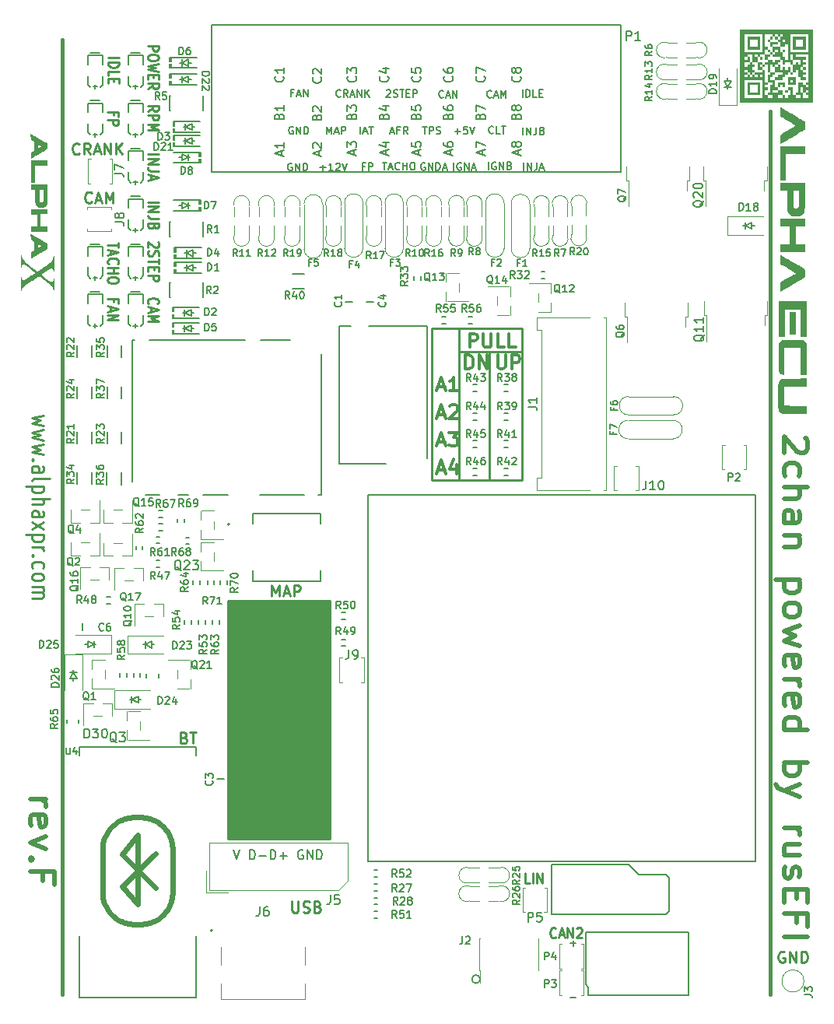
<source format=gto>
G04 #@! TF.GenerationSoftware,KiCad,Pcbnew,7.0.6-7.0.6~ubuntu22.04.1*
G04 #@! TF.CreationDate,2023-07-25T20:21:24+00:00*
G04 #@! TF.ProjectId,alphax_2ch,616c7068-6178-45f3-9263-682e6b696361,G*
G04 #@! TF.SameCoordinates,PX141f5e0PYa2cace0*
G04 #@! TF.FileFunction,Legend,Top*
G04 #@! TF.FilePolarity,Positive*
%FSLAX46Y46*%
G04 Gerber Fmt 4.6, Leading zero omitted, Abs format (unit mm)*
G04 Created by KiCad (PCBNEW 7.0.6-7.0.6~ubuntu22.04.1) date 2023-07-25 20:21:24*
%MOMM*%
%LPD*%
G01*
G04 APERTURE LIST*
%ADD10C,0.250000*%
%ADD11C,0.381000*%
%ADD12C,0.170000*%
%ADD13C,0.300000*%
%ADD14C,0.500000*%
%ADD15C,0.150000*%
%ADD16C,0.127000*%
%ADD17C,0.099060*%
%ADD18C,0.120000*%
%ADD19C,0.203200*%
%ADD20C,0.200000*%
%ADD21C,0.631031*%
G04 APERTURE END LIST*
D10*
X55000000Y70600000D02*
X48200000Y70600000D01*
X48200000Y73100000D02*
X48200000Y56600000D01*
X23000000Y43450000D02*
X34100000Y43450000D01*
X34100000Y17550000D01*
X23000000Y17550000D01*
X23000000Y43450000D01*
G36*
X23000000Y43450000D02*
G01*
X34100000Y43450000D01*
X34100000Y17550000D01*
X23000000Y17550000D01*
X23000000Y43450000D01*
G37*
D11*
X82000000Y600000D02*
X82000000Y96700000D01*
D10*
X55000000Y73100000D02*
X45200000Y73100000D01*
X55000000Y56600000D02*
X55000000Y73100000D01*
X45200000Y73100000D02*
X45200000Y56600000D01*
X45200000Y56600000D02*
X55000000Y56600000D01*
D11*
X5000000Y600000D02*
X5000000Y104500000D01*
D10*
X51500000Y56600000D02*
X51500000Y70600000D01*
D12*
X55110011Y94193739D02*
X55110011Y94993739D01*
X55490963Y94193739D02*
X55490963Y94993739D01*
X55490963Y94993739D02*
X55948106Y94193739D01*
X55948106Y94193739D02*
X55948106Y94993739D01*
X56557629Y94993739D02*
X56557629Y94422311D01*
X56557629Y94422311D02*
X56519534Y94308025D01*
X56519534Y94308025D02*
X56443343Y94231834D01*
X56443343Y94231834D02*
X56329058Y94193739D01*
X56329058Y94193739D02*
X56252867Y94193739D01*
X57205248Y94612787D02*
X57319534Y94574692D01*
X57319534Y94574692D02*
X57357629Y94536596D01*
X57357629Y94536596D02*
X57395725Y94460406D01*
X57395725Y94460406D02*
X57395725Y94346120D01*
X57395725Y94346120D02*
X57357629Y94269930D01*
X57357629Y94269930D02*
X57319534Y94231834D01*
X57319534Y94231834D02*
X57243344Y94193739D01*
X57243344Y94193739D02*
X56938582Y94193739D01*
X56938582Y94193739D02*
X56938582Y94993739D01*
X56938582Y94993739D02*
X57205248Y94993739D01*
X57205248Y94993739D02*
X57281439Y94955644D01*
X57281439Y94955644D02*
X57319534Y94917549D01*
X57319534Y94917549D02*
X57357629Y94841358D01*
X57357629Y94841358D02*
X57357629Y94765168D01*
X57357629Y94765168D02*
X57319534Y94688977D01*
X57319534Y94688977D02*
X57281439Y94650882D01*
X57281439Y94650882D02*
X57205248Y94612787D01*
X57205248Y94612787D02*
X56938582Y94612787D01*
X46457715Y98278936D02*
X46419619Y98240840D01*
X46419619Y98240840D02*
X46305334Y98202745D01*
X46305334Y98202745D02*
X46229143Y98202745D01*
X46229143Y98202745D02*
X46114857Y98240840D01*
X46114857Y98240840D02*
X46038667Y98317031D01*
X46038667Y98317031D02*
X46000572Y98393221D01*
X46000572Y98393221D02*
X45962476Y98545602D01*
X45962476Y98545602D02*
X45962476Y98659888D01*
X45962476Y98659888D02*
X46000572Y98812269D01*
X46000572Y98812269D02*
X46038667Y98888460D01*
X46038667Y98888460D02*
X46114857Y98964650D01*
X46114857Y98964650D02*
X46229143Y99002745D01*
X46229143Y99002745D02*
X46305334Y99002745D01*
X46305334Y99002745D02*
X46419619Y98964650D01*
X46419619Y98964650D02*
X46457715Y98926555D01*
X46762476Y98431317D02*
X47143429Y98431317D01*
X46686286Y98202745D02*
X46952953Y99002745D01*
X46952953Y99002745D02*
X47219619Y98202745D01*
X47486286Y98202745D02*
X47486286Y99002745D01*
X47486286Y99002745D02*
X47943429Y98202745D01*
X47943429Y98202745D02*
X47943429Y99002745D01*
X60237619Y311873D02*
X60862381Y311873D01*
X29990476Y91050650D02*
X29914286Y91088745D01*
X29914286Y91088745D02*
X29800000Y91088745D01*
X29800000Y91088745D02*
X29685714Y91050650D01*
X29685714Y91050650D02*
X29609524Y90974460D01*
X29609524Y90974460D02*
X29571429Y90898269D01*
X29571429Y90898269D02*
X29533333Y90745888D01*
X29533333Y90745888D02*
X29533333Y90631602D01*
X29533333Y90631602D02*
X29571429Y90479221D01*
X29571429Y90479221D02*
X29609524Y90403031D01*
X29609524Y90403031D02*
X29685714Y90326840D01*
X29685714Y90326840D02*
X29800000Y90288745D01*
X29800000Y90288745D02*
X29876191Y90288745D01*
X29876191Y90288745D02*
X29990476Y90326840D01*
X29990476Y90326840D02*
X30028572Y90364936D01*
X30028572Y90364936D02*
X30028572Y90631602D01*
X30028572Y90631602D02*
X29876191Y90631602D01*
X30371429Y90288745D02*
X30371429Y91088745D01*
X30371429Y91088745D02*
X30828572Y90288745D01*
X30828572Y90288745D02*
X30828572Y91088745D01*
X31209524Y90288745D02*
X31209524Y91088745D01*
X31209524Y91088745D02*
X31400000Y91088745D01*
X31400000Y91088745D02*
X31514286Y91050650D01*
X31514286Y91050650D02*
X31590476Y90974460D01*
X31590476Y90974460D02*
X31628571Y90898269D01*
X31628571Y90898269D02*
X31666667Y90745888D01*
X31666667Y90745888D02*
X31666667Y90631602D01*
X31666667Y90631602D02*
X31628571Y90479221D01*
X31628571Y90479221D02*
X31590476Y90403031D01*
X31590476Y90403031D02*
X31514286Y90326840D01*
X31514286Y90326840D02*
X31400000Y90288745D01*
X31400000Y90288745D02*
X31209524Y90288745D01*
D10*
X14372142Y75790477D02*
X14315000Y75838096D01*
X14315000Y75838096D02*
X14257857Y75980953D01*
X14257857Y75980953D02*
X14257857Y76076191D01*
X14257857Y76076191D02*
X14315000Y76219048D01*
X14315000Y76219048D02*
X14429285Y76314286D01*
X14429285Y76314286D02*
X14543571Y76361905D01*
X14543571Y76361905D02*
X14772142Y76409524D01*
X14772142Y76409524D02*
X14943571Y76409524D01*
X14943571Y76409524D02*
X15172142Y76361905D01*
X15172142Y76361905D02*
X15286428Y76314286D01*
X15286428Y76314286D02*
X15400714Y76219048D01*
X15400714Y76219048D02*
X15457857Y76076191D01*
X15457857Y76076191D02*
X15457857Y75980953D01*
X15457857Y75980953D02*
X15400714Y75838096D01*
X15400714Y75838096D02*
X15343571Y75790477D01*
X14600714Y75409524D02*
X14600714Y74933334D01*
X14257857Y75504762D02*
X15457857Y75171429D01*
X15457857Y75171429D02*
X14257857Y74838096D01*
X14257857Y74504762D02*
X15457857Y74504762D01*
X15457857Y74504762D02*
X14600714Y74171429D01*
X14600714Y74171429D02*
X15457857Y73838096D01*
X15457857Y73838096D02*
X14257857Y73838096D01*
D12*
X60257619Y6201873D02*
X60882381Y6201873D01*
X60570000Y5889492D02*
X60570000Y6514254D01*
D10*
X15393571Y82495238D02*
X15450714Y82447619D01*
X15450714Y82447619D02*
X15507857Y82352381D01*
X15507857Y82352381D02*
X15507857Y82114286D01*
X15507857Y82114286D02*
X15450714Y82019048D01*
X15450714Y82019048D02*
X15393571Y81971429D01*
X15393571Y81971429D02*
X15279285Y81923810D01*
X15279285Y81923810D02*
X15165000Y81923810D01*
X15165000Y81923810D02*
X14993571Y81971429D01*
X14993571Y81971429D02*
X14307857Y82542857D01*
X14307857Y82542857D02*
X14307857Y81923810D01*
X14365000Y81542857D02*
X14307857Y81400000D01*
X14307857Y81400000D02*
X14307857Y81161905D01*
X14307857Y81161905D02*
X14365000Y81066667D01*
X14365000Y81066667D02*
X14422142Y81019048D01*
X14422142Y81019048D02*
X14536428Y80971429D01*
X14536428Y80971429D02*
X14650714Y80971429D01*
X14650714Y80971429D02*
X14765000Y81019048D01*
X14765000Y81019048D02*
X14822142Y81066667D01*
X14822142Y81066667D02*
X14879285Y81161905D01*
X14879285Y81161905D02*
X14936428Y81352381D01*
X14936428Y81352381D02*
X14993571Y81447619D01*
X14993571Y81447619D02*
X15050714Y81495238D01*
X15050714Y81495238D02*
X15165000Y81542857D01*
X15165000Y81542857D02*
X15279285Y81542857D01*
X15279285Y81542857D02*
X15393571Y81495238D01*
X15393571Y81495238D02*
X15450714Y81447619D01*
X15450714Y81447619D02*
X15507857Y81352381D01*
X15507857Y81352381D02*
X15507857Y81114286D01*
X15507857Y81114286D02*
X15450714Y80971429D01*
X15507857Y80685714D02*
X15507857Y80114286D01*
X14307857Y80400000D02*
X15507857Y80400000D01*
X14936428Y79780952D02*
X14936428Y79447619D01*
X14307857Y79304762D02*
X14307857Y79780952D01*
X14307857Y79780952D02*
X15507857Y79780952D01*
X15507857Y79780952D02*
X15507857Y79304762D01*
X14307857Y78876190D02*
X15507857Y78876190D01*
X15507857Y78876190D02*
X15507857Y78495238D01*
X15507857Y78495238D02*
X15450714Y78400000D01*
X15450714Y78400000D02*
X15393571Y78352381D01*
X15393571Y78352381D02*
X15279285Y78304762D01*
X15279285Y78304762D02*
X15107857Y78304762D01*
X15107857Y78304762D02*
X14993571Y78352381D01*
X14993571Y78352381D02*
X14936428Y78400000D01*
X14936428Y78400000D02*
X14879285Y78495238D01*
X14879285Y78495238D02*
X14879285Y78876190D01*
D13*
X48854510Y68699172D02*
X48854510Y70199172D01*
X48854510Y70199172D02*
X49211653Y70199172D01*
X49211653Y70199172D02*
X49425939Y70127743D01*
X49425939Y70127743D02*
X49568796Y69984886D01*
X49568796Y69984886D02*
X49640225Y69842029D01*
X49640225Y69842029D02*
X49711653Y69556315D01*
X49711653Y69556315D02*
X49711653Y69342029D01*
X49711653Y69342029D02*
X49640225Y69056315D01*
X49640225Y69056315D02*
X49568796Y68913458D01*
X49568796Y68913458D02*
X49425939Y68770600D01*
X49425939Y68770600D02*
X49211653Y68699172D01*
X49211653Y68699172D02*
X48854510Y68699172D01*
X50354510Y68699172D02*
X50354510Y70199172D01*
X50354510Y70199172D02*
X51211653Y68699172D01*
X51211653Y68699172D02*
X51211653Y70199172D01*
D10*
X14257857Y96761905D02*
X14829285Y97095238D01*
X14257857Y97333333D02*
X15457857Y97333333D01*
X15457857Y97333333D02*
X15457857Y96952381D01*
X15457857Y96952381D02*
X15400714Y96857143D01*
X15400714Y96857143D02*
X15343571Y96809524D01*
X15343571Y96809524D02*
X15229285Y96761905D01*
X15229285Y96761905D02*
X15057857Y96761905D01*
X15057857Y96761905D02*
X14943571Y96809524D01*
X14943571Y96809524D02*
X14886428Y96857143D01*
X14886428Y96857143D02*
X14829285Y96952381D01*
X14829285Y96952381D02*
X14829285Y97333333D01*
X14257857Y96333333D02*
X15457857Y96333333D01*
X15457857Y96333333D02*
X15457857Y95952381D01*
X15457857Y95952381D02*
X15400714Y95857143D01*
X15400714Y95857143D02*
X15343571Y95809524D01*
X15343571Y95809524D02*
X15229285Y95761905D01*
X15229285Y95761905D02*
X15057857Y95761905D01*
X15057857Y95761905D02*
X14943571Y95809524D01*
X14943571Y95809524D02*
X14886428Y95857143D01*
X14886428Y95857143D02*
X14829285Y95952381D01*
X14829285Y95952381D02*
X14829285Y96333333D01*
X14257857Y95333333D02*
X15457857Y95333333D01*
X15457857Y95333333D02*
X14600714Y95000000D01*
X14600714Y95000000D02*
X15457857Y94666667D01*
X15457857Y94666667D02*
X14257857Y94666667D01*
D12*
X40265780Y99009032D02*
X40303876Y99047127D01*
X40303876Y99047127D02*
X40380066Y99085222D01*
X40380066Y99085222D02*
X40570542Y99085222D01*
X40570542Y99085222D02*
X40646733Y99047127D01*
X40646733Y99047127D02*
X40684828Y99009032D01*
X40684828Y99009032D02*
X40722923Y98932841D01*
X40722923Y98932841D02*
X40722923Y98856651D01*
X40722923Y98856651D02*
X40684828Y98742365D01*
X40684828Y98742365D02*
X40227685Y98285222D01*
X40227685Y98285222D02*
X40722923Y98285222D01*
X41027685Y98323317D02*
X41141971Y98285222D01*
X41141971Y98285222D02*
X41332447Y98285222D01*
X41332447Y98285222D02*
X41408638Y98323317D01*
X41408638Y98323317D02*
X41446733Y98361413D01*
X41446733Y98361413D02*
X41484828Y98437603D01*
X41484828Y98437603D02*
X41484828Y98513794D01*
X41484828Y98513794D02*
X41446733Y98589984D01*
X41446733Y98589984D02*
X41408638Y98628079D01*
X41408638Y98628079D02*
X41332447Y98666175D01*
X41332447Y98666175D02*
X41180066Y98704270D01*
X41180066Y98704270D02*
X41103876Y98742365D01*
X41103876Y98742365D02*
X41065781Y98780460D01*
X41065781Y98780460D02*
X41027685Y98856651D01*
X41027685Y98856651D02*
X41027685Y98932841D01*
X41027685Y98932841D02*
X41065781Y99009032D01*
X41065781Y99009032D02*
X41103876Y99047127D01*
X41103876Y99047127D02*
X41180066Y99085222D01*
X41180066Y99085222D02*
X41370543Y99085222D01*
X41370543Y99085222D02*
X41484828Y99047127D01*
X41713400Y99085222D02*
X42170543Y99085222D01*
X41941971Y98285222D02*
X41941971Y99085222D01*
X42437210Y98704270D02*
X42703876Y98704270D01*
X42818162Y98285222D02*
X42437210Y98285222D01*
X42437210Y98285222D02*
X42437210Y99085222D01*
X42437210Y99085222D02*
X42818162Y99085222D01*
X43161020Y98285222D02*
X43161020Y99085222D01*
X43161020Y99085222D02*
X43465782Y99085222D01*
X43465782Y99085222D02*
X43541972Y99047127D01*
X43541972Y99047127D02*
X43580067Y99009032D01*
X43580067Y99009032D02*
X43618163Y98932841D01*
X43618163Y98932841D02*
X43618163Y98818556D01*
X43618163Y98818556D02*
X43580067Y98742365D01*
X43580067Y98742365D02*
X43541972Y98704270D01*
X43541972Y98704270D02*
X43465782Y98666175D01*
X43465782Y98666175D02*
X43161020Y98666175D01*
D10*
X14257857Y92033333D02*
X15457857Y92033333D01*
X14257857Y91557143D02*
X15457857Y91557143D01*
X15457857Y91557143D02*
X14257857Y90985715D01*
X14257857Y90985715D02*
X15457857Y90985715D01*
X15457857Y90223810D02*
X14600714Y90223810D01*
X14600714Y90223810D02*
X14429285Y90271429D01*
X14429285Y90271429D02*
X14315000Y90366667D01*
X14315000Y90366667D02*
X14257857Y90509524D01*
X14257857Y90509524D02*
X14257857Y90604762D01*
X14600714Y89795238D02*
X14600714Y89319048D01*
X14257857Y89890476D02*
X15457857Y89557143D01*
X15457857Y89557143D02*
X14257857Y89223810D01*
D12*
X35259978Y98361413D02*
X35221882Y98323317D01*
X35221882Y98323317D02*
X35107597Y98285222D01*
X35107597Y98285222D02*
X35031406Y98285222D01*
X35031406Y98285222D02*
X34917120Y98323317D01*
X34917120Y98323317D02*
X34840930Y98399508D01*
X34840930Y98399508D02*
X34802835Y98475698D01*
X34802835Y98475698D02*
X34764739Y98628079D01*
X34764739Y98628079D02*
X34764739Y98742365D01*
X34764739Y98742365D02*
X34802835Y98894746D01*
X34802835Y98894746D02*
X34840930Y98970937D01*
X34840930Y98970937D02*
X34917120Y99047127D01*
X34917120Y99047127D02*
X35031406Y99085222D01*
X35031406Y99085222D02*
X35107597Y99085222D01*
X35107597Y99085222D02*
X35221882Y99047127D01*
X35221882Y99047127D02*
X35259978Y99009032D01*
X36059978Y98285222D02*
X35793311Y98666175D01*
X35602835Y98285222D02*
X35602835Y99085222D01*
X35602835Y99085222D02*
X35907597Y99085222D01*
X35907597Y99085222D02*
X35983787Y99047127D01*
X35983787Y99047127D02*
X36021882Y99009032D01*
X36021882Y99009032D02*
X36059978Y98932841D01*
X36059978Y98932841D02*
X36059978Y98818556D01*
X36059978Y98818556D02*
X36021882Y98742365D01*
X36021882Y98742365D02*
X35983787Y98704270D01*
X35983787Y98704270D02*
X35907597Y98666175D01*
X35907597Y98666175D02*
X35602835Y98666175D01*
X36364739Y98513794D02*
X36745692Y98513794D01*
X36288549Y98285222D02*
X36555216Y99085222D01*
X36555216Y99085222D02*
X36821882Y98285222D01*
X37088549Y98285222D02*
X37088549Y99085222D01*
X37088549Y99085222D02*
X37545692Y98285222D01*
X37545692Y98285222D02*
X37545692Y99085222D01*
X37926644Y98285222D02*
X37926644Y99085222D01*
X38383787Y98285222D02*
X38040929Y98742365D01*
X38383787Y99085222D02*
X37926644Y98628079D01*
X33762485Y94239666D02*
X33762485Y95039666D01*
X33762485Y95039666D02*
X34029151Y94468238D01*
X34029151Y94468238D02*
X34295818Y95039666D01*
X34295818Y95039666D02*
X34295818Y94239666D01*
X34638675Y94468238D02*
X35019628Y94468238D01*
X34562485Y94239666D02*
X34829152Y95039666D01*
X34829152Y95039666D02*
X35095818Y94239666D01*
X35362485Y94239666D02*
X35362485Y95039666D01*
X35362485Y95039666D02*
X35667247Y95039666D01*
X35667247Y95039666D02*
X35743437Y95001571D01*
X35743437Y95001571D02*
X35781532Y94963476D01*
X35781532Y94963476D02*
X35819628Y94887285D01*
X35819628Y94887285D02*
X35819628Y94773000D01*
X35819628Y94773000D02*
X35781532Y94696809D01*
X35781532Y94696809D02*
X35743437Y94658714D01*
X35743437Y94658714D02*
X35667247Y94620619D01*
X35667247Y94620619D02*
X35362485Y94620619D01*
D13*
X45883082Y60727743D02*
X46597368Y60727743D01*
X45740225Y60299172D02*
X46240225Y61799172D01*
X46240225Y61799172D02*
X46740225Y60299172D01*
X47097367Y61799172D02*
X48025939Y61799172D01*
X48025939Y61799172D02*
X47525939Y61227743D01*
X47525939Y61227743D02*
X47740224Y61227743D01*
X47740224Y61227743D02*
X47883082Y61156315D01*
X47883082Y61156315D02*
X47954510Y61084886D01*
X47954510Y61084886D02*
X48025939Y60942029D01*
X48025939Y60942029D02*
X48025939Y60584886D01*
X48025939Y60584886D02*
X47954510Y60442029D01*
X47954510Y60442029D02*
X47883082Y60370600D01*
X47883082Y60370600D02*
X47740224Y60299172D01*
X47740224Y60299172D02*
X47311653Y60299172D01*
X47311653Y60299172D02*
X47168796Y60370600D01*
X47168796Y60370600D02*
X47097367Y60442029D01*
D12*
X33040476Y90593507D02*
X33650000Y90593507D01*
X33345238Y90288745D02*
X33345238Y90898269D01*
X34449999Y90288745D02*
X33992856Y90288745D01*
X34221428Y90288745D02*
X34221428Y91088745D01*
X34221428Y91088745D02*
X34145237Y90974460D01*
X34145237Y90974460D02*
X34069047Y90898269D01*
X34069047Y90898269D02*
X33992856Y90860174D01*
X34754761Y91012555D02*
X34792857Y91050650D01*
X34792857Y91050650D02*
X34869047Y91088745D01*
X34869047Y91088745D02*
X35059523Y91088745D01*
X35059523Y91088745D02*
X35135714Y91050650D01*
X35135714Y91050650D02*
X35173809Y91012555D01*
X35173809Y91012555D02*
X35211904Y90936364D01*
X35211904Y90936364D02*
X35211904Y90860174D01*
X35211904Y90860174D02*
X35173809Y90745888D01*
X35173809Y90745888D02*
X34716666Y90288745D01*
X34716666Y90288745D02*
X35211904Y90288745D01*
X35440476Y91088745D02*
X35707143Y90288745D01*
X35707143Y90288745D02*
X35973809Y91088745D01*
D10*
X6828571Y92172143D02*
X6771428Y92115000D01*
X6771428Y92115000D02*
X6600000Y92057858D01*
X6600000Y92057858D02*
X6485714Y92057858D01*
X6485714Y92057858D02*
X6314285Y92115000D01*
X6314285Y92115000D02*
X6200000Y92229286D01*
X6200000Y92229286D02*
X6142857Y92343572D01*
X6142857Y92343572D02*
X6085714Y92572143D01*
X6085714Y92572143D02*
X6085714Y92743572D01*
X6085714Y92743572D02*
X6142857Y92972143D01*
X6142857Y92972143D02*
X6200000Y93086429D01*
X6200000Y93086429D02*
X6314285Y93200715D01*
X6314285Y93200715D02*
X6485714Y93257858D01*
X6485714Y93257858D02*
X6600000Y93257858D01*
X6600000Y93257858D02*
X6771428Y93200715D01*
X6771428Y93200715D02*
X6828571Y93143572D01*
X8028571Y92057858D02*
X7628571Y92629286D01*
X7342857Y92057858D02*
X7342857Y93257858D01*
X7342857Y93257858D02*
X7800000Y93257858D01*
X7800000Y93257858D02*
X7914285Y93200715D01*
X7914285Y93200715D02*
X7971428Y93143572D01*
X7971428Y93143572D02*
X8028571Y93029286D01*
X8028571Y93029286D02*
X8028571Y92857858D01*
X8028571Y92857858D02*
X7971428Y92743572D01*
X7971428Y92743572D02*
X7914285Y92686429D01*
X7914285Y92686429D02*
X7800000Y92629286D01*
X7800000Y92629286D02*
X7342857Y92629286D01*
X8485714Y92400715D02*
X9057143Y92400715D01*
X8371428Y92057858D02*
X8771428Y93257858D01*
X8771428Y93257858D02*
X9171428Y92057858D01*
X9571428Y92057858D02*
X9571428Y93257858D01*
X9571428Y93257858D02*
X10257142Y92057858D01*
X10257142Y92057858D02*
X10257142Y93257858D01*
X10828571Y92057858D02*
X10828571Y93257858D01*
X11514285Y92057858D02*
X10999999Y92743572D01*
X11514285Y93257858D02*
X10828571Y92572143D01*
D12*
X47588096Y90328745D02*
X47588096Y91128745D01*
X48388095Y91090650D02*
X48311905Y91128745D01*
X48311905Y91128745D02*
X48197619Y91128745D01*
X48197619Y91128745D02*
X48083333Y91090650D01*
X48083333Y91090650D02*
X48007143Y91014460D01*
X48007143Y91014460D02*
X47969048Y90938269D01*
X47969048Y90938269D02*
X47930952Y90785888D01*
X47930952Y90785888D02*
X47930952Y90671602D01*
X47930952Y90671602D02*
X47969048Y90519221D01*
X47969048Y90519221D02*
X48007143Y90443031D01*
X48007143Y90443031D02*
X48083333Y90366840D01*
X48083333Y90366840D02*
X48197619Y90328745D01*
X48197619Y90328745D02*
X48273810Y90328745D01*
X48273810Y90328745D02*
X48388095Y90366840D01*
X48388095Y90366840D02*
X48426191Y90404936D01*
X48426191Y90404936D02*
X48426191Y90671602D01*
X48426191Y90671602D02*
X48273810Y90671602D01*
X48769048Y90328745D02*
X48769048Y91128745D01*
X48769048Y91128745D02*
X49226191Y90328745D01*
X49226191Y90328745D02*
X49226191Y91128745D01*
X49569047Y90557317D02*
X49950000Y90557317D01*
X49492857Y90328745D02*
X49759524Y91128745D01*
X49759524Y91128745D02*
X50026190Y90328745D01*
X40700317Y94486724D02*
X41081270Y94486724D01*
X40624127Y94258152D02*
X40890794Y95058152D01*
X40890794Y95058152D02*
X41157460Y94258152D01*
X41690793Y94677200D02*
X41424127Y94677200D01*
X41424127Y94258152D02*
X41424127Y95058152D01*
X41424127Y95058152D02*
X41805079Y95058152D01*
X42566984Y94258152D02*
X42300317Y94639105D01*
X42109841Y94258152D02*
X42109841Y95058152D01*
X42109841Y95058152D02*
X42414603Y95058152D01*
X42414603Y95058152D02*
X42490793Y95020057D01*
X42490793Y95020057D02*
X42528888Y94981962D01*
X42528888Y94981962D02*
X42566984Y94905771D01*
X42566984Y94905771D02*
X42566984Y94791486D01*
X42566984Y94791486D02*
X42528888Y94715295D01*
X42528888Y94715295D02*
X42490793Y94677200D01*
X42490793Y94677200D02*
X42414603Y94639105D01*
X42414603Y94639105D02*
X42109841Y94639105D01*
D14*
X1491891Y21866048D02*
X3225224Y21866048D01*
X2729986Y21866048D02*
X2977605Y21727953D01*
X2977605Y21727953D02*
X3101415Y21589858D01*
X3101415Y21589858D02*
X3225224Y21313667D01*
X3225224Y21313667D02*
X3225224Y21037477D01*
X1615701Y18966048D02*
X1491891Y19242239D01*
X1491891Y19242239D02*
X1491891Y19794620D01*
X1491891Y19794620D02*
X1615701Y20070810D01*
X1615701Y20070810D02*
X1863320Y20208906D01*
X1863320Y20208906D02*
X2853796Y20208906D01*
X2853796Y20208906D02*
X3101415Y20070810D01*
X3101415Y20070810D02*
X3225224Y19794620D01*
X3225224Y19794620D02*
X3225224Y19242239D01*
X3225224Y19242239D02*
X3101415Y18966048D01*
X3101415Y18966048D02*
X2853796Y18827953D01*
X2853796Y18827953D02*
X2606177Y18827953D01*
X2606177Y18827953D02*
X2358558Y20208906D01*
X3225224Y17861287D02*
X1491891Y17170811D01*
X1491891Y17170811D02*
X3225224Y16480334D01*
X1739510Y15375572D02*
X1615701Y15237477D01*
X1615701Y15237477D02*
X1491891Y15375572D01*
X1491891Y15375572D02*
X1615701Y15513668D01*
X1615701Y15513668D02*
X1739510Y15375572D01*
X1739510Y15375572D02*
X1491891Y15375572D01*
X2853796Y13027954D02*
X2853796Y13994620D01*
X1491891Y13994620D02*
X4091891Y13994620D01*
X4091891Y13994620D02*
X4091891Y12613668D01*
D10*
X10536428Y96307143D02*
X10536428Y96640476D01*
X9907857Y96640476D02*
X11107857Y96640476D01*
X11107857Y96640476D02*
X11107857Y96164286D01*
X9907857Y95783333D02*
X11107857Y95783333D01*
X11107857Y95783333D02*
X11107857Y95402381D01*
X11107857Y95402381D02*
X11050714Y95307143D01*
X11050714Y95307143D02*
X10993571Y95259524D01*
X10993571Y95259524D02*
X10879285Y95211905D01*
X10879285Y95211905D02*
X10707857Y95211905D01*
X10707857Y95211905D02*
X10593571Y95259524D01*
X10593571Y95259524D02*
X10536428Y95307143D01*
X10536428Y95307143D02*
X10479285Y95402381D01*
X10479285Y95402381D02*
X10479285Y95783333D01*
D14*
X85875571Y61188673D02*
X85999380Y61050577D01*
X85999380Y61050577D02*
X86123190Y60774387D01*
X86123190Y60774387D02*
X86123190Y60083911D01*
X86123190Y60083911D02*
X85999380Y59807720D01*
X85999380Y59807720D02*
X85875571Y59669625D01*
X85875571Y59669625D02*
X85627952Y59531530D01*
X85627952Y59531530D02*
X85380333Y59531530D01*
X85380333Y59531530D02*
X85008904Y59669625D01*
X85008904Y59669625D02*
X83523190Y61326768D01*
X83523190Y61326768D02*
X83523190Y59531530D01*
X83647000Y57045815D02*
X83523190Y57322006D01*
X83523190Y57322006D02*
X83523190Y57874387D01*
X83523190Y57874387D02*
X83647000Y58150577D01*
X83647000Y58150577D02*
X83770809Y58288672D01*
X83770809Y58288672D02*
X84018428Y58426768D01*
X84018428Y58426768D02*
X84761285Y58426768D01*
X84761285Y58426768D02*
X85008904Y58288672D01*
X85008904Y58288672D02*
X85132714Y58150577D01*
X85132714Y58150577D02*
X85256523Y57874387D01*
X85256523Y57874387D02*
X85256523Y57322006D01*
X85256523Y57322006D02*
X85132714Y57045815D01*
X83523190Y55802958D02*
X86123190Y55802958D01*
X83523190Y54560101D02*
X84885095Y54560101D01*
X84885095Y54560101D02*
X85132714Y54698196D01*
X85132714Y54698196D02*
X85256523Y54974387D01*
X85256523Y54974387D02*
X85256523Y55388673D01*
X85256523Y55388673D02*
X85132714Y55664863D01*
X85132714Y55664863D02*
X85008904Y55802958D01*
X83523190Y51936291D02*
X84885095Y51936291D01*
X84885095Y51936291D02*
X85132714Y52074386D01*
X85132714Y52074386D02*
X85256523Y52350577D01*
X85256523Y52350577D02*
X85256523Y52902958D01*
X85256523Y52902958D02*
X85132714Y53179148D01*
X83647000Y51936291D02*
X83523190Y52212482D01*
X83523190Y52212482D02*
X83523190Y52902958D01*
X83523190Y52902958D02*
X83647000Y53179148D01*
X83647000Y53179148D02*
X83894619Y53317244D01*
X83894619Y53317244D02*
X84142238Y53317244D01*
X84142238Y53317244D02*
X84389857Y53179148D01*
X84389857Y53179148D02*
X84513666Y52902958D01*
X84513666Y52902958D02*
X84513666Y52212482D01*
X84513666Y52212482D02*
X84637476Y51936291D01*
X85256523Y50555338D02*
X83523190Y50555338D01*
X85008904Y50555338D02*
X85132714Y50417243D01*
X85132714Y50417243D02*
X85256523Y50141053D01*
X85256523Y50141053D02*
X85256523Y49726767D01*
X85256523Y49726767D02*
X85132714Y49450576D01*
X85132714Y49450576D02*
X84885095Y49312481D01*
X84885095Y49312481D02*
X83523190Y49312481D01*
X85256523Y45722004D02*
X82656523Y45722004D01*
X85132714Y45722004D02*
X85256523Y45445814D01*
X85256523Y45445814D02*
X85256523Y44893433D01*
X85256523Y44893433D02*
X85132714Y44617242D01*
X85132714Y44617242D02*
X85008904Y44479147D01*
X85008904Y44479147D02*
X84761285Y44341052D01*
X84761285Y44341052D02*
X84018428Y44341052D01*
X84018428Y44341052D02*
X83770809Y44479147D01*
X83770809Y44479147D02*
X83647000Y44617242D01*
X83647000Y44617242D02*
X83523190Y44893433D01*
X83523190Y44893433D02*
X83523190Y45445814D01*
X83523190Y45445814D02*
X83647000Y45722004D01*
X83523190Y42683909D02*
X83647000Y42960099D01*
X83647000Y42960099D02*
X83770809Y43098194D01*
X83770809Y43098194D02*
X84018428Y43236290D01*
X84018428Y43236290D02*
X84761285Y43236290D01*
X84761285Y43236290D02*
X85008904Y43098194D01*
X85008904Y43098194D02*
X85132714Y42960099D01*
X85132714Y42960099D02*
X85256523Y42683909D01*
X85256523Y42683909D02*
X85256523Y42269623D01*
X85256523Y42269623D02*
X85132714Y41993432D01*
X85132714Y41993432D02*
X85008904Y41855337D01*
X85008904Y41855337D02*
X84761285Y41717242D01*
X84761285Y41717242D02*
X84018428Y41717242D01*
X84018428Y41717242D02*
X83770809Y41855337D01*
X83770809Y41855337D02*
X83647000Y41993432D01*
X83647000Y41993432D02*
X83523190Y42269623D01*
X83523190Y42269623D02*
X83523190Y42683909D01*
X85256523Y40750575D02*
X83523190Y40198194D01*
X83523190Y40198194D02*
X84761285Y39645813D01*
X84761285Y39645813D02*
X83523190Y39093432D01*
X83523190Y39093432D02*
X85256523Y38541051D01*
X83647000Y36331527D02*
X83523190Y36607718D01*
X83523190Y36607718D02*
X83523190Y37160099D01*
X83523190Y37160099D02*
X83647000Y37436289D01*
X83647000Y37436289D02*
X83894619Y37574385D01*
X83894619Y37574385D02*
X84885095Y37574385D01*
X84885095Y37574385D02*
X85132714Y37436289D01*
X85132714Y37436289D02*
X85256523Y37160099D01*
X85256523Y37160099D02*
X85256523Y36607718D01*
X85256523Y36607718D02*
X85132714Y36331527D01*
X85132714Y36331527D02*
X84885095Y36193432D01*
X84885095Y36193432D02*
X84637476Y36193432D01*
X84637476Y36193432D02*
X84389857Y37574385D01*
X83523190Y34950575D02*
X85256523Y34950575D01*
X84761285Y34950575D02*
X85008904Y34812480D01*
X85008904Y34812480D02*
X85132714Y34674385D01*
X85132714Y34674385D02*
X85256523Y34398194D01*
X85256523Y34398194D02*
X85256523Y34122004D01*
X83647000Y32050575D02*
X83523190Y32326766D01*
X83523190Y32326766D02*
X83523190Y32879147D01*
X83523190Y32879147D02*
X83647000Y33155337D01*
X83647000Y33155337D02*
X83894619Y33293433D01*
X83894619Y33293433D02*
X84885095Y33293433D01*
X84885095Y33293433D02*
X85132714Y33155337D01*
X85132714Y33155337D02*
X85256523Y32879147D01*
X85256523Y32879147D02*
X85256523Y32326766D01*
X85256523Y32326766D02*
X85132714Y32050575D01*
X85132714Y32050575D02*
X84885095Y31912480D01*
X84885095Y31912480D02*
X84637476Y31912480D01*
X84637476Y31912480D02*
X84389857Y33293433D01*
X83523190Y29426766D02*
X86123190Y29426766D01*
X83647000Y29426766D02*
X83523190Y29702957D01*
X83523190Y29702957D02*
X83523190Y30255338D01*
X83523190Y30255338D02*
X83647000Y30531528D01*
X83647000Y30531528D02*
X83770809Y30669623D01*
X83770809Y30669623D02*
X84018428Y30807719D01*
X84018428Y30807719D02*
X84761285Y30807719D01*
X84761285Y30807719D02*
X85008904Y30669623D01*
X85008904Y30669623D02*
X85132714Y30531528D01*
X85132714Y30531528D02*
X85256523Y30255338D01*
X85256523Y30255338D02*
X85256523Y29702957D01*
X85256523Y29702957D02*
X85132714Y29426766D01*
X83523190Y25836289D02*
X86123190Y25836289D01*
X85132714Y25836289D02*
X85256523Y25560099D01*
X85256523Y25560099D02*
X85256523Y25007718D01*
X85256523Y25007718D02*
X85132714Y24731527D01*
X85132714Y24731527D02*
X85008904Y24593432D01*
X85008904Y24593432D02*
X84761285Y24455337D01*
X84761285Y24455337D02*
X84018428Y24455337D01*
X84018428Y24455337D02*
X83770809Y24593432D01*
X83770809Y24593432D02*
X83647000Y24731527D01*
X83647000Y24731527D02*
X83523190Y25007718D01*
X83523190Y25007718D02*
X83523190Y25560099D01*
X83523190Y25560099D02*
X83647000Y25836289D01*
X85256523Y23488670D02*
X83523190Y22798194D01*
X85256523Y22107717D02*
X83523190Y22798194D01*
X83523190Y22798194D02*
X82904142Y23074384D01*
X82904142Y23074384D02*
X82780333Y23212479D01*
X82780333Y23212479D02*
X82656523Y23488670D01*
X83523190Y18793431D02*
X85256523Y18793431D01*
X84761285Y18793431D02*
X85008904Y18655336D01*
X85008904Y18655336D02*
X85132714Y18517241D01*
X85132714Y18517241D02*
X85256523Y18241050D01*
X85256523Y18241050D02*
X85256523Y17964860D01*
X85256523Y15755336D02*
X83523190Y15755336D01*
X85256523Y16998193D02*
X83894619Y16998193D01*
X83894619Y16998193D02*
X83647000Y16860098D01*
X83647000Y16860098D02*
X83523190Y16583908D01*
X83523190Y16583908D02*
X83523190Y16169622D01*
X83523190Y16169622D02*
X83647000Y15893431D01*
X83647000Y15893431D02*
X83770809Y15755336D01*
X83647000Y14512479D02*
X83523190Y14236288D01*
X83523190Y14236288D02*
X83523190Y13683907D01*
X83523190Y13683907D02*
X83647000Y13407717D01*
X83647000Y13407717D02*
X83894619Y13269621D01*
X83894619Y13269621D02*
X84018428Y13269621D01*
X84018428Y13269621D02*
X84266047Y13407717D01*
X84266047Y13407717D02*
X84389857Y13683907D01*
X84389857Y13683907D02*
X84389857Y14098193D01*
X84389857Y14098193D02*
X84513666Y14374383D01*
X84513666Y14374383D02*
X84761285Y14512479D01*
X84761285Y14512479D02*
X84885095Y14512479D01*
X84885095Y14512479D02*
X85132714Y14374383D01*
X85132714Y14374383D02*
X85256523Y14098193D01*
X85256523Y14098193D02*
X85256523Y13683907D01*
X85256523Y13683907D02*
X85132714Y13407717D01*
X84885095Y12026764D02*
X84885095Y11060098D01*
X83523190Y10645812D02*
X83523190Y12026764D01*
X83523190Y12026764D02*
X86123190Y12026764D01*
X86123190Y12026764D02*
X86123190Y10645812D01*
X84885095Y8436288D02*
X84885095Y9402954D01*
X83523190Y9402954D02*
X86123190Y9402954D01*
X86123190Y9402954D02*
X86123190Y8022002D01*
X83523190Y6917240D02*
X86123190Y6917240D01*
D10*
X55847619Y12704120D02*
X55371429Y12704120D01*
X55371429Y12704120D02*
X55371429Y13804120D01*
X56180953Y12704120D02*
X56180953Y13804120D01*
X56657143Y12704120D02*
X56657143Y13804120D01*
X56657143Y13804120D02*
X57228571Y12704120D01*
X57228571Y12704120D02*
X57228571Y13804120D01*
D12*
X30129518Y98725741D02*
X29862852Y98725741D01*
X29862852Y98306693D02*
X29862852Y99106693D01*
X29862852Y99106693D02*
X30243804Y99106693D01*
X30510470Y98535265D02*
X30891423Y98535265D01*
X30434280Y98306693D02*
X30700947Y99106693D01*
X30700947Y99106693D02*
X30967613Y98306693D01*
X31234280Y98306693D02*
X31234280Y99106693D01*
X31234280Y99106693D02*
X31691423Y98306693D01*
X31691423Y98306693D02*
X31691423Y99106693D01*
X30089116Y95032232D02*
X30012926Y95070327D01*
X30012926Y95070327D02*
X29898640Y95070327D01*
X29898640Y95070327D02*
X29784354Y95032232D01*
X29784354Y95032232D02*
X29708164Y94956042D01*
X29708164Y94956042D02*
X29670069Y94879851D01*
X29670069Y94879851D02*
X29631973Y94727470D01*
X29631973Y94727470D02*
X29631973Y94613184D01*
X29631973Y94613184D02*
X29670069Y94460803D01*
X29670069Y94460803D02*
X29708164Y94384613D01*
X29708164Y94384613D02*
X29784354Y94308422D01*
X29784354Y94308422D02*
X29898640Y94270327D01*
X29898640Y94270327D02*
X29974831Y94270327D01*
X29974831Y94270327D02*
X30089116Y94308422D01*
X30089116Y94308422D02*
X30127212Y94346518D01*
X30127212Y94346518D02*
X30127212Y94613184D01*
X30127212Y94613184D02*
X29974831Y94613184D01*
X30470069Y94270327D02*
X30470069Y95070327D01*
X30470069Y95070327D02*
X30927212Y94270327D01*
X30927212Y94270327D02*
X30927212Y95070327D01*
X31308164Y94270327D02*
X31308164Y95070327D01*
X31308164Y95070327D02*
X31498640Y95070327D01*
X31498640Y95070327D02*
X31612926Y95032232D01*
X31612926Y95032232D02*
X31689116Y94956042D01*
X31689116Y94956042D02*
X31727211Y94879851D01*
X31727211Y94879851D02*
X31765307Y94727470D01*
X31765307Y94727470D02*
X31765307Y94613184D01*
X31765307Y94613184D02*
X31727211Y94460803D01*
X31727211Y94460803D02*
X31689116Y94384613D01*
X31689116Y94384613D02*
X31612926Y94308422D01*
X31612926Y94308422D02*
X31498640Y94270327D01*
X31498640Y94270327D02*
X31308164Y94270327D01*
X51687863Y98284977D02*
X51649767Y98246881D01*
X51649767Y98246881D02*
X51535482Y98208786D01*
X51535482Y98208786D02*
X51459291Y98208786D01*
X51459291Y98208786D02*
X51345005Y98246881D01*
X51345005Y98246881D02*
X51268815Y98323072D01*
X51268815Y98323072D02*
X51230720Y98399262D01*
X51230720Y98399262D02*
X51192624Y98551643D01*
X51192624Y98551643D02*
X51192624Y98665929D01*
X51192624Y98665929D02*
X51230720Y98818310D01*
X51230720Y98818310D02*
X51268815Y98894501D01*
X51268815Y98894501D02*
X51345005Y98970691D01*
X51345005Y98970691D02*
X51459291Y99008786D01*
X51459291Y99008786D02*
X51535482Y99008786D01*
X51535482Y99008786D02*
X51649767Y98970691D01*
X51649767Y98970691D02*
X51687863Y98932596D01*
X51992624Y98437358D02*
X52373577Y98437358D01*
X51916434Y98208786D02*
X52183101Y99008786D01*
X52183101Y99008786D02*
X52449767Y98208786D01*
X52716434Y98208786D02*
X52716434Y99008786D01*
X52716434Y99008786D02*
X52983100Y98437358D01*
X52983100Y98437358D02*
X53249767Y99008786D01*
X53249767Y99008786D02*
X53249767Y98208786D01*
D10*
X8171428Y86872143D02*
X8114285Y86815000D01*
X8114285Y86815000D02*
X7942857Y86757858D01*
X7942857Y86757858D02*
X7828571Y86757858D01*
X7828571Y86757858D02*
X7657142Y86815000D01*
X7657142Y86815000D02*
X7542857Y86929286D01*
X7542857Y86929286D02*
X7485714Y87043572D01*
X7485714Y87043572D02*
X7428571Y87272143D01*
X7428571Y87272143D02*
X7428571Y87443572D01*
X7428571Y87443572D02*
X7485714Y87672143D01*
X7485714Y87672143D02*
X7542857Y87786429D01*
X7542857Y87786429D02*
X7657142Y87900715D01*
X7657142Y87900715D02*
X7828571Y87957858D01*
X7828571Y87957858D02*
X7942857Y87957858D01*
X7942857Y87957858D02*
X8114285Y87900715D01*
X8114285Y87900715D02*
X8171428Y87843572D01*
X8628571Y87100715D02*
X9200000Y87100715D01*
X8514285Y86757858D02*
X8914285Y87957858D01*
X8914285Y87957858D02*
X9314285Y86757858D01*
X9714285Y86757858D02*
X9714285Y87957858D01*
X9714285Y87957858D02*
X10114285Y87100715D01*
X10114285Y87100715D02*
X10514285Y87957858D01*
X10514285Y87957858D02*
X10514285Y86757858D01*
D12*
X55188625Y90328988D02*
X55188625Y91128988D01*
X55569577Y90328988D02*
X55569577Y91128988D01*
X55569577Y91128988D02*
X56026720Y90328988D01*
X56026720Y90328988D02*
X56026720Y91128988D01*
X56636243Y91128988D02*
X56636243Y90557560D01*
X56636243Y90557560D02*
X56598148Y90443274D01*
X56598148Y90443274D02*
X56521957Y90367083D01*
X56521957Y90367083D02*
X56407672Y90328988D01*
X56407672Y90328988D02*
X56331481Y90328988D01*
X56979100Y90557560D02*
X57360053Y90557560D01*
X56902910Y90328988D02*
X57169577Y91128988D01*
X57169577Y91128988D02*
X57436243Y90328988D01*
D15*
X23642857Y16345181D02*
X23976190Y15345181D01*
X23976190Y15345181D02*
X24309523Y16345181D01*
X25404762Y15345181D02*
X25404762Y16345181D01*
X25404762Y16345181D02*
X25642857Y16345181D01*
X25642857Y16345181D02*
X25785714Y16297562D01*
X25785714Y16297562D02*
X25880952Y16202324D01*
X25880952Y16202324D02*
X25928571Y16107086D01*
X25928571Y16107086D02*
X25976190Y15916610D01*
X25976190Y15916610D02*
X25976190Y15773753D01*
X25976190Y15773753D02*
X25928571Y15583277D01*
X25928571Y15583277D02*
X25880952Y15488039D01*
X25880952Y15488039D02*
X25785714Y15392800D01*
X25785714Y15392800D02*
X25642857Y15345181D01*
X25642857Y15345181D02*
X25404762Y15345181D01*
X26404762Y15726134D02*
X27166667Y15726134D01*
X27642857Y15345181D02*
X27642857Y16345181D01*
X27642857Y16345181D02*
X27880952Y16345181D01*
X27880952Y16345181D02*
X28023809Y16297562D01*
X28023809Y16297562D02*
X28119047Y16202324D01*
X28119047Y16202324D02*
X28166666Y16107086D01*
X28166666Y16107086D02*
X28214285Y15916610D01*
X28214285Y15916610D02*
X28214285Y15773753D01*
X28214285Y15773753D02*
X28166666Y15583277D01*
X28166666Y15583277D02*
X28119047Y15488039D01*
X28119047Y15488039D02*
X28023809Y15392800D01*
X28023809Y15392800D02*
X27880952Y15345181D01*
X27880952Y15345181D02*
X27642857Y15345181D01*
X28642857Y15726134D02*
X29404762Y15726134D01*
X29023809Y15345181D02*
X29023809Y16107086D01*
X31166666Y16297562D02*
X31071428Y16345181D01*
X31071428Y16345181D02*
X30928571Y16345181D01*
X30928571Y16345181D02*
X30785714Y16297562D01*
X30785714Y16297562D02*
X30690476Y16202324D01*
X30690476Y16202324D02*
X30642857Y16107086D01*
X30642857Y16107086D02*
X30595238Y15916610D01*
X30595238Y15916610D02*
X30595238Y15773753D01*
X30595238Y15773753D02*
X30642857Y15583277D01*
X30642857Y15583277D02*
X30690476Y15488039D01*
X30690476Y15488039D02*
X30785714Y15392800D01*
X30785714Y15392800D02*
X30928571Y15345181D01*
X30928571Y15345181D02*
X31023809Y15345181D01*
X31023809Y15345181D02*
X31166666Y15392800D01*
X31166666Y15392800D02*
X31214285Y15440420D01*
X31214285Y15440420D02*
X31214285Y15773753D01*
X31214285Y15773753D02*
X31023809Y15773753D01*
X31642857Y15345181D02*
X31642857Y16345181D01*
X31642857Y16345181D02*
X32214285Y15345181D01*
X32214285Y15345181D02*
X32214285Y16345181D01*
X32690476Y15345181D02*
X32690476Y16345181D01*
X32690476Y16345181D02*
X32928571Y16345181D01*
X32928571Y16345181D02*
X33071428Y16297562D01*
X33071428Y16297562D02*
X33166666Y16202324D01*
X33166666Y16202324D02*
X33214285Y16107086D01*
X33214285Y16107086D02*
X33261904Y15916610D01*
X33261904Y15916610D02*
X33261904Y15773753D01*
X33261904Y15773753D02*
X33214285Y15583277D01*
X33214285Y15583277D02*
X33166666Y15488039D01*
X33166666Y15488039D02*
X33071428Y15392800D01*
X33071428Y15392800D02*
X32928571Y15345181D01*
X32928571Y15345181D02*
X32690476Y15345181D01*
D12*
X47711927Y94562914D02*
X48321451Y94562914D01*
X48016689Y94258152D02*
X48016689Y94867676D01*
X49083355Y95058152D02*
X48702403Y95058152D01*
X48702403Y95058152D02*
X48664307Y94677200D01*
X48664307Y94677200D02*
X48702403Y94715295D01*
X48702403Y94715295D02*
X48778593Y94753390D01*
X48778593Y94753390D02*
X48969069Y94753390D01*
X48969069Y94753390D02*
X49045260Y94715295D01*
X49045260Y94715295D02*
X49083355Y94677200D01*
X49083355Y94677200D02*
X49121450Y94601009D01*
X49121450Y94601009D02*
X49121450Y94410533D01*
X49121450Y94410533D02*
X49083355Y94334343D01*
X49083355Y94334343D02*
X49045260Y94296247D01*
X49045260Y94296247D02*
X48969069Y94258152D01*
X48969069Y94258152D02*
X48778593Y94258152D01*
X48778593Y94258152D02*
X48702403Y94296247D01*
X48702403Y94296247D02*
X48664307Y94334343D01*
X49350022Y95058152D02*
X49616689Y94258152D01*
X49616689Y94258152D02*
X49883355Y95058152D01*
X37418017Y94267578D02*
X37418017Y95067578D01*
X37760873Y94496150D02*
X38141826Y94496150D01*
X37684683Y94267578D02*
X37951350Y95067578D01*
X37951350Y95067578D02*
X38218016Y94267578D01*
X38370397Y95067578D02*
X38827540Y95067578D01*
X38598968Y94267578D02*
X38598968Y95067578D01*
X55062223Y98294669D02*
X55062223Y99094669D01*
X55443175Y98294669D02*
X55443175Y99094669D01*
X55443175Y99094669D02*
X55633651Y99094669D01*
X55633651Y99094669D02*
X55747937Y99056574D01*
X55747937Y99056574D02*
X55824127Y98980384D01*
X55824127Y98980384D02*
X55862222Y98904193D01*
X55862222Y98904193D02*
X55900318Y98751812D01*
X55900318Y98751812D02*
X55900318Y98637526D01*
X55900318Y98637526D02*
X55862222Y98485145D01*
X55862222Y98485145D02*
X55824127Y98408955D01*
X55824127Y98408955D02*
X55747937Y98332764D01*
X55747937Y98332764D02*
X55633651Y98294669D01*
X55633651Y98294669D02*
X55443175Y98294669D01*
X56624127Y98294669D02*
X56243175Y98294669D01*
X56243175Y98294669D02*
X56243175Y99094669D01*
X56890794Y98713717D02*
X57157460Y98713717D01*
X57271746Y98294669D02*
X56890794Y98294669D01*
X56890794Y98294669D02*
X56890794Y99094669D01*
X56890794Y99094669D02*
X57271746Y99094669D01*
D10*
X29985714Y10757858D02*
X29985714Y9786429D01*
X29985714Y9786429D02*
X30042857Y9672143D01*
X30042857Y9672143D02*
X30100000Y9615000D01*
X30100000Y9615000D02*
X30214285Y9557858D01*
X30214285Y9557858D02*
X30442857Y9557858D01*
X30442857Y9557858D02*
X30557142Y9615000D01*
X30557142Y9615000D02*
X30614285Y9672143D01*
X30614285Y9672143D02*
X30671428Y9786429D01*
X30671428Y9786429D02*
X30671428Y10757858D01*
X31185714Y9615000D02*
X31357143Y9557858D01*
X31357143Y9557858D02*
X31642857Y9557858D01*
X31642857Y9557858D02*
X31757143Y9615000D01*
X31757143Y9615000D02*
X31814285Y9672143D01*
X31814285Y9672143D02*
X31871428Y9786429D01*
X31871428Y9786429D02*
X31871428Y9900715D01*
X31871428Y9900715D02*
X31814285Y10015000D01*
X31814285Y10015000D02*
X31757143Y10072143D01*
X31757143Y10072143D02*
X31642857Y10129286D01*
X31642857Y10129286D02*
X31414285Y10186429D01*
X31414285Y10186429D02*
X31300000Y10243572D01*
X31300000Y10243572D02*
X31242857Y10300715D01*
X31242857Y10300715D02*
X31185714Y10415000D01*
X31185714Y10415000D02*
X31185714Y10529286D01*
X31185714Y10529286D02*
X31242857Y10643572D01*
X31242857Y10643572D02*
X31300000Y10700715D01*
X31300000Y10700715D02*
X31414285Y10757858D01*
X31414285Y10757858D02*
X31700000Y10757858D01*
X31700000Y10757858D02*
X31871428Y10700715D01*
X32785714Y10186429D02*
X32957142Y10129286D01*
X32957142Y10129286D02*
X33014285Y10072143D01*
X33014285Y10072143D02*
X33071428Y9957858D01*
X33071428Y9957858D02*
X33071428Y9786429D01*
X33071428Y9786429D02*
X33014285Y9672143D01*
X33014285Y9672143D02*
X32957142Y9615000D01*
X32957142Y9615000D02*
X32842857Y9557858D01*
X32842857Y9557858D02*
X32385714Y9557858D01*
X32385714Y9557858D02*
X32385714Y10757858D01*
X32385714Y10757858D02*
X32785714Y10757858D01*
X32785714Y10757858D02*
X32900000Y10700715D01*
X32900000Y10700715D02*
X32957142Y10643572D01*
X32957142Y10643572D02*
X33014285Y10529286D01*
X33014285Y10529286D02*
X33014285Y10415000D01*
X33014285Y10415000D02*
X32957142Y10300715D01*
X32957142Y10300715D02*
X32900000Y10243572D01*
X32900000Y10243572D02*
X32785714Y10186429D01*
X32785714Y10186429D02*
X32385714Y10186429D01*
X10536428Y75959524D02*
X10536428Y76292857D01*
X9907857Y76292857D02*
X11107857Y76292857D01*
X11107857Y76292857D02*
X11107857Y75816667D01*
X10250714Y75483333D02*
X10250714Y75007143D01*
X9907857Y75578571D02*
X11107857Y75245238D01*
X11107857Y75245238D02*
X9907857Y74911905D01*
X9907857Y74578571D02*
X11107857Y74578571D01*
X11107857Y74578571D02*
X9907857Y74007143D01*
X9907857Y74007143D02*
X11107857Y74007143D01*
X83585714Y5250715D02*
X83471429Y5307858D01*
X83471429Y5307858D02*
X83300000Y5307858D01*
X83300000Y5307858D02*
X83128571Y5250715D01*
X83128571Y5250715D02*
X83014286Y5136429D01*
X83014286Y5136429D02*
X82957143Y5022143D01*
X82957143Y5022143D02*
X82900000Y4793572D01*
X82900000Y4793572D02*
X82900000Y4622143D01*
X82900000Y4622143D02*
X82957143Y4393572D01*
X82957143Y4393572D02*
X83014286Y4279286D01*
X83014286Y4279286D02*
X83128571Y4165000D01*
X83128571Y4165000D02*
X83300000Y4107858D01*
X83300000Y4107858D02*
X83414286Y4107858D01*
X83414286Y4107858D02*
X83585714Y4165000D01*
X83585714Y4165000D02*
X83642857Y4222143D01*
X83642857Y4222143D02*
X83642857Y4622143D01*
X83642857Y4622143D02*
X83414286Y4622143D01*
X84157143Y4107858D02*
X84157143Y5307858D01*
X84157143Y5307858D02*
X84842857Y4107858D01*
X84842857Y4107858D02*
X84842857Y5307858D01*
X85414286Y4107858D02*
X85414286Y5307858D01*
X85414286Y5307858D02*
X85700000Y5307858D01*
X85700000Y5307858D02*
X85871429Y5250715D01*
X85871429Y5250715D02*
X85985714Y5136429D01*
X85985714Y5136429D02*
X86042857Y5022143D01*
X86042857Y5022143D02*
X86100000Y4793572D01*
X86100000Y4793572D02*
X86100000Y4622143D01*
X86100000Y4622143D02*
X86042857Y4393572D01*
X86042857Y4393572D02*
X85985714Y4279286D01*
X85985714Y4279286D02*
X85871429Y4165000D01*
X85871429Y4165000D02*
X85700000Y4107858D01*
X85700000Y4107858D02*
X85414286Y4107858D01*
D12*
X51902234Y94377284D02*
X51864138Y94339188D01*
X51864138Y94339188D02*
X51749853Y94301093D01*
X51749853Y94301093D02*
X51673662Y94301093D01*
X51673662Y94301093D02*
X51559376Y94339188D01*
X51559376Y94339188D02*
X51483186Y94415379D01*
X51483186Y94415379D02*
X51445091Y94491569D01*
X51445091Y94491569D02*
X51406995Y94643950D01*
X51406995Y94643950D02*
X51406995Y94758236D01*
X51406995Y94758236D02*
X51445091Y94910617D01*
X51445091Y94910617D02*
X51483186Y94986808D01*
X51483186Y94986808D02*
X51559376Y95062998D01*
X51559376Y95062998D02*
X51673662Y95101093D01*
X51673662Y95101093D02*
X51749853Y95101093D01*
X51749853Y95101093D02*
X51864138Y95062998D01*
X51864138Y95062998D02*
X51902234Y95024903D01*
X52626043Y94301093D02*
X52245091Y94301093D01*
X52245091Y94301093D02*
X52245091Y95101093D01*
X52778424Y95101093D02*
X53235567Y95101093D01*
X53006995Y94301093D02*
X53006995Y95101093D01*
D13*
X52354510Y70199172D02*
X52354510Y68984886D01*
X52354510Y68984886D02*
X52425939Y68842029D01*
X52425939Y68842029D02*
X52497368Y68770600D01*
X52497368Y68770600D02*
X52640225Y68699172D01*
X52640225Y68699172D02*
X52925939Y68699172D01*
X52925939Y68699172D02*
X53068796Y68770600D01*
X53068796Y68770600D02*
X53140225Y68842029D01*
X53140225Y68842029D02*
X53211653Y68984886D01*
X53211653Y68984886D02*
X53211653Y70199172D01*
X53925939Y68699172D02*
X53925939Y70199172D01*
X53925939Y70199172D02*
X54497368Y70199172D01*
X54497368Y70199172D02*
X54640225Y70127743D01*
X54640225Y70127743D02*
X54711654Y70056315D01*
X54711654Y70056315D02*
X54783082Y69913458D01*
X54783082Y69913458D02*
X54783082Y69699172D01*
X54783082Y69699172D02*
X54711654Y69556315D01*
X54711654Y69556315D02*
X54640225Y69484886D01*
X54640225Y69484886D02*
X54497368Y69413458D01*
X54497368Y69413458D02*
X53925939Y69413458D01*
X49302453Y71034729D02*
X49302453Y72534729D01*
X49302453Y72534729D02*
X49873882Y72534729D01*
X49873882Y72534729D02*
X50016739Y72463300D01*
X50016739Y72463300D02*
X50088168Y72391872D01*
X50088168Y72391872D02*
X50159596Y72249015D01*
X50159596Y72249015D02*
X50159596Y72034729D01*
X50159596Y72034729D02*
X50088168Y71891872D01*
X50088168Y71891872D02*
X50016739Y71820443D01*
X50016739Y71820443D02*
X49873882Y71749015D01*
X49873882Y71749015D02*
X49302453Y71749015D01*
X50802453Y72534729D02*
X50802453Y71320443D01*
X50802453Y71320443D02*
X50873882Y71177586D01*
X50873882Y71177586D02*
X50945311Y71106157D01*
X50945311Y71106157D02*
X51088168Y71034729D01*
X51088168Y71034729D02*
X51373882Y71034729D01*
X51373882Y71034729D02*
X51516739Y71106157D01*
X51516739Y71106157D02*
X51588168Y71177586D01*
X51588168Y71177586D02*
X51659596Y71320443D01*
X51659596Y71320443D02*
X51659596Y72534729D01*
X53088168Y71034729D02*
X52373882Y71034729D01*
X52373882Y71034729D02*
X52373882Y72534729D01*
X54302454Y71034729D02*
X53588168Y71034729D01*
X53588168Y71034729D02*
X53588168Y72534729D01*
D12*
X51364731Y90393401D02*
X51364731Y91193401D01*
X52164730Y91155306D02*
X52088540Y91193401D01*
X52088540Y91193401D02*
X51974254Y91193401D01*
X51974254Y91193401D02*
X51859968Y91155306D01*
X51859968Y91155306D02*
X51783778Y91079116D01*
X51783778Y91079116D02*
X51745683Y91002925D01*
X51745683Y91002925D02*
X51707587Y90850544D01*
X51707587Y90850544D02*
X51707587Y90736258D01*
X51707587Y90736258D02*
X51745683Y90583877D01*
X51745683Y90583877D02*
X51783778Y90507687D01*
X51783778Y90507687D02*
X51859968Y90431496D01*
X51859968Y90431496D02*
X51974254Y90393401D01*
X51974254Y90393401D02*
X52050445Y90393401D01*
X52050445Y90393401D02*
X52164730Y90431496D01*
X52164730Y90431496D02*
X52202826Y90469592D01*
X52202826Y90469592D02*
X52202826Y90736258D01*
X52202826Y90736258D02*
X52050445Y90736258D01*
X52545683Y90393401D02*
X52545683Y91193401D01*
X52545683Y91193401D02*
X53002826Y90393401D01*
X53002826Y90393401D02*
X53002826Y91193401D01*
X53650444Y90812449D02*
X53764730Y90774354D01*
X53764730Y90774354D02*
X53802825Y90736258D01*
X53802825Y90736258D02*
X53840921Y90660068D01*
X53840921Y90660068D02*
X53840921Y90545782D01*
X53840921Y90545782D02*
X53802825Y90469592D01*
X53802825Y90469592D02*
X53764730Y90431496D01*
X53764730Y90431496D02*
X53688540Y90393401D01*
X53688540Y90393401D02*
X53383778Y90393401D01*
X53383778Y90393401D02*
X53383778Y91193401D01*
X53383778Y91193401D02*
X53650444Y91193401D01*
X53650444Y91193401D02*
X53726635Y91155306D01*
X53726635Y91155306D02*
X53764730Y91117211D01*
X53764730Y91117211D02*
X53802825Y91041020D01*
X53802825Y91041020D02*
X53802825Y90964830D01*
X53802825Y90964830D02*
X53764730Y90888639D01*
X53764730Y90888639D02*
X53726635Y90850544D01*
X53726635Y90850544D02*
X53650444Y90812449D01*
X53650444Y90812449D02*
X53383778Y90812449D01*
X39824127Y91171930D02*
X40281270Y91171930D01*
X40052698Y90371930D02*
X40052698Y91171930D01*
X40509841Y90600502D02*
X40890794Y90600502D01*
X40433651Y90371930D02*
X40700318Y91171930D01*
X40700318Y91171930D02*
X40966984Y90371930D01*
X41690794Y90448121D02*
X41652698Y90410025D01*
X41652698Y90410025D02*
X41538413Y90371930D01*
X41538413Y90371930D02*
X41462222Y90371930D01*
X41462222Y90371930D02*
X41347936Y90410025D01*
X41347936Y90410025D02*
X41271746Y90486216D01*
X41271746Y90486216D02*
X41233651Y90562406D01*
X41233651Y90562406D02*
X41195555Y90714787D01*
X41195555Y90714787D02*
X41195555Y90829073D01*
X41195555Y90829073D02*
X41233651Y90981454D01*
X41233651Y90981454D02*
X41271746Y91057645D01*
X41271746Y91057645D02*
X41347936Y91133835D01*
X41347936Y91133835D02*
X41462222Y91171930D01*
X41462222Y91171930D02*
X41538413Y91171930D01*
X41538413Y91171930D02*
X41652698Y91133835D01*
X41652698Y91133835D02*
X41690794Y91095740D01*
X42033651Y90371930D02*
X42033651Y91171930D01*
X42033651Y90790978D02*
X42490794Y90790978D01*
X42490794Y90371930D02*
X42490794Y91171930D01*
X43024127Y91171930D02*
X43176508Y91171930D01*
X43176508Y91171930D02*
X43252698Y91133835D01*
X43252698Y91133835D02*
X43328889Y91057645D01*
X43328889Y91057645D02*
X43366984Y90905264D01*
X43366984Y90905264D02*
X43366984Y90638597D01*
X43366984Y90638597D02*
X43328889Y90486216D01*
X43328889Y90486216D02*
X43252698Y90410025D01*
X43252698Y90410025D02*
X43176508Y90371930D01*
X43176508Y90371930D02*
X43024127Y90371930D01*
X43024127Y90371930D02*
X42947936Y90410025D01*
X42947936Y90410025D02*
X42871746Y90486216D01*
X42871746Y90486216D02*
X42833650Y90638597D01*
X42833650Y90638597D02*
X42833650Y90905264D01*
X42833650Y90905264D02*
X42871746Y91057645D01*
X42871746Y91057645D02*
X42947936Y91133835D01*
X42947936Y91133835D02*
X43024127Y91171930D01*
D10*
X58680952Y6908881D02*
X58633333Y6856500D01*
X58633333Y6856500D02*
X58490476Y6804120D01*
X58490476Y6804120D02*
X58395238Y6804120D01*
X58395238Y6804120D02*
X58252381Y6856500D01*
X58252381Y6856500D02*
X58157143Y6961262D01*
X58157143Y6961262D02*
X58109524Y7066024D01*
X58109524Y7066024D02*
X58061905Y7275548D01*
X58061905Y7275548D02*
X58061905Y7432691D01*
X58061905Y7432691D02*
X58109524Y7642215D01*
X58109524Y7642215D02*
X58157143Y7746977D01*
X58157143Y7746977D02*
X58252381Y7851739D01*
X58252381Y7851739D02*
X58395238Y7904120D01*
X58395238Y7904120D02*
X58490476Y7904120D01*
X58490476Y7904120D02*
X58633333Y7851739D01*
X58633333Y7851739D02*
X58680952Y7799358D01*
X59061905Y7118405D02*
X59538095Y7118405D01*
X58966667Y6804120D02*
X59300000Y7904120D01*
X59300000Y7904120D02*
X59633333Y6804120D01*
X59966667Y6804120D02*
X59966667Y7904120D01*
X59966667Y7904120D02*
X60538095Y6804120D01*
X60538095Y6804120D02*
X60538095Y7904120D01*
X60966667Y7799358D02*
X61014286Y7851739D01*
X61014286Y7851739D02*
X61109524Y7904120D01*
X61109524Y7904120D02*
X61347619Y7904120D01*
X61347619Y7904120D02*
X61442857Y7851739D01*
X61442857Y7851739D02*
X61490476Y7799358D01*
X61490476Y7799358D02*
X61538095Y7694596D01*
X61538095Y7694596D02*
X61538095Y7589834D01*
X61538095Y7589834D02*
X61490476Y7432691D01*
X61490476Y7432691D02*
X60919048Y6804120D01*
X60919048Y6804120D02*
X61538095Y6804120D01*
D12*
X44438666Y91090893D02*
X44362476Y91128988D01*
X44362476Y91128988D02*
X44248190Y91128988D01*
X44248190Y91128988D02*
X44133904Y91090893D01*
X44133904Y91090893D02*
X44057714Y91014703D01*
X44057714Y91014703D02*
X44019619Y90938512D01*
X44019619Y90938512D02*
X43981523Y90786131D01*
X43981523Y90786131D02*
X43981523Y90671845D01*
X43981523Y90671845D02*
X44019619Y90519464D01*
X44019619Y90519464D02*
X44057714Y90443274D01*
X44057714Y90443274D02*
X44133904Y90367083D01*
X44133904Y90367083D02*
X44248190Y90328988D01*
X44248190Y90328988D02*
X44324381Y90328988D01*
X44324381Y90328988D02*
X44438666Y90367083D01*
X44438666Y90367083D02*
X44476762Y90405179D01*
X44476762Y90405179D02*
X44476762Y90671845D01*
X44476762Y90671845D02*
X44324381Y90671845D01*
X44819619Y90328988D02*
X44819619Y91128988D01*
X44819619Y91128988D02*
X45276762Y90328988D01*
X45276762Y90328988D02*
X45276762Y91128988D01*
X45657714Y90328988D02*
X45657714Y91128988D01*
X45657714Y91128988D02*
X45848190Y91128988D01*
X45848190Y91128988D02*
X45962476Y91090893D01*
X45962476Y91090893D02*
X46038666Y91014703D01*
X46038666Y91014703D02*
X46076761Y90938512D01*
X46076761Y90938512D02*
X46114857Y90786131D01*
X46114857Y90786131D02*
X46114857Y90671845D01*
X46114857Y90671845D02*
X46076761Y90519464D01*
X46076761Y90519464D02*
X46038666Y90443274D01*
X46038666Y90443274D02*
X45962476Y90367083D01*
X45962476Y90367083D02*
X45848190Y90328988D01*
X45848190Y90328988D02*
X45657714Y90328988D01*
X46419618Y90557560D02*
X46800571Y90557560D01*
X46343428Y90328988D02*
X46610095Y91128988D01*
X46610095Y91128988D02*
X46876761Y90328988D01*
D13*
X45883082Y57727743D02*
X46597368Y57727743D01*
X45740225Y57299172D02*
X46240225Y58799172D01*
X46240225Y58799172D02*
X46740225Y57299172D01*
X47883082Y58299172D02*
X47883082Y57299172D01*
X47525939Y58870600D02*
X47168796Y57799172D01*
X47168796Y57799172D02*
X48097367Y57799172D01*
D10*
X2971095Y63655716D02*
X1637761Y63370001D01*
X1637761Y63370001D02*
X2590142Y63084287D01*
X2590142Y63084287D02*
X1637761Y62798573D01*
X1637761Y62798573D02*
X2971095Y62512859D01*
X2971095Y62084287D02*
X1637761Y61798572D01*
X1637761Y61798572D02*
X2590142Y61512858D01*
X2590142Y61512858D02*
X1637761Y61227144D01*
X1637761Y61227144D02*
X2971095Y60941430D01*
X2971095Y60512858D02*
X1637761Y60227143D01*
X1637761Y60227143D02*
X2590142Y59941429D01*
X2590142Y59941429D02*
X1637761Y59655715D01*
X1637761Y59655715D02*
X2971095Y59370001D01*
X1828238Y58798572D02*
X1733000Y58727143D01*
X1733000Y58727143D02*
X1637761Y58798572D01*
X1637761Y58798572D02*
X1733000Y58870000D01*
X1733000Y58870000D02*
X1828238Y58798572D01*
X1828238Y58798572D02*
X1637761Y58798572D01*
X1637761Y57441428D02*
X2685380Y57441428D01*
X2685380Y57441428D02*
X2875857Y57512857D01*
X2875857Y57512857D02*
X2971095Y57655714D01*
X2971095Y57655714D02*
X2971095Y57941428D01*
X2971095Y57941428D02*
X2875857Y58084286D01*
X1733000Y57441428D02*
X1637761Y57584286D01*
X1637761Y57584286D02*
X1637761Y57941428D01*
X1637761Y57941428D02*
X1733000Y58084286D01*
X1733000Y58084286D02*
X1923476Y58155714D01*
X1923476Y58155714D02*
X2113952Y58155714D01*
X2113952Y58155714D02*
X2304428Y58084286D01*
X2304428Y58084286D02*
X2399666Y57941428D01*
X2399666Y57941428D02*
X2399666Y57584286D01*
X2399666Y57584286D02*
X2494904Y57441428D01*
X1637761Y56512857D02*
X1733000Y56655714D01*
X1733000Y56655714D02*
X1923476Y56727143D01*
X1923476Y56727143D02*
X3637761Y56727143D01*
X2971095Y55941429D02*
X971095Y55941429D01*
X2875857Y55941429D02*
X2971095Y55798571D01*
X2971095Y55798571D02*
X2971095Y55512857D01*
X2971095Y55512857D02*
X2875857Y55370000D01*
X2875857Y55370000D02*
X2780619Y55298571D01*
X2780619Y55298571D02*
X2590142Y55227143D01*
X2590142Y55227143D02*
X2018714Y55227143D01*
X2018714Y55227143D02*
X1828238Y55298571D01*
X1828238Y55298571D02*
X1733000Y55370000D01*
X1733000Y55370000D02*
X1637761Y55512857D01*
X1637761Y55512857D02*
X1637761Y55798571D01*
X1637761Y55798571D02*
X1733000Y55941429D01*
X1637761Y54584286D02*
X3637761Y54584286D01*
X1637761Y53941428D02*
X2685380Y53941428D01*
X2685380Y53941428D02*
X2875857Y54012857D01*
X2875857Y54012857D02*
X2971095Y54155714D01*
X2971095Y54155714D02*
X2971095Y54370000D01*
X2971095Y54370000D02*
X2875857Y54512857D01*
X2875857Y54512857D02*
X2780619Y54584286D01*
X1637761Y52584285D02*
X2685380Y52584285D01*
X2685380Y52584285D02*
X2875857Y52655714D01*
X2875857Y52655714D02*
X2971095Y52798571D01*
X2971095Y52798571D02*
X2971095Y53084285D01*
X2971095Y53084285D02*
X2875857Y53227143D01*
X1733000Y52584285D02*
X1637761Y52727143D01*
X1637761Y52727143D02*
X1637761Y53084285D01*
X1637761Y53084285D02*
X1733000Y53227143D01*
X1733000Y53227143D02*
X1923476Y53298571D01*
X1923476Y53298571D02*
X2113952Y53298571D01*
X2113952Y53298571D02*
X2304428Y53227143D01*
X2304428Y53227143D02*
X2399666Y53084285D01*
X2399666Y53084285D02*
X2399666Y52727143D01*
X2399666Y52727143D02*
X2494904Y52584285D01*
X1637761Y52012857D02*
X2971095Y51227142D01*
X2971095Y52012857D02*
X1637761Y51227142D01*
X2971095Y50655714D02*
X971095Y50655714D01*
X2875857Y50655714D02*
X2971095Y50512856D01*
X2971095Y50512856D02*
X2971095Y50227142D01*
X2971095Y50227142D02*
X2875857Y50084285D01*
X2875857Y50084285D02*
X2780619Y50012856D01*
X2780619Y50012856D02*
X2590142Y49941428D01*
X2590142Y49941428D02*
X2018714Y49941428D01*
X2018714Y49941428D02*
X1828238Y50012856D01*
X1828238Y50012856D02*
X1733000Y50084285D01*
X1733000Y50084285D02*
X1637761Y50227142D01*
X1637761Y50227142D02*
X1637761Y50512856D01*
X1637761Y50512856D02*
X1733000Y50655714D01*
X1637761Y49298571D02*
X2971095Y49298571D01*
X2590142Y49298571D02*
X2780619Y49227142D01*
X2780619Y49227142D02*
X2875857Y49155713D01*
X2875857Y49155713D02*
X2971095Y49012856D01*
X2971095Y49012856D02*
X2971095Y48869999D01*
X1828238Y48370000D02*
X1733000Y48298571D01*
X1733000Y48298571D02*
X1637761Y48370000D01*
X1637761Y48370000D02*
X1733000Y48441428D01*
X1733000Y48441428D02*
X1828238Y48370000D01*
X1828238Y48370000D02*
X1637761Y48370000D01*
X1733000Y47012856D02*
X1637761Y47155714D01*
X1637761Y47155714D02*
X1637761Y47441428D01*
X1637761Y47441428D02*
X1733000Y47584285D01*
X1733000Y47584285D02*
X1828238Y47655714D01*
X1828238Y47655714D02*
X2018714Y47727142D01*
X2018714Y47727142D02*
X2590142Y47727142D01*
X2590142Y47727142D02*
X2780619Y47655714D01*
X2780619Y47655714D02*
X2875857Y47584285D01*
X2875857Y47584285D02*
X2971095Y47441428D01*
X2971095Y47441428D02*
X2971095Y47155714D01*
X2971095Y47155714D02*
X2875857Y47012856D01*
X1637761Y46155714D02*
X1733000Y46298571D01*
X1733000Y46298571D02*
X1828238Y46370000D01*
X1828238Y46370000D02*
X2018714Y46441428D01*
X2018714Y46441428D02*
X2590142Y46441428D01*
X2590142Y46441428D02*
X2780619Y46370000D01*
X2780619Y46370000D02*
X2875857Y46298571D01*
X2875857Y46298571D02*
X2971095Y46155714D01*
X2971095Y46155714D02*
X2971095Y45941428D01*
X2971095Y45941428D02*
X2875857Y45798571D01*
X2875857Y45798571D02*
X2780619Y45727142D01*
X2780619Y45727142D02*
X2590142Y45655714D01*
X2590142Y45655714D02*
X2018714Y45655714D01*
X2018714Y45655714D02*
X1828238Y45727142D01*
X1828238Y45727142D02*
X1733000Y45798571D01*
X1733000Y45798571D02*
X1637761Y45941428D01*
X1637761Y45941428D02*
X1637761Y46155714D01*
X1637761Y45012857D02*
X2971095Y45012857D01*
X2780619Y45012857D02*
X2875857Y44941428D01*
X2875857Y44941428D02*
X2971095Y44798571D01*
X2971095Y44798571D02*
X2971095Y44584285D01*
X2971095Y44584285D02*
X2875857Y44441428D01*
X2875857Y44441428D02*
X2685380Y44369999D01*
X2685380Y44369999D02*
X1637761Y44369999D01*
X2685380Y44369999D02*
X2875857Y44298571D01*
X2875857Y44298571D02*
X2971095Y44155714D01*
X2971095Y44155714D02*
X2971095Y43941428D01*
X2971095Y43941428D02*
X2875857Y43798571D01*
X2875857Y43798571D02*
X2685380Y43727142D01*
X2685380Y43727142D02*
X1637761Y43727142D01*
X11107857Y82461905D02*
X11107857Y81890477D01*
X9907857Y82176191D02*
X11107857Y82176191D01*
X10250714Y81604762D02*
X10250714Y81128572D01*
X9907857Y81700000D02*
X11107857Y81366667D01*
X11107857Y81366667D02*
X9907857Y81033334D01*
X10022142Y80128572D02*
X9965000Y80176191D01*
X9965000Y80176191D02*
X9907857Y80319048D01*
X9907857Y80319048D02*
X9907857Y80414286D01*
X9907857Y80414286D02*
X9965000Y80557143D01*
X9965000Y80557143D02*
X10079285Y80652381D01*
X10079285Y80652381D02*
X10193571Y80700000D01*
X10193571Y80700000D02*
X10422142Y80747619D01*
X10422142Y80747619D02*
X10593571Y80747619D01*
X10593571Y80747619D02*
X10822142Y80700000D01*
X10822142Y80700000D02*
X10936428Y80652381D01*
X10936428Y80652381D02*
X11050714Y80557143D01*
X11050714Y80557143D02*
X11107857Y80414286D01*
X11107857Y80414286D02*
X11107857Y80319048D01*
X11107857Y80319048D02*
X11050714Y80176191D01*
X11050714Y80176191D02*
X10993571Y80128572D01*
X9907857Y79700000D02*
X11107857Y79700000D01*
X10536428Y79700000D02*
X10536428Y79128572D01*
X9907857Y79128572D02*
X11107857Y79128572D01*
X11107857Y78461905D02*
X11107857Y78271429D01*
X11107857Y78271429D02*
X11050714Y78176191D01*
X11050714Y78176191D02*
X10936428Y78080953D01*
X10936428Y78080953D02*
X10707857Y78033334D01*
X10707857Y78033334D02*
X10307857Y78033334D01*
X10307857Y78033334D02*
X10079285Y78080953D01*
X10079285Y78080953D02*
X9965000Y78176191D01*
X9965000Y78176191D02*
X9907857Y78271429D01*
X9907857Y78271429D02*
X9907857Y78461905D01*
X9907857Y78461905D02*
X9965000Y78557143D01*
X9965000Y78557143D02*
X10079285Y78652381D01*
X10079285Y78652381D02*
X10307857Y78700000D01*
X10307857Y78700000D02*
X10707857Y78700000D01*
X10707857Y78700000D02*
X10936428Y78652381D01*
X10936428Y78652381D02*
X11050714Y78557143D01*
X11050714Y78557143D02*
X11107857Y78461905D01*
D13*
X45883082Y66727743D02*
X46597368Y66727743D01*
X45740225Y66299172D02*
X46240225Y67799172D01*
X46240225Y67799172D02*
X46740225Y66299172D01*
X48025939Y66299172D02*
X47168796Y66299172D01*
X47597367Y66299172D02*
X47597367Y67799172D01*
X47597367Y67799172D02*
X47454510Y67584886D01*
X47454510Y67584886D02*
X47311653Y67442029D01*
X47311653Y67442029D02*
X47168796Y67370600D01*
D10*
X14257857Y103859524D02*
X15457857Y103859524D01*
X15457857Y103859524D02*
X15457857Y103478572D01*
X15457857Y103478572D02*
X15400714Y103383334D01*
X15400714Y103383334D02*
X15343571Y103335715D01*
X15343571Y103335715D02*
X15229285Y103288096D01*
X15229285Y103288096D02*
X15057857Y103288096D01*
X15057857Y103288096D02*
X14943571Y103335715D01*
X14943571Y103335715D02*
X14886428Y103383334D01*
X14886428Y103383334D02*
X14829285Y103478572D01*
X14829285Y103478572D02*
X14829285Y103859524D01*
X15457857Y102669048D02*
X15457857Y102478572D01*
X15457857Y102478572D02*
X15400714Y102383334D01*
X15400714Y102383334D02*
X15286428Y102288096D01*
X15286428Y102288096D02*
X15057857Y102240477D01*
X15057857Y102240477D02*
X14657857Y102240477D01*
X14657857Y102240477D02*
X14429285Y102288096D01*
X14429285Y102288096D02*
X14315000Y102383334D01*
X14315000Y102383334D02*
X14257857Y102478572D01*
X14257857Y102478572D02*
X14257857Y102669048D01*
X14257857Y102669048D02*
X14315000Y102764286D01*
X14315000Y102764286D02*
X14429285Y102859524D01*
X14429285Y102859524D02*
X14657857Y102907143D01*
X14657857Y102907143D02*
X15057857Y102907143D01*
X15057857Y102907143D02*
X15286428Y102859524D01*
X15286428Y102859524D02*
X15400714Y102764286D01*
X15400714Y102764286D02*
X15457857Y102669048D01*
X15457857Y101907143D02*
X14257857Y101669048D01*
X14257857Y101669048D02*
X15115000Y101478572D01*
X15115000Y101478572D02*
X14257857Y101288096D01*
X14257857Y101288096D02*
X15457857Y101050000D01*
X14886428Y100669048D02*
X14886428Y100335715D01*
X14257857Y100192858D02*
X14257857Y100669048D01*
X14257857Y100669048D02*
X15457857Y100669048D01*
X15457857Y100669048D02*
X15457857Y100192858D01*
X14257857Y99192858D02*
X14829285Y99526191D01*
X14257857Y99764286D02*
X15457857Y99764286D01*
X15457857Y99764286D02*
X15457857Y99383334D01*
X15457857Y99383334D02*
X15400714Y99288096D01*
X15400714Y99288096D02*
X15343571Y99240477D01*
X15343571Y99240477D02*
X15229285Y99192858D01*
X15229285Y99192858D02*
X15057857Y99192858D01*
X15057857Y99192858D02*
X14943571Y99240477D01*
X14943571Y99240477D02*
X14886428Y99288096D01*
X14886428Y99288096D02*
X14829285Y99383334D01*
X14829285Y99383334D02*
X14829285Y99764286D01*
D12*
X44188286Y95058152D02*
X44645429Y95058152D01*
X44416857Y94258152D02*
X44416857Y95058152D01*
X44912096Y94258152D02*
X44912096Y95058152D01*
X44912096Y95058152D02*
X45216858Y95058152D01*
X45216858Y95058152D02*
X45293048Y95020057D01*
X45293048Y95020057D02*
X45331143Y94981962D01*
X45331143Y94981962D02*
X45369239Y94905771D01*
X45369239Y94905771D02*
X45369239Y94791486D01*
X45369239Y94791486D02*
X45331143Y94715295D01*
X45331143Y94715295D02*
X45293048Y94677200D01*
X45293048Y94677200D02*
X45216858Y94639105D01*
X45216858Y94639105D02*
X44912096Y94639105D01*
X45674000Y94296247D02*
X45788286Y94258152D01*
X45788286Y94258152D02*
X45978762Y94258152D01*
X45978762Y94258152D02*
X46054953Y94296247D01*
X46054953Y94296247D02*
X46093048Y94334343D01*
X46093048Y94334343D02*
X46131143Y94410533D01*
X46131143Y94410533D02*
X46131143Y94486724D01*
X46131143Y94486724D02*
X46093048Y94562914D01*
X46093048Y94562914D02*
X46054953Y94601009D01*
X46054953Y94601009D02*
X45978762Y94639105D01*
X45978762Y94639105D02*
X45826381Y94677200D01*
X45826381Y94677200D02*
X45750191Y94715295D01*
X45750191Y94715295D02*
X45712096Y94753390D01*
X45712096Y94753390D02*
X45674000Y94829581D01*
X45674000Y94829581D02*
X45674000Y94905771D01*
X45674000Y94905771D02*
X45712096Y94981962D01*
X45712096Y94981962D02*
X45750191Y95020057D01*
X45750191Y95020057D02*
X45826381Y95058152D01*
X45826381Y95058152D02*
X46016858Y95058152D01*
X46016858Y95058152D02*
X46131143Y95020057D01*
X37912602Y90748036D02*
X37645936Y90748036D01*
X37645936Y90328988D02*
X37645936Y91128988D01*
X37645936Y91128988D02*
X38026888Y91128988D01*
X38331650Y90328988D02*
X38331650Y91128988D01*
X38331650Y91128988D02*
X38636412Y91128988D01*
X38636412Y91128988D02*
X38712602Y91090893D01*
X38712602Y91090893D02*
X38750697Y91052798D01*
X38750697Y91052798D02*
X38788793Y90976607D01*
X38788793Y90976607D02*
X38788793Y90862322D01*
X38788793Y90862322D02*
X38750697Y90786131D01*
X38750697Y90786131D02*
X38712602Y90748036D01*
X38712602Y90748036D02*
X38636412Y90709941D01*
X38636412Y90709941D02*
X38331650Y90709941D01*
D10*
X9957857Y102557143D02*
X11157857Y102557143D01*
X9957857Y102080953D02*
X11157857Y102080953D01*
X11157857Y102080953D02*
X11157857Y101842858D01*
X11157857Y101842858D02*
X11100714Y101700001D01*
X11100714Y101700001D02*
X10986428Y101604763D01*
X10986428Y101604763D02*
X10872142Y101557144D01*
X10872142Y101557144D02*
X10643571Y101509525D01*
X10643571Y101509525D02*
X10472142Y101509525D01*
X10472142Y101509525D02*
X10243571Y101557144D01*
X10243571Y101557144D02*
X10129285Y101604763D01*
X10129285Y101604763D02*
X10015000Y101700001D01*
X10015000Y101700001D02*
X9957857Y101842858D01*
X9957857Y101842858D02*
X9957857Y102080953D01*
X9957857Y100604763D02*
X9957857Y101080953D01*
X9957857Y101080953D02*
X11157857Y101080953D01*
X10586428Y100271429D02*
X10586428Y99938096D01*
X9957857Y99795239D02*
X9957857Y100271429D01*
X9957857Y100271429D02*
X11157857Y100271429D01*
X11157857Y100271429D02*
X11157857Y99795239D01*
D13*
X45883082Y63727743D02*
X46597368Y63727743D01*
X45740225Y63299172D02*
X46240225Y64799172D01*
X46240225Y64799172D02*
X46740225Y63299172D01*
X47168796Y64656315D02*
X47240224Y64727743D01*
X47240224Y64727743D02*
X47383082Y64799172D01*
X47383082Y64799172D02*
X47740224Y64799172D01*
X47740224Y64799172D02*
X47883082Y64727743D01*
X47883082Y64727743D02*
X47954510Y64656315D01*
X47954510Y64656315D02*
X48025939Y64513458D01*
X48025939Y64513458D02*
X48025939Y64370600D01*
X48025939Y64370600D02*
X47954510Y64156315D01*
X47954510Y64156315D02*
X47097367Y63299172D01*
X47097367Y63299172D02*
X48025939Y63299172D01*
D10*
X27785714Y43957858D02*
X27785714Y45157858D01*
X27785714Y45157858D02*
X28185714Y44300715D01*
X28185714Y44300715D02*
X28585714Y45157858D01*
X28585714Y45157858D02*
X28585714Y43957858D01*
X29100000Y44300715D02*
X29671429Y44300715D01*
X28985714Y43957858D02*
X29385714Y45157858D01*
X29385714Y45157858D02*
X29785714Y43957858D01*
X30185714Y43957858D02*
X30185714Y45157858D01*
X30185714Y45157858D02*
X30642857Y45157858D01*
X30642857Y45157858D02*
X30757142Y45100715D01*
X30757142Y45100715D02*
X30814285Y45043572D01*
X30814285Y45043572D02*
X30871428Y44929286D01*
X30871428Y44929286D02*
X30871428Y44757858D01*
X30871428Y44757858D02*
X30814285Y44643572D01*
X30814285Y44643572D02*
X30757142Y44586429D01*
X30757142Y44586429D02*
X30642857Y44529286D01*
X30642857Y44529286D02*
X30185714Y44529286D01*
X14307857Y86854762D02*
X15507857Y86854762D01*
X14307857Y86378572D02*
X15507857Y86378572D01*
X15507857Y86378572D02*
X14307857Y85807144D01*
X14307857Y85807144D02*
X15507857Y85807144D01*
X15507857Y85045239D02*
X14650714Y85045239D01*
X14650714Y85045239D02*
X14479285Y85092858D01*
X14479285Y85092858D02*
X14365000Y85188096D01*
X14365000Y85188096D02*
X14307857Y85330953D01*
X14307857Y85330953D02*
X14307857Y85426191D01*
X14936428Y84235715D02*
X14879285Y84092858D01*
X14879285Y84092858D02*
X14822142Y84045239D01*
X14822142Y84045239D02*
X14707857Y83997620D01*
X14707857Y83997620D02*
X14536428Y83997620D01*
X14536428Y83997620D02*
X14422142Y84045239D01*
X14422142Y84045239D02*
X14365000Y84092858D01*
X14365000Y84092858D02*
X14307857Y84188096D01*
X14307857Y84188096D02*
X14307857Y84569048D01*
X14307857Y84569048D02*
X15507857Y84569048D01*
X15507857Y84569048D02*
X15507857Y84235715D01*
X15507857Y84235715D02*
X15450714Y84140477D01*
X15450714Y84140477D02*
X15393571Y84092858D01*
X15393571Y84092858D02*
X15279285Y84045239D01*
X15279285Y84045239D02*
X15165000Y84045239D01*
X15165000Y84045239D02*
X15050714Y84092858D01*
X15050714Y84092858D02*
X14993571Y84140477D01*
X14993571Y84140477D02*
X14936428Y84235715D01*
X14936428Y84235715D02*
X14936428Y84569048D01*
X18228571Y28586429D02*
X18399999Y28529286D01*
X18399999Y28529286D02*
X18457142Y28472143D01*
X18457142Y28472143D02*
X18514285Y28357858D01*
X18514285Y28357858D02*
X18514285Y28186429D01*
X18514285Y28186429D02*
X18457142Y28072143D01*
X18457142Y28072143D02*
X18399999Y28015000D01*
X18399999Y28015000D02*
X18285714Y27957858D01*
X18285714Y27957858D02*
X17828571Y27957858D01*
X17828571Y27957858D02*
X17828571Y29157858D01*
X17828571Y29157858D02*
X18228571Y29157858D01*
X18228571Y29157858D02*
X18342857Y29100715D01*
X18342857Y29100715D02*
X18399999Y29043572D01*
X18399999Y29043572D02*
X18457142Y28929286D01*
X18457142Y28929286D02*
X18457142Y28815000D01*
X18457142Y28815000D02*
X18399999Y28700715D01*
X18399999Y28700715D02*
X18342857Y28643572D01*
X18342857Y28643572D02*
X18228571Y28586429D01*
X18228571Y28586429D02*
X17828571Y28586429D01*
X18857142Y29157858D02*
X19542857Y29157858D01*
X19199999Y27957858D02*
X19199999Y29157858D01*
D16*
X49709417Y81111008D02*
X49455417Y81473865D01*
X49273988Y81111008D02*
X49273988Y81873008D01*
X49273988Y81873008D02*
X49564274Y81873008D01*
X49564274Y81873008D02*
X49636845Y81836722D01*
X49636845Y81836722D02*
X49673131Y81800436D01*
X49673131Y81800436D02*
X49709417Y81727865D01*
X49709417Y81727865D02*
X49709417Y81619008D01*
X49709417Y81619008D02*
X49673131Y81546436D01*
X49673131Y81546436D02*
X49636845Y81510151D01*
X49636845Y81510151D02*
X49564274Y81473865D01*
X49564274Y81473865D02*
X49273988Y81473865D01*
X50144845Y81546436D02*
X50072274Y81582722D01*
X50072274Y81582722D02*
X50035988Y81619008D01*
X50035988Y81619008D02*
X49999702Y81691579D01*
X49999702Y81691579D02*
X49999702Y81727865D01*
X49999702Y81727865D02*
X50035988Y81800436D01*
X50035988Y81800436D02*
X50072274Y81836722D01*
X50072274Y81836722D02*
X50144845Y81873008D01*
X50144845Y81873008D02*
X50289988Y81873008D01*
X50289988Y81873008D02*
X50362560Y81836722D01*
X50362560Y81836722D02*
X50398845Y81800436D01*
X50398845Y81800436D02*
X50435131Y81727865D01*
X50435131Y81727865D02*
X50435131Y81691579D01*
X50435131Y81691579D02*
X50398845Y81619008D01*
X50398845Y81619008D02*
X50362560Y81582722D01*
X50362560Y81582722D02*
X50289988Y81546436D01*
X50289988Y81546436D02*
X50144845Y81546436D01*
X50144845Y81546436D02*
X50072274Y81510151D01*
X50072274Y81510151D02*
X50035988Y81473865D01*
X50035988Y81473865D02*
X49999702Y81401293D01*
X49999702Y81401293D02*
X49999702Y81256151D01*
X49999702Y81256151D02*
X50035988Y81183579D01*
X50035988Y81183579D02*
X50072274Y81147293D01*
X50072274Y81147293D02*
X50144845Y81111008D01*
X50144845Y81111008D02*
X50289988Y81111008D01*
X50289988Y81111008D02*
X50362560Y81147293D01*
X50362560Y81147293D02*
X50398845Y81183579D01*
X50398845Y81183579D02*
X50435131Y81256151D01*
X50435131Y81256151D02*
X50435131Y81401293D01*
X50435131Y81401293D02*
X50398845Y81473865D01*
X50398845Y81473865D02*
X50362560Y81510151D01*
X50362560Y81510151D02*
X50289988Y81546436D01*
D12*
X18175651Y53709192D02*
X17902318Y54099668D01*
X17707080Y53709192D02*
X17707080Y54529192D01*
X17707080Y54529192D02*
X18019461Y54529192D01*
X18019461Y54529192D02*
X18097556Y54490144D01*
X18097556Y54490144D02*
X18136603Y54451097D01*
X18136603Y54451097D02*
X18175651Y54373001D01*
X18175651Y54373001D02*
X18175651Y54255859D01*
X18175651Y54255859D02*
X18136603Y54177763D01*
X18136603Y54177763D02*
X18097556Y54138716D01*
X18097556Y54138716D02*
X18019461Y54099668D01*
X18019461Y54099668D02*
X17707080Y54099668D01*
X18878508Y54529192D02*
X18722318Y54529192D01*
X18722318Y54529192D02*
X18644222Y54490144D01*
X18644222Y54490144D02*
X18605175Y54451097D01*
X18605175Y54451097D02*
X18527080Y54333954D01*
X18527080Y54333954D02*
X18488032Y54177763D01*
X18488032Y54177763D02*
X18488032Y53865382D01*
X18488032Y53865382D02*
X18527080Y53787287D01*
X18527080Y53787287D02*
X18566127Y53748239D01*
X18566127Y53748239D02*
X18644222Y53709192D01*
X18644222Y53709192D02*
X18800413Y53709192D01*
X18800413Y53709192D02*
X18878508Y53748239D01*
X18878508Y53748239D02*
X18917556Y53787287D01*
X18917556Y53787287D02*
X18956603Y53865382D01*
X18956603Y53865382D02*
X18956603Y54060620D01*
X18956603Y54060620D02*
X18917556Y54138716D01*
X18917556Y54138716D02*
X18878508Y54177763D01*
X18878508Y54177763D02*
X18800413Y54216811D01*
X18800413Y54216811D02*
X18644222Y54216811D01*
X18644222Y54216811D02*
X18566127Y54177763D01*
X18566127Y54177763D02*
X18527080Y54138716D01*
X18527080Y54138716D02*
X18488032Y54060620D01*
X19347079Y53709192D02*
X19503270Y53709192D01*
X19503270Y53709192D02*
X19581365Y53748239D01*
X19581365Y53748239D02*
X19620413Y53787287D01*
X19620413Y53787287D02*
X19698508Y53904430D01*
X19698508Y53904430D02*
X19737555Y54060620D01*
X19737555Y54060620D02*
X19737555Y54373001D01*
X19737555Y54373001D02*
X19698508Y54451097D01*
X19698508Y54451097D02*
X19659460Y54490144D01*
X19659460Y54490144D02*
X19581365Y54529192D01*
X19581365Y54529192D02*
X19425174Y54529192D01*
X19425174Y54529192D02*
X19347079Y54490144D01*
X19347079Y54490144D02*
X19308032Y54451097D01*
X19308032Y54451097D02*
X19268984Y54373001D01*
X19268984Y54373001D02*
X19268984Y54177763D01*
X19268984Y54177763D02*
X19308032Y54099668D01*
X19308032Y54099668D02*
X19347079Y54060620D01*
X19347079Y54060620D02*
X19425174Y54021573D01*
X19425174Y54021573D02*
X19581365Y54021573D01*
X19581365Y54021573D02*
X19659460Y54060620D01*
X19659460Y54060620D02*
X19698508Y54099668D01*
X19698508Y54099668D02*
X19737555Y54177763D01*
X21159461Y76906745D02*
X20892794Y77287698D01*
X20702318Y76906745D02*
X20702318Y77706745D01*
X20702318Y77706745D02*
X21007080Y77706745D01*
X21007080Y77706745D02*
X21083270Y77668650D01*
X21083270Y77668650D02*
X21121365Y77630555D01*
X21121365Y77630555D02*
X21159461Y77554364D01*
X21159461Y77554364D02*
X21159461Y77440079D01*
X21159461Y77440079D02*
X21121365Y77363888D01*
X21121365Y77363888D02*
X21083270Y77325793D01*
X21083270Y77325793D02*
X21007080Y77287698D01*
X21007080Y77287698D02*
X20702318Y77287698D01*
X21464222Y77630555D02*
X21502318Y77668650D01*
X21502318Y77668650D02*
X21578508Y77706745D01*
X21578508Y77706745D02*
X21768984Y77706745D01*
X21768984Y77706745D02*
X21845175Y77668650D01*
X21845175Y77668650D02*
X21883270Y77630555D01*
X21883270Y77630555D02*
X21921365Y77554364D01*
X21921365Y77554364D02*
X21921365Y77478174D01*
X21921365Y77478174D02*
X21883270Y77363888D01*
X21883270Y77363888D02*
X21426127Y76906745D01*
X21426127Y76906745D02*
X21921365Y76906745D01*
X48975651Y74909192D02*
X48702318Y75299668D01*
X48507080Y74909192D02*
X48507080Y75729192D01*
X48507080Y75729192D02*
X48819461Y75729192D01*
X48819461Y75729192D02*
X48897556Y75690144D01*
X48897556Y75690144D02*
X48936603Y75651097D01*
X48936603Y75651097D02*
X48975651Y75573001D01*
X48975651Y75573001D02*
X48975651Y75455859D01*
X48975651Y75455859D02*
X48936603Y75377763D01*
X48936603Y75377763D02*
X48897556Y75338716D01*
X48897556Y75338716D02*
X48819461Y75299668D01*
X48819461Y75299668D02*
X48507080Y75299668D01*
X49717556Y75729192D02*
X49327080Y75729192D01*
X49327080Y75729192D02*
X49288032Y75338716D01*
X49288032Y75338716D02*
X49327080Y75377763D01*
X49327080Y75377763D02*
X49405175Y75416811D01*
X49405175Y75416811D02*
X49600413Y75416811D01*
X49600413Y75416811D02*
X49678508Y75377763D01*
X49678508Y75377763D02*
X49717556Y75338716D01*
X49717556Y75338716D02*
X49756603Y75260620D01*
X49756603Y75260620D02*
X49756603Y75065382D01*
X49756603Y75065382D02*
X49717556Y74987287D01*
X49717556Y74987287D02*
X49678508Y74948239D01*
X49678508Y74948239D02*
X49600413Y74909192D01*
X49600413Y74909192D02*
X49405175Y74909192D01*
X49405175Y74909192D02*
X49327080Y74948239D01*
X49327080Y74948239D02*
X49288032Y74987287D01*
X50459460Y75729192D02*
X50303270Y75729192D01*
X50303270Y75729192D02*
X50225174Y75690144D01*
X50225174Y75690144D02*
X50186127Y75651097D01*
X50186127Y75651097D02*
X50108032Y75533954D01*
X50108032Y75533954D02*
X50068984Y75377763D01*
X50068984Y75377763D02*
X50068984Y75065382D01*
X50068984Y75065382D02*
X50108032Y74987287D01*
X50108032Y74987287D02*
X50147079Y74948239D01*
X50147079Y74948239D02*
X50225174Y74909192D01*
X50225174Y74909192D02*
X50381365Y74909192D01*
X50381365Y74909192D02*
X50459460Y74948239D01*
X50459460Y74948239D02*
X50498508Y74987287D01*
X50498508Y74987287D02*
X50537555Y75065382D01*
X50537555Y75065382D02*
X50537555Y75260620D01*
X50537555Y75260620D02*
X50498508Y75338716D01*
X50498508Y75338716D02*
X50459460Y75377763D01*
X50459460Y75377763D02*
X50381365Y75416811D01*
X50381365Y75416811D02*
X50225174Y75416811D01*
X50225174Y75416811D02*
X50147079Y75377763D01*
X50147079Y75377763D02*
X50108032Y75338716D01*
X50108032Y75338716D02*
X50068984Y75260620D01*
X52840092Y67363015D02*
X52566759Y67753491D01*
X52371521Y67363015D02*
X52371521Y68183015D01*
X52371521Y68183015D02*
X52683902Y68183015D01*
X52683902Y68183015D02*
X52761997Y68143967D01*
X52761997Y68143967D02*
X52801044Y68104920D01*
X52801044Y68104920D02*
X52840092Y68026824D01*
X52840092Y68026824D02*
X52840092Y67909682D01*
X52840092Y67909682D02*
X52801044Y67831586D01*
X52801044Y67831586D02*
X52761997Y67792539D01*
X52761997Y67792539D02*
X52683902Y67753491D01*
X52683902Y67753491D02*
X52371521Y67753491D01*
X53113425Y68183015D02*
X53621044Y68183015D01*
X53621044Y68183015D02*
X53347711Y67870634D01*
X53347711Y67870634D02*
X53464854Y67870634D01*
X53464854Y67870634D02*
X53542949Y67831586D01*
X53542949Y67831586D02*
X53581997Y67792539D01*
X53581997Y67792539D02*
X53621044Y67714443D01*
X53621044Y67714443D02*
X53621044Y67519205D01*
X53621044Y67519205D02*
X53581997Y67441110D01*
X53581997Y67441110D02*
X53542949Y67402062D01*
X53542949Y67402062D02*
X53464854Y67363015D01*
X53464854Y67363015D02*
X53230568Y67363015D01*
X53230568Y67363015D02*
X53152473Y67402062D01*
X53152473Y67402062D02*
X53113425Y67441110D01*
X54089615Y67831586D02*
X54011520Y67870634D01*
X54011520Y67870634D02*
X53972473Y67909682D01*
X53972473Y67909682D02*
X53933425Y67987777D01*
X53933425Y67987777D02*
X53933425Y68026824D01*
X53933425Y68026824D02*
X53972473Y68104920D01*
X53972473Y68104920D02*
X54011520Y68143967D01*
X54011520Y68143967D02*
X54089615Y68183015D01*
X54089615Y68183015D02*
X54245806Y68183015D01*
X54245806Y68183015D02*
X54323901Y68143967D01*
X54323901Y68143967D02*
X54362949Y68104920D01*
X54362949Y68104920D02*
X54401996Y68026824D01*
X54401996Y68026824D02*
X54401996Y67987777D01*
X54401996Y67987777D02*
X54362949Y67909682D01*
X54362949Y67909682D02*
X54323901Y67870634D01*
X54323901Y67870634D02*
X54245806Y67831586D01*
X54245806Y67831586D02*
X54089615Y67831586D01*
X54089615Y67831586D02*
X54011520Y67792539D01*
X54011520Y67792539D02*
X53972473Y67753491D01*
X53972473Y67753491D02*
X53933425Y67675396D01*
X53933425Y67675396D02*
X53933425Y67519205D01*
X53933425Y67519205D02*
X53972473Y67441110D01*
X53972473Y67441110D02*
X54011520Y67402062D01*
X54011520Y67402062D02*
X54089615Y67363015D01*
X54089615Y67363015D02*
X54245806Y67363015D01*
X54245806Y67363015D02*
X54323901Y67402062D01*
X54323901Y67402062D02*
X54362949Y67441110D01*
X54362949Y67441110D02*
X54401996Y67519205D01*
X54401996Y67519205D02*
X54401996Y67675396D01*
X54401996Y67675396D02*
X54362949Y67753491D01*
X54362949Y67753491D02*
X54323901Y67792539D01*
X54323901Y67792539D02*
X54245806Y67831586D01*
X21287719Y23895653D02*
X21326767Y23856605D01*
X21326767Y23856605D02*
X21365814Y23739462D01*
X21365814Y23739462D02*
X21365814Y23661367D01*
X21365814Y23661367D02*
X21326767Y23544224D01*
X21326767Y23544224D02*
X21248671Y23466128D01*
X21248671Y23466128D02*
X21170576Y23427081D01*
X21170576Y23427081D02*
X21014385Y23388033D01*
X21014385Y23388033D02*
X20897242Y23388033D01*
X20897242Y23388033D02*
X20741052Y23427081D01*
X20741052Y23427081D02*
X20662956Y23466128D01*
X20662956Y23466128D02*
X20584861Y23544224D01*
X20584861Y23544224D02*
X20545813Y23661367D01*
X20545813Y23661367D02*
X20545813Y23739462D01*
X20545813Y23739462D02*
X20584861Y23856605D01*
X20584861Y23856605D02*
X20623909Y23895653D01*
X20545813Y24168986D02*
X20545813Y24676606D01*
X20545813Y24676606D02*
X20858195Y24403272D01*
X20858195Y24403272D02*
X20858195Y24520415D01*
X20858195Y24520415D02*
X20897242Y24598511D01*
X20897242Y24598511D02*
X20936290Y24637558D01*
X20936290Y24637558D02*
X21014385Y24676606D01*
X21014385Y24676606D02*
X21209624Y24676606D01*
X21209624Y24676606D02*
X21287719Y24637558D01*
X21287719Y24637558D02*
X21326767Y24598511D01*
X21326767Y24598511D02*
X21365814Y24520415D01*
X21365814Y24520415D02*
X21365814Y24286129D01*
X21365814Y24286129D02*
X21326767Y24208034D01*
X21326767Y24208034D02*
X21287719Y24168986D01*
D16*
X47755571Y80977138D02*
X47501571Y81339995D01*
X47320142Y80977138D02*
X47320142Y81739138D01*
X47320142Y81739138D02*
X47610428Y81739138D01*
X47610428Y81739138D02*
X47682999Y81702852D01*
X47682999Y81702852D02*
X47719285Y81666566D01*
X47719285Y81666566D02*
X47755571Y81593995D01*
X47755571Y81593995D02*
X47755571Y81485138D01*
X47755571Y81485138D02*
X47719285Y81412566D01*
X47719285Y81412566D02*
X47682999Y81376281D01*
X47682999Y81376281D02*
X47610428Y81339995D01*
X47610428Y81339995D02*
X47320142Y81339995D01*
X48118428Y80977138D02*
X48263571Y80977138D01*
X48263571Y80977138D02*
X48336142Y81013423D01*
X48336142Y81013423D02*
X48372428Y81049709D01*
X48372428Y81049709D02*
X48444999Y81158566D01*
X48444999Y81158566D02*
X48481285Y81303709D01*
X48481285Y81303709D02*
X48481285Y81593995D01*
X48481285Y81593995D02*
X48444999Y81666566D01*
X48444999Y81666566D02*
X48408714Y81702852D01*
X48408714Y81702852D02*
X48336142Y81739138D01*
X48336142Y81739138D02*
X48190999Y81739138D01*
X48190999Y81739138D02*
X48118428Y81702852D01*
X48118428Y81702852D02*
X48082142Y81666566D01*
X48082142Y81666566D02*
X48045856Y81593995D01*
X48045856Y81593995D02*
X48045856Y81412566D01*
X48045856Y81412566D02*
X48082142Y81339995D01*
X48082142Y81339995D02*
X48118428Y81303709D01*
X48118428Y81303709D02*
X48190999Y81267423D01*
X48190999Y81267423D02*
X48336142Y81267423D01*
X48336142Y81267423D02*
X48408714Y81303709D01*
X48408714Y81303709D02*
X48444999Y81339995D01*
X48444999Y81339995D02*
X48481285Y81412566D01*
D12*
X6270508Y61122858D02*
X5880032Y60849525D01*
X6270508Y60654287D02*
X5450508Y60654287D01*
X5450508Y60654287D02*
X5450508Y60966668D01*
X5450508Y60966668D02*
X5489556Y61044763D01*
X5489556Y61044763D02*
X5528603Y61083810D01*
X5528603Y61083810D02*
X5606699Y61122858D01*
X5606699Y61122858D02*
X5723841Y61122858D01*
X5723841Y61122858D02*
X5801937Y61083810D01*
X5801937Y61083810D02*
X5840984Y61044763D01*
X5840984Y61044763D02*
X5880032Y60966668D01*
X5880032Y60966668D02*
X5880032Y60654287D01*
X5528603Y61435239D02*
X5489556Y61474287D01*
X5489556Y61474287D02*
X5450508Y61552382D01*
X5450508Y61552382D02*
X5450508Y61747620D01*
X5450508Y61747620D02*
X5489556Y61825715D01*
X5489556Y61825715D02*
X5528603Y61864763D01*
X5528603Y61864763D02*
X5606699Y61903810D01*
X5606699Y61903810D02*
X5684794Y61903810D01*
X5684794Y61903810D02*
X5801937Y61864763D01*
X5801937Y61864763D02*
X6270508Y61396191D01*
X6270508Y61396191D02*
X6270508Y61903810D01*
X6270508Y62684762D02*
X6270508Y62216191D01*
X6270508Y62450477D02*
X5450508Y62450477D01*
X5450508Y62450477D02*
X5567651Y62372381D01*
X5567651Y62372381D02*
X5645746Y62294286D01*
X5645746Y62294286D02*
X5684794Y62216191D01*
D16*
X64946768Y61846001D02*
X64946768Y61592001D01*
X65345911Y61592001D02*
X64583911Y61592001D01*
X64583911Y61592001D02*
X64583911Y61954858D01*
X64583911Y62172573D02*
X64583911Y62680573D01*
X64583911Y62680573D02*
X65345911Y62354001D01*
D15*
X10904761Y28049943D02*
X10809523Y28097562D01*
X10809523Y28097562D02*
X10714285Y28192800D01*
X10714285Y28192800D02*
X10571428Y28335658D01*
X10571428Y28335658D02*
X10476190Y28383277D01*
X10476190Y28383277D02*
X10380952Y28383277D01*
X10428571Y28145181D02*
X10333333Y28192800D01*
X10333333Y28192800D02*
X10238095Y28288039D01*
X10238095Y28288039D02*
X10190476Y28478515D01*
X10190476Y28478515D02*
X10190476Y28811848D01*
X10190476Y28811848D02*
X10238095Y29002324D01*
X10238095Y29002324D02*
X10333333Y29097562D01*
X10333333Y29097562D02*
X10428571Y29145181D01*
X10428571Y29145181D02*
X10619047Y29145181D01*
X10619047Y29145181D02*
X10714285Y29097562D01*
X10714285Y29097562D02*
X10809523Y29002324D01*
X10809523Y29002324D02*
X10857142Y28811848D01*
X10857142Y28811848D02*
X10857142Y28478515D01*
X10857142Y28478515D02*
X10809523Y28288039D01*
X10809523Y28288039D02*
X10714285Y28192800D01*
X10714285Y28192800D02*
X10619047Y28145181D01*
X10619047Y28145181D02*
X10428571Y28145181D01*
X11190476Y29145181D02*
X11809523Y29145181D01*
X11809523Y29145181D02*
X11476190Y28764229D01*
X11476190Y28764229D02*
X11619047Y28764229D01*
X11619047Y28764229D02*
X11714285Y28716610D01*
X11714285Y28716610D02*
X11761904Y28668991D01*
X11761904Y28668991D02*
X11809523Y28573753D01*
X11809523Y28573753D02*
X11809523Y28335658D01*
X11809523Y28335658D02*
X11761904Y28240420D01*
X11761904Y28240420D02*
X11714285Y28192800D01*
X11714285Y28192800D02*
X11619047Y28145181D01*
X11619047Y28145181D02*
X11333333Y28145181D01*
X11333333Y28145181D02*
X11238095Y28192800D01*
X11238095Y28192800D02*
X11190476Y28240420D01*
D16*
X36496000Y80103232D02*
X36242000Y80103232D01*
X36242000Y79704089D02*
X36242000Y80466089D01*
X36242000Y80466089D02*
X36604857Y80466089D01*
X37221715Y80212089D02*
X37221715Y79704089D01*
X37040286Y80502374D02*
X36858857Y79958089D01*
X36858857Y79958089D02*
X37330572Y79958089D01*
D12*
X44991428Y78251397D02*
X44913333Y78290444D01*
X44913333Y78290444D02*
X44835238Y78368539D01*
X44835238Y78368539D02*
X44718095Y78485682D01*
X44718095Y78485682D02*
X44640000Y78524730D01*
X44640000Y78524730D02*
X44561904Y78524730D01*
X44600952Y78329492D02*
X44522857Y78368539D01*
X44522857Y78368539D02*
X44444762Y78446635D01*
X44444762Y78446635D02*
X44405714Y78602825D01*
X44405714Y78602825D02*
X44405714Y78876159D01*
X44405714Y78876159D02*
X44444762Y79032349D01*
X44444762Y79032349D02*
X44522857Y79110444D01*
X44522857Y79110444D02*
X44600952Y79149492D01*
X44600952Y79149492D02*
X44757143Y79149492D01*
X44757143Y79149492D02*
X44835238Y79110444D01*
X44835238Y79110444D02*
X44913333Y79032349D01*
X44913333Y79032349D02*
X44952381Y78876159D01*
X44952381Y78876159D02*
X44952381Y78602825D01*
X44952381Y78602825D02*
X44913333Y78446635D01*
X44913333Y78446635D02*
X44835238Y78368539D01*
X44835238Y78368539D02*
X44757143Y78329492D01*
X44757143Y78329492D02*
X44600952Y78329492D01*
X45733333Y78329492D02*
X45264762Y78329492D01*
X45499048Y78329492D02*
X45499048Y79149492D01*
X45499048Y79149492D02*
X45420952Y79032349D01*
X45420952Y79032349D02*
X45342857Y78954254D01*
X45342857Y78954254D02*
X45264762Y78915206D01*
X46006666Y79149492D02*
X46514285Y79149492D01*
X46514285Y79149492D02*
X46240952Y78837111D01*
X46240952Y78837111D02*
X46358095Y78837111D01*
X46358095Y78837111D02*
X46436190Y78798063D01*
X46436190Y78798063D02*
X46475238Y78759016D01*
X46475238Y78759016D02*
X46514285Y78680920D01*
X46514285Y78680920D02*
X46514285Y78485682D01*
X46514285Y78485682D02*
X46475238Y78407587D01*
X46475238Y78407587D02*
X46436190Y78368539D01*
X46436190Y78368539D02*
X46358095Y78329492D01*
X46358095Y78329492D02*
X46123809Y78329492D01*
X46123809Y78329492D02*
X46045714Y78368539D01*
X46045714Y78368539D02*
X46006666Y78407587D01*
X20802318Y79406745D02*
X20802318Y80206745D01*
X20802318Y80206745D02*
X20992794Y80206745D01*
X20992794Y80206745D02*
X21107080Y80168650D01*
X21107080Y80168650D02*
X21183270Y80092460D01*
X21183270Y80092460D02*
X21221365Y80016269D01*
X21221365Y80016269D02*
X21259461Y79863888D01*
X21259461Y79863888D02*
X21259461Y79749602D01*
X21259461Y79749602D02*
X21221365Y79597221D01*
X21221365Y79597221D02*
X21183270Y79521031D01*
X21183270Y79521031D02*
X21107080Y79444840D01*
X21107080Y79444840D02*
X20992794Y79406745D01*
X20992794Y79406745D02*
X20802318Y79406745D01*
X22021365Y79406745D02*
X21564222Y79406745D01*
X21792794Y79406745D02*
X21792794Y80206745D01*
X21792794Y80206745D02*
X21716603Y80092460D01*
X21716603Y80092460D02*
X21640413Y80016269D01*
X21640413Y80016269D02*
X21564222Y79978174D01*
X41375651Y13409192D02*
X41102318Y13799668D01*
X40907080Y13409192D02*
X40907080Y14229192D01*
X40907080Y14229192D02*
X41219461Y14229192D01*
X41219461Y14229192D02*
X41297556Y14190144D01*
X41297556Y14190144D02*
X41336603Y14151097D01*
X41336603Y14151097D02*
X41375651Y14073001D01*
X41375651Y14073001D02*
X41375651Y13955859D01*
X41375651Y13955859D02*
X41336603Y13877763D01*
X41336603Y13877763D02*
X41297556Y13838716D01*
X41297556Y13838716D02*
X41219461Y13799668D01*
X41219461Y13799668D02*
X40907080Y13799668D01*
X42117556Y14229192D02*
X41727080Y14229192D01*
X41727080Y14229192D02*
X41688032Y13838716D01*
X41688032Y13838716D02*
X41727080Y13877763D01*
X41727080Y13877763D02*
X41805175Y13916811D01*
X41805175Y13916811D02*
X42000413Y13916811D01*
X42000413Y13916811D02*
X42078508Y13877763D01*
X42078508Y13877763D02*
X42117556Y13838716D01*
X42117556Y13838716D02*
X42156603Y13760620D01*
X42156603Y13760620D02*
X42156603Y13565382D01*
X42156603Y13565382D02*
X42117556Y13487287D01*
X42117556Y13487287D02*
X42078508Y13448239D01*
X42078508Y13448239D02*
X42000413Y13409192D01*
X42000413Y13409192D02*
X41805175Y13409192D01*
X41805175Y13409192D02*
X41727080Y13448239D01*
X41727080Y13448239D02*
X41688032Y13487287D01*
X42468984Y14151097D02*
X42508032Y14190144D01*
X42508032Y14190144D02*
X42586127Y14229192D01*
X42586127Y14229192D02*
X42781365Y14229192D01*
X42781365Y14229192D02*
X42859460Y14190144D01*
X42859460Y14190144D02*
X42898508Y14151097D01*
X42898508Y14151097D02*
X42937555Y14073001D01*
X42937555Y14073001D02*
X42937555Y13994906D01*
X42937555Y13994906D02*
X42898508Y13877763D01*
X42898508Y13877763D02*
X42429936Y13409192D01*
X42429936Y13409192D02*
X42937555Y13409192D01*
X17702318Y102906745D02*
X17702318Y103706745D01*
X17702318Y103706745D02*
X17892794Y103706745D01*
X17892794Y103706745D02*
X18007080Y103668650D01*
X18007080Y103668650D02*
X18083270Y103592460D01*
X18083270Y103592460D02*
X18121365Y103516269D01*
X18121365Y103516269D02*
X18159461Y103363888D01*
X18159461Y103363888D02*
X18159461Y103249602D01*
X18159461Y103249602D02*
X18121365Y103097221D01*
X18121365Y103097221D02*
X18083270Y103021031D01*
X18083270Y103021031D02*
X18007080Y102944840D01*
X18007080Y102944840D02*
X17892794Y102906745D01*
X17892794Y102906745D02*
X17702318Y102906745D01*
X18845175Y103706745D02*
X18692794Y103706745D01*
X18692794Y103706745D02*
X18616603Y103668650D01*
X18616603Y103668650D02*
X18578508Y103630555D01*
X18578508Y103630555D02*
X18502318Y103516269D01*
X18502318Y103516269D02*
X18464222Y103363888D01*
X18464222Y103363888D02*
X18464222Y103059126D01*
X18464222Y103059126D02*
X18502318Y102982936D01*
X18502318Y102982936D02*
X18540413Y102944840D01*
X18540413Y102944840D02*
X18616603Y102906745D01*
X18616603Y102906745D02*
X18768984Y102906745D01*
X18768984Y102906745D02*
X18845175Y102944840D01*
X18845175Y102944840D02*
X18883270Y102982936D01*
X18883270Y102982936D02*
X18921365Y103059126D01*
X18921365Y103059126D02*
X18921365Y103249602D01*
X18921365Y103249602D02*
X18883270Y103325793D01*
X18883270Y103325793D02*
X18845175Y103363888D01*
X18845175Y103363888D02*
X18768984Y103401983D01*
X18768984Y103401983D02*
X18616603Y103401983D01*
X18616603Y103401983D02*
X18540413Y103363888D01*
X18540413Y103363888D02*
X18502318Y103325793D01*
X18502318Y103325793D02*
X18464222Y103249602D01*
D15*
X34166666Y11445181D02*
X34166666Y10730896D01*
X34166666Y10730896D02*
X34119047Y10588039D01*
X34119047Y10588039D02*
X34023809Y10492800D01*
X34023809Y10492800D02*
X33880952Y10445181D01*
X33880952Y10445181D02*
X33785714Y10445181D01*
X35119047Y11445181D02*
X34642857Y11445181D01*
X34642857Y11445181D02*
X34595238Y10968991D01*
X34595238Y10968991D02*
X34642857Y11016610D01*
X34642857Y11016610D02*
X34738095Y11064229D01*
X34738095Y11064229D02*
X34976190Y11064229D01*
X34976190Y11064229D02*
X35071428Y11016610D01*
X35071428Y11016610D02*
X35119047Y10968991D01*
X35119047Y10968991D02*
X35166666Y10873753D01*
X35166666Y10873753D02*
X35166666Y10635658D01*
X35166666Y10635658D02*
X35119047Y10540420D01*
X35119047Y10540420D02*
X35071428Y10492800D01*
X35071428Y10492800D02*
X34976190Y10445181D01*
X34976190Y10445181D02*
X34738095Y10445181D01*
X34738095Y10445181D02*
X34642857Y10492800D01*
X34642857Y10492800D02*
X34595238Y10540420D01*
X26466666Y10175181D02*
X26466666Y9460896D01*
X26466666Y9460896D02*
X26419047Y9318039D01*
X26419047Y9318039D02*
X26323809Y9222800D01*
X26323809Y9222800D02*
X26180952Y9175181D01*
X26180952Y9175181D02*
X26085714Y9175181D01*
X27371428Y10175181D02*
X27180952Y10175181D01*
X27180952Y10175181D02*
X27085714Y10127562D01*
X27085714Y10127562D02*
X27038095Y10079943D01*
X27038095Y10079943D02*
X26942857Y9937086D01*
X26942857Y9937086D02*
X26895238Y9746610D01*
X26895238Y9746610D02*
X26895238Y9365658D01*
X26895238Y9365658D02*
X26942857Y9270420D01*
X26942857Y9270420D02*
X26990476Y9222800D01*
X26990476Y9222800D02*
X27085714Y9175181D01*
X27085714Y9175181D02*
X27276190Y9175181D01*
X27276190Y9175181D02*
X27371428Y9222800D01*
X27371428Y9222800D02*
X27419047Y9270420D01*
X27419047Y9270420D02*
X27466666Y9365658D01*
X27466666Y9365658D02*
X27466666Y9603753D01*
X27466666Y9603753D02*
X27419047Y9698991D01*
X27419047Y9698991D02*
X27371428Y9746610D01*
X27371428Y9746610D02*
X27276190Y9794229D01*
X27276190Y9794229D02*
X27085714Y9794229D01*
X27085714Y9794229D02*
X26990476Y9746610D01*
X26990476Y9746610D02*
X26942857Y9698991D01*
X26942857Y9698991D02*
X26895238Y9603753D01*
D12*
X7854404Y32641397D02*
X7776309Y32680444D01*
X7776309Y32680444D02*
X7698214Y32758539D01*
X7698214Y32758539D02*
X7581071Y32875682D01*
X7581071Y32875682D02*
X7502976Y32914730D01*
X7502976Y32914730D02*
X7424880Y32914730D01*
X7463928Y32719492D02*
X7385833Y32758539D01*
X7385833Y32758539D02*
X7307738Y32836635D01*
X7307738Y32836635D02*
X7268690Y32992825D01*
X7268690Y32992825D02*
X7268690Y33266159D01*
X7268690Y33266159D02*
X7307738Y33422349D01*
X7307738Y33422349D02*
X7385833Y33500444D01*
X7385833Y33500444D02*
X7463928Y33539492D01*
X7463928Y33539492D02*
X7620119Y33539492D01*
X7620119Y33539492D02*
X7698214Y33500444D01*
X7698214Y33500444D02*
X7776309Y33422349D01*
X7776309Y33422349D02*
X7815357Y33266159D01*
X7815357Y33266159D02*
X7815357Y32992825D01*
X7815357Y32992825D02*
X7776309Y32836635D01*
X7776309Y32836635D02*
X7698214Y32758539D01*
X7698214Y32758539D02*
X7620119Y32719492D01*
X7620119Y32719492D02*
X7463928Y32719492D01*
X8596309Y32719492D02*
X8127738Y32719492D01*
X8362024Y32719492D02*
X8362024Y33539492D01*
X8362024Y33539492D02*
X8283928Y33422349D01*
X8283928Y33422349D02*
X8205833Y33344254D01*
X8205833Y33344254D02*
X8127738Y33305206D01*
X6270508Y66022858D02*
X5880032Y65749525D01*
X6270508Y65554287D02*
X5450508Y65554287D01*
X5450508Y65554287D02*
X5450508Y65866668D01*
X5450508Y65866668D02*
X5489556Y65944763D01*
X5489556Y65944763D02*
X5528603Y65983810D01*
X5528603Y65983810D02*
X5606699Y66022858D01*
X5606699Y66022858D02*
X5723841Y66022858D01*
X5723841Y66022858D02*
X5801937Y65983810D01*
X5801937Y65983810D02*
X5840984Y65944763D01*
X5840984Y65944763D02*
X5880032Y65866668D01*
X5880032Y65866668D02*
X5880032Y65554287D01*
X5528603Y66335239D02*
X5489556Y66374287D01*
X5489556Y66374287D02*
X5450508Y66452382D01*
X5450508Y66452382D02*
X5450508Y66647620D01*
X5450508Y66647620D02*
X5489556Y66725715D01*
X5489556Y66725715D02*
X5528603Y66764763D01*
X5528603Y66764763D02*
X5606699Y66803810D01*
X5606699Y66803810D02*
X5684794Y66803810D01*
X5684794Y66803810D02*
X5801937Y66764763D01*
X5801937Y66764763D02*
X6270508Y66296191D01*
X6270508Y66296191D02*
X6270508Y66803810D01*
X5723841Y67506667D02*
X6270508Y67506667D01*
X5411461Y67311429D02*
X5997175Y67116191D01*
X5997175Y67116191D02*
X5997175Y67623810D01*
X77494762Y56529492D02*
X77494762Y57349492D01*
X77494762Y57349492D02*
X77807143Y57349492D01*
X77807143Y57349492D02*
X77885238Y57310444D01*
X77885238Y57310444D02*
X77924285Y57271397D01*
X77924285Y57271397D02*
X77963333Y57193301D01*
X77963333Y57193301D02*
X77963333Y57076159D01*
X77963333Y57076159D02*
X77924285Y56998063D01*
X77924285Y56998063D02*
X77885238Y56959016D01*
X77885238Y56959016D02*
X77807143Y56919968D01*
X77807143Y56919968D02*
X77494762Y56919968D01*
X78275714Y57271397D02*
X78314762Y57310444D01*
X78314762Y57310444D02*
X78392857Y57349492D01*
X78392857Y57349492D02*
X78588095Y57349492D01*
X78588095Y57349492D02*
X78666190Y57310444D01*
X78666190Y57310444D02*
X78705238Y57271397D01*
X78705238Y57271397D02*
X78744285Y57193301D01*
X78744285Y57193301D02*
X78744285Y57115206D01*
X78744285Y57115206D02*
X78705238Y56998063D01*
X78705238Y56998063D02*
X78236666Y56529492D01*
X78236666Y56529492D02*
X78744285Y56529492D01*
X20206744Y101038545D02*
X21006744Y101038545D01*
X21006744Y101038545D02*
X21006744Y100848069D01*
X21006744Y100848069D02*
X20968649Y100733783D01*
X20968649Y100733783D02*
X20892459Y100657593D01*
X20892459Y100657593D02*
X20816268Y100619498D01*
X20816268Y100619498D02*
X20663887Y100581402D01*
X20663887Y100581402D02*
X20549601Y100581402D01*
X20549601Y100581402D02*
X20397220Y100619498D01*
X20397220Y100619498D02*
X20321030Y100657593D01*
X20321030Y100657593D02*
X20244840Y100733783D01*
X20244840Y100733783D02*
X20206744Y100848069D01*
X20206744Y100848069D02*
X20206744Y101038545D01*
X20930554Y100276641D02*
X20968649Y100238545D01*
X20968649Y100238545D02*
X21006744Y100162355D01*
X21006744Y100162355D02*
X21006744Y99971879D01*
X21006744Y99971879D02*
X20968649Y99895688D01*
X20968649Y99895688D02*
X20930554Y99857593D01*
X20930554Y99857593D02*
X20854363Y99819498D01*
X20854363Y99819498D02*
X20778173Y99819498D01*
X20778173Y99819498D02*
X20663887Y99857593D01*
X20663887Y99857593D02*
X20206744Y100314736D01*
X20206744Y100314736D02*
X20206744Y99819498D01*
X20930554Y99514736D02*
X20968649Y99476640D01*
X20968649Y99476640D02*
X21006744Y99400450D01*
X21006744Y99400450D02*
X21006744Y99209974D01*
X21006744Y99209974D02*
X20968649Y99133783D01*
X20968649Y99133783D02*
X20930554Y99095688D01*
X20930554Y99095688D02*
X20854363Y99057593D01*
X20854363Y99057593D02*
X20778173Y99057593D01*
X20778173Y99057593D02*
X20663887Y99095688D01*
X20663887Y99095688D02*
X20206744Y99552831D01*
X20206744Y99552831D02*
X20206744Y99057593D01*
X54225651Y78559192D02*
X53952318Y78949668D01*
X53757080Y78559192D02*
X53757080Y79379192D01*
X53757080Y79379192D02*
X54069461Y79379192D01*
X54069461Y79379192D02*
X54147556Y79340144D01*
X54147556Y79340144D02*
X54186603Y79301097D01*
X54186603Y79301097D02*
X54225651Y79223001D01*
X54225651Y79223001D02*
X54225651Y79105859D01*
X54225651Y79105859D02*
X54186603Y79027763D01*
X54186603Y79027763D02*
X54147556Y78988716D01*
X54147556Y78988716D02*
X54069461Y78949668D01*
X54069461Y78949668D02*
X53757080Y78949668D01*
X54498984Y79379192D02*
X55006603Y79379192D01*
X55006603Y79379192D02*
X54733270Y79066811D01*
X54733270Y79066811D02*
X54850413Y79066811D01*
X54850413Y79066811D02*
X54928508Y79027763D01*
X54928508Y79027763D02*
X54967556Y78988716D01*
X54967556Y78988716D02*
X55006603Y78910620D01*
X55006603Y78910620D02*
X55006603Y78715382D01*
X55006603Y78715382D02*
X54967556Y78637287D01*
X54967556Y78637287D02*
X54928508Y78598239D01*
X54928508Y78598239D02*
X54850413Y78559192D01*
X54850413Y78559192D02*
X54616127Y78559192D01*
X54616127Y78559192D02*
X54538032Y78598239D01*
X54538032Y78598239D02*
X54498984Y78637287D01*
X55318984Y79301097D02*
X55358032Y79340144D01*
X55358032Y79340144D02*
X55436127Y79379192D01*
X55436127Y79379192D02*
X55631365Y79379192D01*
X55631365Y79379192D02*
X55709460Y79340144D01*
X55709460Y79340144D02*
X55748508Y79301097D01*
X55748508Y79301097D02*
X55787555Y79223001D01*
X55787555Y79223001D02*
X55787555Y79144906D01*
X55787555Y79144906D02*
X55748508Y79027763D01*
X55748508Y79027763D02*
X55279936Y78559192D01*
X55279936Y78559192D02*
X55787555Y78559192D01*
D16*
X24010143Y80954089D02*
X23756143Y81316946D01*
X23574714Y80954089D02*
X23574714Y81716089D01*
X23574714Y81716089D02*
X23865000Y81716089D01*
X23865000Y81716089D02*
X23937571Y81679803D01*
X23937571Y81679803D02*
X23973857Y81643517D01*
X23973857Y81643517D02*
X24010143Y81570946D01*
X24010143Y81570946D02*
X24010143Y81462089D01*
X24010143Y81462089D02*
X23973857Y81389517D01*
X23973857Y81389517D02*
X23937571Y81353232D01*
X23937571Y81353232D02*
X23865000Y81316946D01*
X23865000Y81316946D02*
X23574714Y81316946D01*
X24735857Y80954089D02*
X24300428Y80954089D01*
X24518143Y80954089D02*
X24518143Y81716089D01*
X24518143Y81716089D02*
X24445571Y81607232D01*
X24445571Y81607232D02*
X24373000Y81534660D01*
X24373000Y81534660D02*
X24300428Y81498374D01*
X25461571Y80954089D02*
X25026142Y80954089D01*
X25243857Y80954089D02*
X25243857Y81716089D01*
X25243857Y81716089D02*
X25171285Y81607232D01*
X25171285Y81607232D02*
X25098714Y81534660D01*
X25098714Y81534660D02*
X25026142Y81498374D01*
X69161911Y103263001D02*
X68799054Y103009001D01*
X69161911Y102827572D02*
X68399911Y102827572D01*
X68399911Y102827572D02*
X68399911Y103117858D01*
X68399911Y103117858D02*
X68436197Y103190429D01*
X68436197Y103190429D02*
X68472483Y103226715D01*
X68472483Y103226715D02*
X68545054Y103263001D01*
X68545054Y103263001D02*
X68653911Y103263001D01*
X68653911Y103263001D02*
X68726483Y103226715D01*
X68726483Y103226715D02*
X68762768Y103190429D01*
X68762768Y103190429D02*
X68799054Y103117858D01*
X68799054Y103117858D02*
X68799054Y102827572D01*
X68399911Y103916143D02*
X68399911Y103771001D01*
X68399911Y103771001D02*
X68436197Y103698429D01*
X68436197Y103698429D02*
X68472483Y103662143D01*
X68472483Y103662143D02*
X68581340Y103589572D01*
X68581340Y103589572D02*
X68726483Y103553286D01*
X68726483Y103553286D02*
X69016768Y103553286D01*
X69016768Y103553286D02*
X69089340Y103589572D01*
X69089340Y103589572D02*
X69125626Y103625858D01*
X69125626Y103625858D02*
X69161911Y103698429D01*
X69161911Y103698429D02*
X69161911Y103843572D01*
X69161911Y103843572D02*
X69125626Y103916143D01*
X69125626Y103916143D02*
X69089340Y103952429D01*
X69089340Y103952429D02*
X69016768Y103988715D01*
X69016768Y103988715D02*
X68835340Y103988715D01*
X68835340Y103988715D02*
X68762768Y103952429D01*
X68762768Y103952429D02*
X68726483Y103916143D01*
X68726483Y103916143D02*
X68690197Y103843572D01*
X68690197Y103843572D02*
X68690197Y103698429D01*
X68690197Y103698429D02*
X68726483Y103625858D01*
X68726483Y103625858D02*
X68762768Y103589572D01*
X68762768Y103589572D02*
X68835340Y103553286D01*
D15*
X55654819Y64566667D02*
X56369104Y64566667D01*
X56369104Y64566667D02*
X56511961Y64519048D01*
X56511961Y64519048D02*
X56607200Y64423810D01*
X56607200Y64423810D02*
X56654819Y64280953D01*
X56654819Y64280953D02*
X56654819Y64185715D01*
X56654819Y65566667D02*
X56654819Y64995239D01*
X56654819Y65280953D02*
X55654819Y65280953D01*
X55654819Y65280953D02*
X55797676Y65185715D01*
X55797676Y65185715D02*
X55892914Y65090477D01*
X55892914Y65090477D02*
X55940533Y64995239D01*
D12*
X9492580Y56682848D02*
X9102104Y56409515D01*
X9492580Y56214277D02*
X8672580Y56214277D01*
X8672580Y56214277D02*
X8672580Y56526658D01*
X8672580Y56526658D02*
X8711628Y56604753D01*
X8711628Y56604753D02*
X8750675Y56643800D01*
X8750675Y56643800D02*
X8828771Y56682848D01*
X8828771Y56682848D02*
X8945913Y56682848D01*
X8945913Y56682848D02*
X9024009Y56643800D01*
X9024009Y56643800D02*
X9063056Y56604753D01*
X9063056Y56604753D02*
X9102104Y56526658D01*
X9102104Y56526658D02*
X9102104Y56214277D01*
X8672580Y56956181D02*
X8672580Y57463800D01*
X8672580Y57463800D02*
X8984961Y57190467D01*
X8984961Y57190467D02*
X8984961Y57307610D01*
X8984961Y57307610D02*
X9024009Y57385705D01*
X9024009Y57385705D02*
X9063056Y57424753D01*
X9063056Y57424753D02*
X9141152Y57463800D01*
X9141152Y57463800D02*
X9336390Y57463800D01*
X9336390Y57463800D02*
X9414485Y57424753D01*
X9414485Y57424753D02*
X9453533Y57385705D01*
X9453533Y57385705D02*
X9492580Y57307610D01*
X9492580Y57307610D02*
X9492580Y57073324D01*
X9492580Y57073324D02*
X9453533Y56995229D01*
X9453533Y56995229D02*
X9414485Y56956181D01*
X8672580Y58166657D02*
X8672580Y58010467D01*
X8672580Y58010467D02*
X8711628Y57932371D01*
X8711628Y57932371D02*
X8750675Y57893324D01*
X8750675Y57893324D02*
X8867818Y57815229D01*
X8867818Y57815229D02*
X9024009Y57776181D01*
X9024009Y57776181D02*
X9336390Y57776181D01*
X9336390Y57776181D02*
X9414485Y57815229D01*
X9414485Y57815229D02*
X9453533Y57854276D01*
X9453533Y57854276D02*
X9492580Y57932371D01*
X9492580Y57932371D02*
X9492580Y58088562D01*
X9492580Y58088562D02*
X9453533Y58166657D01*
X9453533Y58166657D02*
X9414485Y58205705D01*
X9414485Y58205705D02*
X9336390Y58244752D01*
X9336390Y58244752D02*
X9141152Y58244752D01*
X9141152Y58244752D02*
X9063056Y58205705D01*
X9063056Y58205705D02*
X9024009Y58166657D01*
X9024009Y58166657D02*
X8984961Y58088562D01*
X8984961Y58088562D02*
X8984961Y57932371D01*
X8984961Y57932371D02*
X9024009Y57854276D01*
X9024009Y57854276D02*
X9063056Y57815229D01*
X9063056Y57815229D02*
X9141152Y57776181D01*
X52840092Y64263015D02*
X52566759Y64653491D01*
X52371521Y64263015D02*
X52371521Y65083015D01*
X52371521Y65083015D02*
X52683902Y65083015D01*
X52683902Y65083015D02*
X52761997Y65043967D01*
X52761997Y65043967D02*
X52801044Y65004920D01*
X52801044Y65004920D02*
X52840092Y64926824D01*
X52840092Y64926824D02*
X52840092Y64809682D01*
X52840092Y64809682D02*
X52801044Y64731586D01*
X52801044Y64731586D02*
X52761997Y64692539D01*
X52761997Y64692539D02*
X52683902Y64653491D01*
X52683902Y64653491D02*
X52371521Y64653491D01*
X53113425Y65083015D02*
X53621044Y65083015D01*
X53621044Y65083015D02*
X53347711Y64770634D01*
X53347711Y64770634D02*
X53464854Y64770634D01*
X53464854Y64770634D02*
X53542949Y64731586D01*
X53542949Y64731586D02*
X53581997Y64692539D01*
X53581997Y64692539D02*
X53621044Y64614443D01*
X53621044Y64614443D02*
X53621044Y64419205D01*
X53621044Y64419205D02*
X53581997Y64341110D01*
X53581997Y64341110D02*
X53542949Y64302062D01*
X53542949Y64302062D02*
X53464854Y64263015D01*
X53464854Y64263015D02*
X53230568Y64263015D01*
X53230568Y64263015D02*
X53152473Y64302062D01*
X53152473Y64302062D02*
X53113425Y64341110D01*
X54011520Y64263015D02*
X54167711Y64263015D01*
X54167711Y64263015D02*
X54245806Y64302062D01*
X54245806Y64302062D02*
X54284854Y64341110D01*
X54284854Y64341110D02*
X54362949Y64458253D01*
X54362949Y64458253D02*
X54401996Y64614443D01*
X54401996Y64614443D02*
X54401996Y64926824D01*
X54401996Y64926824D02*
X54362949Y65004920D01*
X54362949Y65004920D02*
X54323901Y65043967D01*
X54323901Y65043967D02*
X54245806Y65083015D01*
X54245806Y65083015D02*
X54089615Y65083015D01*
X54089615Y65083015D02*
X54011520Y65043967D01*
X54011520Y65043967D02*
X53972473Y65004920D01*
X53972473Y65004920D02*
X53933425Y64926824D01*
X53933425Y64926824D02*
X53933425Y64731586D01*
X53933425Y64731586D02*
X53972473Y64653491D01*
X53972473Y64653491D02*
X54011520Y64614443D01*
X54011520Y64614443D02*
X54089615Y64575396D01*
X54089615Y64575396D02*
X54245806Y64575396D01*
X54245806Y64575396D02*
X54323901Y64614443D01*
X54323901Y64614443D02*
X54362949Y64653491D01*
X54362949Y64653491D02*
X54401996Y64731586D01*
X18690808Y44975652D02*
X18300332Y44702319D01*
X18690808Y44507081D02*
X17870808Y44507081D01*
X17870808Y44507081D02*
X17870808Y44819462D01*
X17870808Y44819462D02*
X17909856Y44897557D01*
X17909856Y44897557D02*
X17948903Y44936604D01*
X17948903Y44936604D02*
X18026999Y44975652D01*
X18026999Y44975652D02*
X18144141Y44975652D01*
X18144141Y44975652D02*
X18222237Y44936604D01*
X18222237Y44936604D02*
X18261284Y44897557D01*
X18261284Y44897557D02*
X18300332Y44819462D01*
X18300332Y44819462D02*
X18300332Y44507081D01*
X17870808Y45678509D02*
X17870808Y45522319D01*
X17870808Y45522319D02*
X17909856Y45444223D01*
X17909856Y45444223D02*
X17948903Y45405176D01*
X17948903Y45405176D02*
X18066046Y45327081D01*
X18066046Y45327081D02*
X18222237Y45288033D01*
X18222237Y45288033D02*
X18534618Y45288033D01*
X18534618Y45288033D02*
X18612713Y45327081D01*
X18612713Y45327081D02*
X18651761Y45366128D01*
X18651761Y45366128D02*
X18690808Y45444223D01*
X18690808Y45444223D02*
X18690808Y45600414D01*
X18690808Y45600414D02*
X18651761Y45678509D01*
X18651761Y45678509D02*
X18612713Y45717557D01*
X18612713Y45717557D02*
X18534618Y45756604D01*
X18534618Y45756604D02*
X18339380Y45756604D01*
X18339380Y45756604D02*
X18261284Y45717557D01*
X18261284Y45717557D02*
X18222237Y45678509D01*
X18222237Y45678509D02*
X18183189Y45600414D01*
X18183189Y45600414D02*
X18183189Y45444223D01*
X18183189Y45444223D02*
X18222237Y45366128D01*
X18222237Y45366128D02*
X18261284Y45327081D01*
X18261284Y45327081D02*
X18339380Y45288033D01*
X18144141Y46459461D02*
X18690808Y46459461D01*
X17831761Y46264223D02*
X18417475Y46068985D01*
X18417475Y46068985D02*
X18417475Y46576604D01*
X6221904Y50801397D02*
X6143809Y50840444D01*
X6143809Y50840444D02*
X6065714Y50918539D01*
X6065714Y50918539D02*
X5948571Y51035682D01*
X5948571Y51035682D02*
X5870476Y51074730D01*
X5870476Y51074730D02*
X5792380Y51074730D01*
X5831428Y50879492D02*
X5753333Y50918539D01*
X5753333Y50918539D02*
X5675238Y50996635D01*
X5675238Y50996635D02*
X5636190Y51152825D01*
X5636190Y51152825D02*
X5636190Y51426159D01*
X5636190Y51426159D02*
X5675238Y51582349D01*
X5675238Y51582349D02*
X5753333Y51660444D01*
X5753333Y51660444D02*
X5831428Y51699492D01*
X5831428Y51699492D02*
X5987619Y51699492D01*
X5987619Y51699492D02*
X6065714Y51660444D01*
X6065714Y51660444D02*
X6143809Y51582349D01*
X6143809Y51582349D02*
X6182857Y51426159D01*
X6182857Y51426159D02*
X6182857Y51152825D01*
X6182857Y51152825D02*
X6143809Y50996635D01*
X6143809Y50996635D02*
X6065714Y50918539D01*
X6065714Y50918539D02*
X5987619Y50879492D01*
X5987619Y50879492D02*
X5831428Y50879492D01*
X6885714Y51426159D02*
X6885714Y50879492D01*
X6690476Y51738539D02*
X6495238Y51152825D01*
X6495238Y51152825D02*
X7002857Y51152825D01*
X13331428Y53751397D02*
X13253333Y53790444D01*
X13253333Y53790444D02*
X13175238Y53868539D01*
X13175238Y53868539D02*
X13058095Y53985682D01*
X13058095Y53985682D02*
X12980000Y54024730D01*
X12980000Y54024730D02*
X12901904Y54024730D01*
X12940952Y53829492D02*
X12862857Y53868539D01*
X12862857Y53868539D02*
X12784762Y53946635D01*
X12784762Y53946635D02*
X12745714Y54102825D01*
X12745714Y54102825D02*
X12745714Y54376159D01*
X12745714Y54376159D02*
X12784762Y54532349D01*
X12784762Y54532349D02*
X12862857Y54610444D01*
X12862857Y54610444D02*
X12940952Y54649492D01*
X12940952Y54649492D02*
X13097143Y54649492D01*
X13097143Y54649492D02*
X13175238Y54610444D01*
X13175238Y54610444D02*
X13253333Y54532349D01*
X13253333Y54532349D02*
X13292381Y54376159D01*
X13292381Y54376159D02*
X13292381Y54102825D01*
X13292381Y54102825D02*
X13253333Y53946635D01*
X13253333Y53946635D02*
X13175238Y53868539D01*
X13175238Y53868539D02*
X13097143Y53829492D01*
X13097143Y53829492D02*
X12940952Y53829492D01*
X14073333Y53829492D02*
X13604762Y53829492D01*
X13839048Y53829492D02*
X13839048Y54649492D01*
X13839048Y54649492D02*
X13760952Y54532349D01*
X13760952Y54532349D02*
X13682857Y54454254D01*
X13682857Y54454254D02*
X13604762Y54415206D01*
X14815238Y54649492D02*
X14424762Y54649492D01*
X14424762Y54649492D02*
X14385714Y54259016D01*
X14385714Y54259016D02*
X14424762Y54298063D01*
X14424762Y54298063D02*
X14502857Y54337111D01*
X14502857Y54337111D02*
X14698095Y54337111D01*
X14698095Y54337111D02*
X14776190Y54298063D01*
X14776190Y54298063D02*
X14815238Y54259016D01*
X14815238Y54259016D02*
X14854285Y54180920D01*
X14854285Y54180920D02*
X14854285Y53985682D01*
X14854285Y53985682D02*
X14815238Y53907587D01*
X14815238Y53907587D02*
X14776190Y53868539D01*
X14776190Y53868539D02*
X14698095Y53829492D01*
X14698095Y53829492D02*
X14502857Y53829492D01*
X14502857Y53829492D02*
X14424762Y53868539D01*
X14424762Y53868539D02*
X14385714Y53907587D01*
D16*
X38560143Y80692089D02*
X38306143Y81054946D01*
X38124714Y80692089D02*
X38124714Y81454089D01*
X38124714Y81454089D02*
X38415000Y81454089D01*
X38415000Y81454089D02*
X38487571Y81417803D01*
X38487571Y81417803D02*
X38523857Y81381517D01*
X38523857Y81381517D02*
X38560143Y81308946D01*
X38560143Y81308946D02*
X38560143Y81200089D01*
X38560143Y81200089D02*
X38523857Y81127517D01*
X38523857Y81127517D02*
X38487571Y81091232D01*
X38487571Y81091232D02*
X38415000Y81054946D01*
X38415000Y81054946D02*
X38124714Y81054946D01*
X39285857Y80692089D02*
X38850428Y80692089D01*
X39068143Y80692089D02*
X39068143Y81454089D01*
X39068143Y81454089D02*
X38995571Y81345232D01*
X38995571Y81345232D02*
X38923000Y81272660D01*
X38923000Y81272660D02*
X38850428Y81236374D01*
X39539857Y81454089D02*
X40047857Y81454089D01*
X40047857Y81454089D02*
X39721285Y80692089D01*
D12*
X9475652Y40287288D02*
X9436604Y40248240D01*
X9436604Y40248240D02*
X9319461Y40209193D01*
X9319461Y40209193D02*
X9241366Y40209193D01*
X9241366Y40209193D02*
X9124223Y40248240D01*
X9124223Y40248240D02*
X9046128Y40326336D01*
X9046128Y40326336D02*
X9007080Y40404431D01*
X9007080Y40404431D02*
X8968032Y40560622D01*
X8968032Y40560622D02*
X8968032Y40677765D01*
X8968032Y40677765D02*
X9007080Y40833955D01*
X9007080Y40833955D02*
X9046128Y40912051D01*
X9046128Y40912051D02*
X9124223Y40990146D01*
X9124223Y40990146D02*
X9241366Y41029194D01*
X9241366Y41029194D02*
X9319461Y41029194D01*
X9319461Y41029194D02*
X9436604Y40990146D01*
X9436604Y40990146D02*
X9475652Y40951098D01*
X10178510Y41029194D02*
X10022319Y41029194D01*
X10022319Y41029194D02*
X9944224Y40990146D01*
X9944224Y40990146D02*
X9905176Y40951098D01*
X9905176Y40951098D02*
X9827081Y40833955D01*
X9827081Y40833955D02*
X9788033Y40677765D01*
X9788033Y40677765D02*
X9788033Y40365383D01*
X9788033Y40365383D02*
X9827081Y40287288D01*
X9827081Y40287288D02*
X9866129Y40248240D01*
X9866129Y40248240D02*
X9944224Y40209193D01*
X9944224Y40209193D02*
X10100415Y40209193D01*
X10100415Y40209193D02*
X10178510Y40248240D01*
X10178510Y40248240D02*
X10217558Y40287288D01*
X10217558Y40287288D02*
X10256605Y40365383D01*
X10256605Y40365383D02*
X10256605Y40560622D01*
X10256605Y40560622D02*
X10217558Y40638717D01*
X10217558Y40638717D02*
X10178510Y40677765D01*
X10178510Y40677765D02*
X10100415Y40716812D01*
X10100415Y40716812D02*
X9944224Y40716812D01*
X9944224Y40716812D02*
X9866129Y40677765D01*
X9866129Y40677765D02*
X9827081Y40638717D01*
X9827081Y40638717D02*
X9788033Y40560622D01*
X42590808Y78275652D02*
X42200332Y78002319D01*
X42590808Y77807081D02*
X41770808Y77807081D01*
X41770808Y77807081D02*
X41770808Y78119462D01*
X41770808Y78119462D02*
X41809856Y78197557D01*
X41809856Y78197557D02*
X41848903Y78236604D01*
X41848903Y78236604D02*
X41926999Y78275652D01*
X41926999Y78275652D02*
X42044141Y78275652D01*
X42044141Y78275652D02*
X42122237Y78236604D01*
X42122237Y78236604D02*
X42161284Y78197557D01*
X42161284Y78197557D02*
X42200332Y78119462D01*
X42200332Y78119462D02*
X42200332Y77807081D01*
X41770808Y78548985D02*
X41770808Y79056604D01*
X41770808Y79056604D02*
X42083189Y78783271D01*
X42083189Y78783271D02*
X42083189Y78900414D01*
X42083189Y78900414D02*
X42122237Y78978509D01*
X42122237Y78978509D02*
X42161284Y79017557D01*
X42161284Y79017557D02*
X42239380Y79056604D01*
X42239380Y79056604D02*
X42434618Y79056604D01*
X42434618Y79056604D02*
X42512713Y79017557D01*
X42512713Y79017557D02*
X42551761Y78978509D01*
X42551761Y78978509D02*
X42590808Y78900414D01*
X42590808Y78900414D02*
X42590808Y78666128D01*
X42590808Y78666128D02*
X42551761Y78588033D01*
X42551761Y78588033D02*
X42512713Y78548985D01*
X41770808Y79329937D02*
X41770808Y79837556D01*
X41770808Y79837556D02*
X42083189Y79564223D01*
X42083189Y79564223D02*
X42083189Y79681366D01*
X42083189Y79681366D02*
X42122237Y79759461D01*
X42122237Y79759461D02*
X42161284Y79798509D01*
X42161284Y79798509D02*
X42239380Y79837556D01*
X42239380Y79837556D02*
X42434618Y79837556D01*
X42434618Y79837556D02*
X42512713Y79798509D01*
X42512713Y79798509D02*
X42551761Y79759461D01*
X42551761Y79759461D02*
X42590808Y79681366D01*
X42590808Y79681366D02*
X42590808Y79447080D01*
X42590808Y79447080D02*
X42551761Y79368985D01*
X42551761Y79368985D02*
X42512713Y79329937D01*
X21990808Y38175652D02*
X21600332Y37902319D01*
X21990808Y37707081D02*
X21170808Y37707081D01*
X21170808Y37707081D02*
X21170808Y38019462D01*
X21170808Y38019462D02*
X21209856Y38097557D01*
X21209856Y38097557D02*
X21248903Y38136604D01*
X21248903Y38136604D02*
X21326999Y38175652D01*
X21326999Y38175652D02*
X21444141Y38175652D01*
X21444141Y38175652D02*
X21522237Y38136604D01*
X21522237Y38136604D02*
X21561284Y38097557D01*
X21561284Y38097557D02*
X21600332Y38019462D01*
X21600332Y38019462D02*
X21600332Y37707081D01*
X21170808Y38878509D02*
X21170808Y38722319D01*
X21170808Y38722319D02*
X21209856Y38644223D01*
X21209856Y38644223D02*
X21248903Y38605176D01*
X21248903Y38605176D02*
X21366046Y38527081D01*
X21366046Y38527081D02*
X21522237Y38488033D01*
X21522237Y38488033D02*
X21834618Y38488033D01*
X21834618Y38488033D02*
X21912713Y38527081D01*
X21912713Y38527081D02*
X21951761Y38566128D01*
X21951761Y38566128D02*
X21990808Y38644223D01*
X21990808Y38644223D02*
X21990808Y38800414D01*
X21990808Y38800414D02*
X21951761Y38878509D01*
X21951761Y38878509D02*
X21912713Y38917557D01*
X21912713Y38917557D02*
X21834618Y38956604D01*
X21834618Y38956604D02*
X21639380Y38956604D01*
X21639380Y38956604D02*
X21561284Y38917557D01*
X21561284Y38917557D02*
X21522237Y38878509D01*
X21522237Y38878509D02*
X21483189Y38800414D01*
X21483189Y38800414D02*
X21483189Y38644223D01*
X21483189Y38644223D02*
X21522237Y38566128D01*
X21522237Y38566128D02*
X21561284Y38527081D01*
X21561284Y38527081D02*
X21639380Y38488033D01*
X21170808Y39229937D02*
X21170808Y39737556D01*
X21170808Y39737556D02*
X21483189Y39464223D01*
X21483189Y39464223D02*
X21483189Y39581366D01*
X21483189Y39581366D02*
X21522237Y39659461D01*
X21522237Y39659461D02*
X21561284Y39698509D01*
X21561284Y39698509D02*
X21639380Y39737556D01*
X21639380Y39737556D02*
X21834618Y39737556D01*
X21834618Y39737556D02*
X21912713Y39698509D01*
X21912713Y39698509D02*
X21951761Y39659461D01*
X21951761Y39659461D02*
X21990808Y39581366D01*
X21990808Y39581366D02*
X21990808Y39347080D01*
X21990808Y39347080D02*
X21951761Y39268985D01*
X21951761Y39268985D02*
X21912713Y39229937D01*
D16*
X64996778Y64446001D02*
X64996778Y64192001D01*
X65395921Y64192001D02*
X64633921Y64192001D01*
X64633921Y64192001D02*
X64633921Y64554858D01*
X64633921Y65171715D02*
X64633921Y65026573D01*
X64633921Y65026573D02*
X64670207Y64954001D01*
X64670207Y64954001D02*
X64706493Y64917715D01*
X64706493Y64917715D02*
X64815350Y64845144D01*
X64815350Y64845144D02*
X64960493Y64808858D01*
X64960493Y64808858D02*
X65250778Y64808858D01*
X65250778Y64808858D02*
X65323350Y64845144D01*
X65323350Y64845144D02*
X65359636Y64881430D01*
X65359636Y64881430D02*
X65395921Y64954001D01*
X65395921Y64954001D02*
X65395921Y65099144D01*
X65395921Y65099144D02*
X65359636Y65171715D01*
X65359636Y65171715D02*
X65323350Y65208001D01*
X65323350Y65208001D02*
X65250778Y65244287D01*
X65250778Y65244287D02*
X65069350Y65244287D01*
X65069350Y65244287D02*
X64996778Y65208001D01*
X64996778Y65208001D02*
X64960493Y65171715D01*
X64960493Y65171715D02*
X64924207Y65099144D01*
X64924207Y65099144D02*
X64924207Y64954001D01*
X64924207Y64954001D02*
X64960493Y64881430D01*
X64960493Y64881430D02*
X64996778Y64845144D01*
X64996778Y64845144D02*
X65069350Y64808858D01*
D12*
X6270508Y56722858D02*
X5880032Y56449525D01*
X6270508Y56254287D02*
X5450508Y56254287D01*
X5450508Y56254287D02*
X5450508Y56566668D01*
X5450508Y56566668D02*
X5489556Y56644763D01*
X5489556Y56644763D02*
X5528603Y56683810D01*
X5528603Y56683810D02*
X5606699Y56722858D01*
X5606699Y56722858D02*
X5723841Y56722858D01*
X5723841Y56722858D02*
X5801937Y56683810D01*
X5801937Y56683810D02*
X5840984Y56644763D01*
X5840984Y56644763D02*
X5880032Y56566668D01*
X5880032Y56566668D02*
X5880032Y56254287D01*
X5450508Y56996191D02*
X5450508Y57503810D01*
X5450508Y57503810D02*
X5762889Y57230477D01*
X5762889Y57230477D02*
X5762889Y57347620D01*
X5762889Y57347620D02*
X5801937Y57425715D01*
X5801937Y57425715D02*
X5840984Y57464763D01*
X5840984Y57464763D02*
X5919080Y57503810D01*
X5919080Y57503810D02*
X6114318Y57503810D01*
X6114318Y57503810D02*
X6192413Y57464763D01*
X6192413Y57464763D02*
X6231461Y57425715D01*
X6231461Y57425715D02*
X6270508Y57347620D01*
X6270508Y57347620D02*
X6270508Y57113334D01*
X6270508Y57113334D02*
X6231461Y57035239D01*
X6231461Y57035239D02*
X6192413Y56996191D01*
X5723841Y58206667D02*
X6270508Y58206667D01*
X5411461Y58011429D02*
X5997175Y57816191D01*
X5997175Y57816191D02*
X5997175Y58323810D01*
X4610508Y34104287D02*
X3790508Y34104287D01*
X3790508Y34104287D02*
X3790508Y34299525D01*
X3790508Y34299525D02*
X3829556Y34416668D01*
X3829556Y34416668D02*
X3907651Y34494763D01*
X3907651Y34494763D02*
X3985746Y34533810D01*
X3985746Y34533810D02*
X4141937Y34572858D01*
X4141937Y34572858D02*
X4259080Y34572858D01*
X4259080Y34572858D02*
X4415270Y34533810D01*
X4415270Y34533810D02*
X4493365Y34494763D01*
X4493365Y34494763D02*
X4571461Y34416668D01*
X4571461Y34416668D02*
X4610508Y34299525D01*
X4610508Y34299525D02*
X4610508Y34104287D01*
X3868603Y34885239D02*
X3829556Y34924287D01*
X3829556Y34924287D02*
X3790508Y35002382D01*
X3790508Y35002382D02*
X3790508Y35197620D01*
X3790508Y35197620D02*
X3829556Y35275715D01*
X3829556Y35275715D02*
X3868603Y35314763D01*
X3868603Y35314763D02*
X3946699Y35353810D01*
X3946699Y35353810D02*
X4024794Y35353810D01*
X4024794Y35353810D02*
X4141937Y35314763D01*
X4141937Y35314763D02*
X4610508Y34846191D01*
X4610508Y34846191D02*
X4610508Y35353810D01*
X3790508Y36056667D02*
X3790508Y35900477D01*
X3790508Y35900477D02*
X3829556Y35822381D01*
X3829556Y35822381D02*
X3868603Y35783334D01*
X3868603Y35783334D02*
X3985746Y35705239D01*
X3985746Y35705239D02*
X4141937Y35666191D01*
X4141937Y35666191D02*
X4454318Y35666191D01*
X4454318Y35666191D02*
X4532413Y35705239D01*
X4532413Y35705239D02*
X4571461Y35744286D01*
X4571461Y35744286D02*
X4610508Y35822381D01*
X4610508Y35822381D02*
X4610508Y35978572D01*
X4610508Y35978572D02*
X4571461Y36056667D01*
X4571461Y36056667D02*
X4532413Y36095715D01*
X4532413Y36095715D02*
X4454318Y36134762D01*
X4454318Y36134762D02*
X4259080Y36134762D01*
X4259080Y36134762D02*
X4180984Y36095715D01*
X4180984Y36095715D02*
X4141937Y36056667D01*
X4141937Y36056667D02*
X4102889Y35978572D01*
X4102889Y35978572D02*
X4102889Y35822381D01*
X4102889Y35822381D02*
X4141937Y35744286D01*
X4141937Y35744286D02*
X4180984Y35705239D01*
X4180984Y35705239D02*
X4259080Y35666191D01*
D16*
X44910143Y80954089D02*
X44656143Y81316946D01*
X44474714Y80954089D02*
X44474714Y81716089D01*
X44474714Y81716089D02*
X44765000Y81716089D01*
X44765000Y81716089D02*
X44837571Y81679803D01*
X44837571Y81679803D02*
X44873857Y81643517D01*
X44873857Y81643517D02*
X44910143Y81570946D01*
X44910143Y81570946D02*
X44910143Y81462089D01*
X44910143Y81462089D02*
X44873857Y81389517D01*
X44873857Y81389517D02*
X44837571Y81353232D01*
X44837571Y81353232D02*
X44765000Y81316946D01*
X44765000Y81316946D02*
X44474714Y81316946D01*
X45635857Y80954089D02*
X45200428Y80954089D01*
X45418143Y80954089D02*
X45418143Y81716089D01*
X45418143Y81716089D02*
X45345571Y81607232D01*
X45345571Y81607232D02*
X45273000Y81534660D01*
X45273000Y81534660D02*
X45200428Y81498374D01*
X46289000Y81716089D02*
X46143857Y81716089D01*
X46143857Y81716089D02*
X46071285Y81679803D01*
X46071285Y81679803D02*
X46035000Y81643517D01*
X46035000Y81643517D02*
X45962428Y81534660D01*
X45962428Y81534660D02*
X45926142Y81389517D01*
X45926142Y81389517D02*
X45926142Y81099232D01*
X45926142Y81099232D02*
X45962428Y81026660D01*
X45962428Y81026660D02*
X45998714Y80990374D01*
X45998714Y80990374D02*
X46071285Y80954089D01*
X46071285Y80954089D02*
X46216428Y80954089D01*
X46216428Y80954089D02*
X46289000Y80990374D01*
X46289000Y80990374D02*
X46325285Y81026660D01*
X46325285Y81026660D02*
X46361571Y81099232D01*
X46361571Y81099232D02*
X46361571Y81280660D01*
X46361571Y81280660D02*
X46325285Y81353232D01*
X46325285Y81353232D02*
X46289000Y81389517D01*
X46289000Y81389517D02*
X46216428Y81425803D01*
X46216428Y81425803D02*
X46071285Y81425803D01*
X46071285Y81425803D02*
X45998714Y81389517D01*
X45998714Y81389517D02*
X45962428Y81353232D01*
X45962428Y81353232D02*
X45926142Y81280660D01*
D12*
X49440092Y61263015D02*
X49166759Y61653491D01*
X48971521Y61263015D02*
X48971521Y62083015D01*
X48971521Y62083015D02*
X49283902Y62083015D01*
X49283902Y62083015D02*
X49361997Y62043967D01*
X49361997Y62043967D02*
X49401044Y62004920D01*
X49401044Y62004920D02*
X49440092Y61926824D01*
X49440092Y61926824D02*
X49440092Y61809682D01*
X49440092Y61809682D02*
X49401044Y61731586D01*
X49401044Y61731586D02*
X49361997Y61692539D01*
X49361997Y61692539D02*
X49283902Y61653491D01*
X49283902Y61653491D02*
X48971521Y61653491D01*
X50142949Y61809682D02*
X50142949Y61263015D01*
X49947711Y62122062D02*
X49752473Y61536348D01*
X49752473Y61536348D02*
X50260092Y61536348D01*
X50962949Y62083015D02*
X50572473Y62083015D01*
X50572473Y62083015D02*
X50533425Y61692539D01*
X50533425Y61692539D02*
X50572473Y61731586D01*
X50572473Y61731586D02*
X50650568Y61770634D01*
X50650568Y61770634D02*
X50845806Y61770634D01*
X50845806Y61770634D02*
X50923901Y61731586D01*
X50923901Y61731586D02*
X50962949Y61692539D01*
X50962949Y61692539D02*
X51001996Y61614443D01*
X51001996Y61614443D02*
X51001996Y61419205D01*
X51001996Y61419205D02*
X50962949Y61341110D01*
X50962949Y61341110D02*
X50923901Y61302062D01*
X50923901Y61302062D02*
X50845806Y61263015D01*
X50845806Y61263015D02*
X50650568Y61263015D01*
X50650568Y61263015D02*
X50572473Y61302062D01*
X50572473Y61302062D02*
X50533425Y61341110D01*
X20775651Y43109192D02*
X20502318Y43499668D01*
X20307080Y43109192D02*
X20307080Y43929192D01*
X20307080Y43929192D02*
X20619461Y43929192D01*
X20619461Y43929192D02*
X20697556Y43890144D01*
X20697556Y43890144D02*
X20736603Y43851097D01*
X20736603Y43851097D02*
X20775651Y43773001D01*
X20775651Y43773001D02*
X20775651Y43655859D01*
X20775651Y43655859D02*
X20736603Y43577763D01*
X20736603Y43577763D02*
X20697556Y43538716D01*
X20697556Y43538716D02*
X20619461Y43499668D01*
X20619461Y43499668D02*
X20307080Y43499668D01*
X21048984Y43929192D02*
X21595651Y43929192D01*
X21595651Y43929192D02*
X21244222Y43109192D01*
X22337555Y43109192D02*
X21868984Y43109192D01*
X22103270Y43109192D02*
X22103270Y43929192D01*
X22103270Y43929192D02*
X22025174Y43812049D01*
X22025174Y43812049D02*
X21947079Y43733954D01*
X21947079Y43733954D02*
X21868984Y43694906D01*
X57484762Y1429492D02*
X57484762Y2249492D01*
X57484762Y2249492D02*
X57797143Y2249492D01*
X57797143Y2249492D02*
X57875238Y2210444D01*
X57875238Y2210444D02*
X57914285Y2171397D01*
X57914285Y2171397D02*
X57953333Y2093301D01*
X57953333Y2093301D02*
X57953333Y1976159D01*
X57953333Y1976159D02*
X57914285Y1898063D01*
X57914285Y1898063D02*
X57875238Y1859016D01*
X57875238Y1859016D02*
X57797143Y1819968D01*
X57797143Y1819968D02*
X57484762Y1819968D01*
X58226666Y2249492D02*
X58734285Y2249492D01*
X58734285Y2249492D02*
X58460952Y1937111D01*
X58460952Y1937111D02*
X58578095Y1937111D01*
X58578095Y1937111D02*
X58656190Y1898063D01*
X58656190Y1898063D02*
X58695238Y1859016D01*
X58695238Y1859016D02*
X58734285Y1780920D01*
X58734285Y1780920D02*
X58734285Y1585682D01*
X58734285Y1585682D02*
X58695238Y1507587D01*
X58695238Y1507587D02*
X58656190Y1468539D01*
X58656190Y1468539D02*
X58578095Y1429492D01*
X58578095Y1429492D02*
X58343809Y1429492D01*
X58343809Y1429492D02*
X58265714Y1468539D01*
X58265714Y1468539D02*
X58226666Y1507587D01*
X17902318Y89906745D02*
X17902318Y90706745D01*
X17902318Y90706745D02*
X18092794Y90706745D01*
X18092794Y90706745D02*
X18207080Y90668650D01*
X18207080Y90668650D02*
X18283270Y90592460D01*
X18283270Y90592460D02*
X18321365Y90516269D01*
X18321365Y90516269D02*
X18359461Y90363888D01*
X18359461Y90363888D02*
X18359461Y90249602D01*
X18359461Y90249602D02*
X18321365Y90097221D01*
X18321365Y90097221D02*
X18283270Y90021031D01*
X18283270Y90021031D02*
X18207080Y89944840D01*
X18207080Y89944840D02*
X18092794Y89906745D01*
X18092794Y89906745D02*
X17902318Y89906745D01*
X18816603Y90363888D02*
X18740413Y90401983D01*
X18740413Y90401983D02*
X18702318Y90440079D01*
X18702318Y90440079D02*
X18664222Y90516269D01*
X18664222Y90516269D02*
X18664222Y90554364D01*
X18664222Y90554364D02*
X18702318Y90630555D01*
X18702318Y90630555D02*
X18740413Y90668650D01*
X18740413Y90668650D02*
X18816603Y90706745D01*
X18816603Y90706745D02*
X18968984Y90706745D01*
X18968984Y90706745D02*
X19045175Y90668650D01*
X19045175Y90668650D02*
X19083270Y90630555D01*
X19083270Y90630555D02*
X19121365Y90554364D01*
X19121365Y90554364D02*
X19121365Y90516269D01*
X19121365Y90516269D02*
X19083270Y90440079D01*
X19083270Y90440079D02*
X19045175Y90401983D01*
X19045175Y90401983D02*
X18968984Y90363888D01*
X18968984Y90363888D02*
X18816603Y90363888D01*
X18816603Y90363888D02*
X18740413Y90325793D01*
X18740413Y90325793D02*
X18702318Y90287698D01*
X18702318Y90287698D02*
X18664222Y90211507D01*
X18664222Y90211507D02*
X18664222Y90059126D01*
X18664222Y90059126D02*
X18702318Y89982936D01*
X18702318Y89982936D02*
X18740413Y89944840D01*
X18740413Y89944840D02*
X18816603Y89906745D01*
X18816603Y89906745D02*
X18968984Y89906745D01*
X18968984Y89906745D02*
X19045175Y89944840D01*
X19045175Y89944840D02*
X19083270Y89982936D01*
X19083270Y89982936D02*
X19121365Y90059126D01*
X19121365Y90059126D02*
X19121365Y90211507D01*
X19121365Y90211507D02*
X19083270Y90287698D01*
X19083270Y90287698D02*
X19045175Y90325793D01*
X19045175Y90325793D02*
X18968984Y90363888D01*
X15075651Y45809192D02*
X14802318Y46199668D01*
X14607080Y45809192D02*
X14607080Y46629192D01*
X14607080Y46629192D02*
X14919461Y46629192D01*
X14919461Y46629192D02*
X14997556Y46590144D01*
X14997556Y46590144D02*
X15036603Y46551097D01*
X15036603Y46551097D02*
X15075651Y46473001D01*
X15075651Y46473001D02*
X15075651Y46355859D01*
X15075651Y46355859D02*
X15036603Y46277763D01*
X15036603Y46277763D02*
X14997556Y46238716D01*
X14997556Y46238716D02*
X14919461Y46199668D01*
X14919461Y46199668D02*
X14607080Y46199668D01*
X15778508Y46355859D02*
X15778508Y45809192D01*
X15583270Y46668239D02*
X15388032Y46082525D01*
X15388032Y46082525D02*
X15895651Y46082525D01*
X16129936Y46629192D02*
X16676603Y46629192D01*
X16676603Y46629192D02*
X16325174Y45809192D01*
X9520508Y70522858D02*
X9130032Y70249525D01*
X9520508Y70054287D02*
X8700508Y70054287D01*
X8700508Y70054287D02*
X8700508Y70366668D01*
X8700508Y70366668D02*
X8739556Y70444763D01*
X8739556Y70444763D02*
X8778603Y70483810D01*
X8778603Y70483810D02*
X8856699Y70522858D01*
X8856699Y70522858D02*
X8973841Y70522858D01*
X8973841Y70522858D02*
X9051937Y70483810D01*
X9051937Y70483810D02*
X9090984Y70444763D01*
X9090984Y70444763D02*
X9130032Y70366668D01*
X9130032Y70366668D02*
X9130032Y70054287D01*
X8700508Y70796191D02*
X8700508Y71303810D01*
X8700508Y71303810D02*
X9012889Y71030477D01*
X9012889Y71030477D02*
X9012889Y71147620D01*
X9012889Y71147620D02*
X9051937Y71225715D01*
X9051937Y71225715D02*
X9090984Y71264763D01*
X9090984Y71264763D02*
X9169080Y71303810D01*
X9169080Y71303810D02*
X9364318Y71303810D01*
X9364318Y71303810D02*
X9442413Y71264763D01*
X9442413Y71264763D02*
X9481461Y71225715D01*
X9481461Y71225715D02*
X9520508Y71147620D01*
X9520508Y71147620D02*
X9520508Y70913334D01*
X9520508Y70913334D02*
X9481461Y70835239D01*
X9481461Y70835239D02*
X9442413Y70796191D01*
X8700508Y72045715D02*
X8700508Y71655239D01*
X8700508Y71655239D02*
X9090984Y71616191D01*
X9090984Y71616191D02*
X9051937Y71655239D01*
X9051937Y71655239D02*
X9012889Y71733334D01*
X9012889Y71733334D02*
X9012889Y71928572D01*
X9012889Y71928572D02*
X9051937Y72006667D01*
X9051937Y72006667D02*
X9090984Y72045715D01*
X9090984Y72045715D02*
X9169080Y72084762D01*
X9169080Y72084762D02*
X9364318Y72084762D01*
X9364318Y72084762D02*
X9442413Y72045715D01*
X9442413Y72045715D02*
X9481461Y72006667D01*
X9481461Y72006667D02*
X9520508Y71928572D01*
X9520508Y71928572D02*
X9520508Y71733334D01*
X9520508Y71733334D02*
X9481461Y71655239D01*
X9481461Y71655239D02*
X9442413Y71616191D01*
D15*
X55661905Y8545181D02*
X55661905Y9545181D01*
X55661905Y9545181D02*
X56042857Y9545181D01*
X56042857Y9545181D02*
X56138095Y9497562D01*
X56138095Y9497562D02*
X56185714Y9449943D01*
X56185714Y9449943D02*
X56233333Y9354705D01*
X56233333Y9354705D02*
X56233333Y9211848D01*
X56233333Y9211848D02*
X56185714Y9116610D01*
X56185714Y9116610D02*
X56138095Y9068991D01*
X56138095Y9068991D02*
X56042857Y9021372D01*
X56042857Y9021372D02*
X55661905Y9021372D01*
X57138095Y9545181D02*
X56661905Y9545181D01*
X56661905Y9545181D02*
X56614286Y9068991D01*
X56614286Y9068991D02*
X56661905Y9116610D01*
X56661905Y9116610D02*
X56757143Y9164229D01*
X56757143Y9164229D02*
X56995238Y9164229D01*
X56995238Y9164229D02*
X57090476Y9116610D01*
X57090476Y9116610D02*
X57138095Y9068991D01*
X57138095Y9068991D02*
X57185714Y8973753D01*
X57185714Y8973753D02*
X57185714Y8735658D01*
X57185714Y8735658D02*
X57138095Y8640420D01*
X57138095Y8640420D02*
X57090476Y8592800D01*
X57090476Y8592800D02*
X56995238Y8545181D01*
X56995238Y8545181D02*
X56757143Y8545181D01*
X56757143Y8545181D02*
X56661905Y8592800D01*
X56661905Y8592800D02*
X56614286Y8640420D01*
D12*
X51831428Y77951397D02*
X51753333Y77990444D01*
X51753333Y77990444D02*
X51675238Y78068539D01*
X51675238Y78068539D02*
X51558095Y78185682D01*
X51558095Y78185682D02*
X51480000Y78224730D01*
X51480000Y78224730D02*
X51401904Y78224730D01*
X51440952Y78029492D02*
X51362857Y78068539D01*
X51362857Y78068539D02*
X51284762Y78146635D01*
X51284762Y78146635D02*
X51245714Y78302825D01*
X51245714Y78302825D02*
X51245714Y78576159D01*
X51245714Y78576159D02*
X51284762Y78732349D01*
X51284762Y78732349D02*
X51362857Y78810444D01*
X51362857Y78810444D02*
X51440952Y78849492D01*
X51440952Y78849492D02*
X51597143Y78849492D01*
X51597143Y78849492D02*
X51675238Y78810444D01*
X51675238Y78810444D02*
X51753333Y78732349D01*
X51753333Y78732349D02*
X51792381Y78576159D01*
X51792381Y78576159D02*
X51792381Y78302825D01*
X51792381Y78302825D02*
X51753333Y78146635D01*
X51753333Y78146635D02*
X51675238Y78068539D01*
X51675238Y78068539D02*
X51597143Y78029492D01*
X51597143Y78029492D02*
X51440952Y78029492D01*
X52573333Y78029492D02*
X52104762Y78029492D01*
X52339048Y78029492D02*
X52339048Y78849492D01*
X52339048Y78849492D02*
X52260952Y78732349D01*
X52260952Y78732349D02*
X52182857Y78654254D01*
X52182857Y78654254D02*
X52104762Y78615206D01*
X53276190Y78576159D02*
X53276190Y78029492D01*
X53080952Y78888539D02*
X52885714Y78302825D01*
X52885714Y78302825D02*
X53393333Y78302825D01*
D15*
X68490476Y56545181D02*
X68490476Y55830896D01*
X68490476Y55830896D02*
X68442857Y55688039D01*
X68442857Y55688039D02*
X68347619Y55592800D01*
X68347619Y55592800D02*
X68204762Y55545181D01*
X68204762Y55545181D02*
X68109524Y55545181D01*
X69490476Y55545181D02*
X68919048Y55545181D01*
X69204762Y55545181D02*
X69204762Y56545181D01*
X69204762Y56545181D02*
X69109524Y56402324D01*
X69109524Y56402324D02*
X69014286Y56307086D01*
X69014286Y56307086D02*
X68919048Y56259467D01*
X70109524Y56545181D02*
X70204762Y56545181D01*
X70204762Y56545181D02*
X70300000Y56497562D01*
X70300000Y56497562D02*
X70347619Y56449943D01*
X70347619Y56449943D02*
X70395238Y56354705D01*
X70395238Y56354705D02*
X70442857Y56164229D01*
X70442857Y56164229D02*
X70442857Y55926134D01*
X70442857Y55926134D02*
X70395238Y55735658D01*
X70395238Y55735658D02*
X70347619Y55640420D01*
X70347619Y55640420D02*
X70300000Y55592800D01*
X70300000Y55592800D02*
X70204762Y55545181D01*
X70204762Y55545181D02*
X70109524Y55545181D01*
X70109524Y55545181D02*
X70014286Y55592800D01*
X70014286Y55592800D02*
X69966667Y55640420D01*
X69966667Y55640420D02*
X69919048Y55735658D01*
X69919048Y55735658D02*
X69871429Y55926134D01*
X69871429Y55926134D02*
X69871429Y56164229D01*
X69871429Y56164229D02*
X69919048Y56354705D01*
X69919048Y56354705D02*
X69966667Y56449943D01*
X69966667Y56449943D02*
X70014286Y56497562D01*
X70014286Y56497562D02*
X70109524Y56545181D01*
D12*
X9520508Y61122858D02*
X9130032Y60849525D01*
X9520508Y60654287D02*
X8700508Y60654287D01*
X8700508Y60654287D02*
X8700508Y60966668D01*
X8700508Y60966668D02*
X8739556Y61044763D01*
X8739556Y61044763D02*
X8778603Y61083810D01*
X8778603Y61083810D02*
X8856699Y61122858D01*
X8856699Y61122858D02*
X8973841Y61122858D01*
X8973841Y61122858D02*
X9051937Y61083810D01*
X9051937Y61083810D02*
X9090984Y61044763D01*
X9090984Y61044763D02*
X9130032Y60966668D01*
X9130032Y60966668D02*
X9130032Y60654287D01*
X8778603Y61435239D02*
X8739556Y61474287D01*
X8739556Y61474287D02*
X8700508Y61552382D01*
X8700508Y61552382D02*
X8700508Y61747620D01*
X8700508Y61747620D02*
X8739556Y61825715D01*
X8739556Y61825715D02*
X8778603Y61864763D01*
X8778603Y61864763D02*
X8856699Y61903810D01*
X8856699Y61903810D02*
X8934794Y61903810D01*
X8934794Y61903810D02*
X9051937Y61864763D01*
X9051937Y61864763D02*
X9520508Y61396191D01*
X9520508Y61396191D02*
X9520508Y61903810D01*
X8700508Y62177143D02*
X8700508Y62684762D01*
X8700508Y62684762D02*
X9012889Y62411429D01*
X9012889Y62411429D02*
X9012889Y62528572D01*
X9012889Y62528572D02*
X9051937Y62606667D01*
X9051937Y62606667D02*
X9090984Y62645715D01*
X9090984Y62645715D02*
X9169080Y62684762D01*
X9169080Y62684762D02*
X9364318Y62684762D01*
X9364318Y62684762D02*
X9442413Y62645715D01*
X9442413Y62645715D02*
X9481461Y62606667D01*
X9481461Y62606667D02*
X9520508Y62528572D01*
X9520508Y62528572D02*
X9520508Y62294286D01*
X9520508Y62294286D02*
X9481461Y62216191D01*
X9481461Y62216191D02*
X9442413Y62177143D01*
D16*
X42810143Y80954089D02*
X42556143Y81316946D01*
X42374714Y80954089D02*
X42374714Y81716089D01*
X42374714Y81716089D02*
X42665000Y81716089D01*
X42665000Y81716089D02*
X42737571Y81679803D01*
X42737571Y81679803D02*
X42773857Y81643517D01*
X42773857Y81643517D02*
X42810143Y81570946D01*
X42810143Y81570946D02*
X42810143Y81462089D01*
X42810143Y81462089D02*
X42773857Y81389517D01*
X42773857Y81389517D02*
X42737571Y81353232D01*
X42737571Y81353232D02*
X42665000Y81316946D01*
X42665000Y81316946D02*
X42374714Y81316946D01*
X43535857Y80954089D02*
X43100428Y80954089D01*
X43318143Y80954089D02*
X43318143Y81716089D01*
X43318143Y81716089D02*
X43245571Y81607232D01*
X43245571Y81607232D02*
X43173000Y81534660D01*
X43173000Y81534660D02*
X43100428Y81498374D01*
X44007571Y81716089D02*
X44080142Y81716089D01*
X44080142Y81716089D02*
X44152714Y81679803D01*
X44152714Y81679803D02*
X44189000Y81643517D01*
X44189000Y81643517D02*
X44225285Y81570946D01*
X44225285Y81570946D02*
X44261571Y81425803D01*
X44261571Y81425803D02*
X44261571Y81244374D01*
X44261571Y81244374D02*
X44225285Y81099232D01*
X44225285Y81099232D02*
X44189000Y81026660D01*
X44189000Y81026660D02*
X44152714Y80990374D01*
X44152714Y80990374D02*
X44080142Y80954089D01*
X44080142Y80954089D02*
X44007571Y80954089D01*
X44007571Y80954089D02*
X43935000Y80990374D01*
X43935000Y80990374D02*
X43898714Y81026660D01*
X43898714Y81026660D02*
X43862428Y81099232D01*
X43862428Y81099232D02*
X43826142Y81244374D01*
X43826142Y81244374D02*
X43826142Y81425803D01*
X43826142Y81425803D02*
X43862428Y81570946D01*
X43862428Y81570946D02*
X43898714Y81643517D01*
X43898714Y81643517D02*
X43935000Y81679803D01*
X43935000Y81679803D02*
X44007571Y81716089D01*
D12*
X76170508Y98704287D02*
X75350508Y98704287D01*
X75350508Y98704287D02*
X75350508Y98899525D01*
X75350508Y98899525D02*
X75389556Y99016668D01*
X75389556Y99016668D02*
X75467651Y99094763D01*
X75467651Y99094763D02*
X75545746Y99133810D01*
X75545746Y99133810D02*
X75701937Y99172858D01*
X75701937Y99172858D02*
X75819080Y99172858D01*
X75819080Y99172858D02*
X75975270Y99133810D01*
X75975270Y99133810D02*
X76053365Y99094763D01*
X76053365Y99094763D02*
X76131461Y99016668D01*
X76131461Y99016668D02*
X76170508Y98899525D01*
X76170508Y98899525D02*
X76170508Y98704287D01*
X76170508Y99953810D02*
X76170508Y99485239D01*
X76170508Y99719525D02*
X75350508Y99719525D01*
X75350508Y99719525D02*
X75467651Y99641429D01*
X75467651Y99641429D02*
X75545746Y99563334D01*
X75545746Y99563334D02*
X75584794Y99485239D01*
X76170508Y100344286D02*
X76170508Y100500477D01*
X76170508Y100500477D02*
X76131461Y100578572D01*
X76131461Y100578572D02*
X76092413Y100617620D01*
X76092413Y100617620D02*
X75975270Y100695715D01*
X75975270Y100695715D02*
X75819080Y100734762D01*
X75819080Y100734762D02*
X75506699Y100734762D01*
X75506699Y100734762D02*
X75428603Y100695715D01*
X75428603Y100695715D02*
X75389556Y100656667D01*
X75389556Y100656667D02*
X75350508Y100578572D01*
X75350508Y100578572D02*
X75350508Y100422381D01*
X75350508Y100422381D02*
X75389556Y100344286D01*
X75389556Y100344286D02*
X75428603Y100305239D01*
X75428603Y100305239D02*
X75506699Y100266191D01*
X75506699Y100266191D02*
X75701937Y100266191D01*
X75701937Y100266191D02*
X75780032Y100305239D01*
X75780032Y100305239D02*
X75819080Y100344286D01*
X75819080Y100344286D02*
X75858127Y100422381D01*
X75858127Y100422381D02*
X75858127Y100578572D01*
X75858127Y100578572D02*
X75819080Y100656667D01*
X75819080Y100656667D02*
X75780032Y100695715D01*
X75780032Y100695715D02*
X75701937Y100734762D01*
X15002318Y92506745D02*
X15002318Y93306745D01*
X15002318Y93306745D02*
X15192794Y93306745D01*
X15192794Y93306745D02*
X15307080Y93268650D01*
X15307080Y93268650D02*
X15383270Y93192460D01*
X15383270Y93192460D02*
X15421365Y93116269D01*
X15421365Y93116269D02*
X15459461Y92963888D01*
X15459461Y92963888D02*
X15459461Y92849602D01*
X15459461Y92849602D02*
X15421365Y92697221D01*
X15421365Y92697221D02*
X15383270Y92621031D01*
X15383270Y92621031D02*
X15307080Y92544840D01*
X15307080Y92544840D02*
X15192794Y92506745D01*
X15192794Y92506745D02*
X15002318Y92506745D01*
X15764222Y93230555D02*
X15802318Y93268650D01*
X15802318Y93268650D02*
X15878508Y93306745D01*
X15878508Y93306745D02*
X16068984Y93306745D01*
X16068984Y93306745D02*
X16145175Y93268650D01*
X16145175Y93268650D02*
X16183270Y93230555D01*
X16183270Y93230555D02*
X16221365Y93154364D01*
X16221365Y93154364D02*
X16221365Y93078174D01*
X16221365Y93078174D02*
X16183270Y92963888D01*
X16183270Y92963888D02*
X15726127Y92506745D01*
X15726127Y92506745D02*
X16221365Y92506745D01*
X16983270Y92506745D02*
X16526127Y92506745D01*
X16754699Y92506745D02*
X16754699Y93306745D01*
X16754699Y93306745D02*
X16678508Y93192460D01*
X16678508Y93192460D02*
X16602318Y93116269D01*
X16602318Y93116269D02*
X16526127Y93078174D01*
X52840092Y58263015D02*
X52566759Y58653491D01*
X52371521Y58263015D02*
X52371521Y59083015D01*
X52371521Y59083015D02*
X52683902Y59083015D01*
X52683902Y59083015D02*
X52761997Y59043967D01*
X52761997Y59043967D02*
X52801044Y59004920D01*
X52801044Y59004920D02*
X52840092Y58926824D01*
X52840092Y58926824D02*
X52840092Y58809682D01*
X52840092Y58809682D02*
X52801044Y58731586D01*
X52801044Y58731586D02*
X52761997Y58692539D01*
X52761997Y58692539D02*
X52683902Y58653491D01*
X52683902Y58653491D02*
X52371521Y58653491D01*
X53542949Y58809682D02*
X53542949Y58263015D01*
X53347711Y59122062D02*
X53152473Y58536348D01*
X53152473Y58536348D02*
X53660092Y58536348D01*
X53933425Y59004920D02*
X53972473Y59043967D01*
X53972473Y59043967D02*
X54050568Y59083015D01*
X54050568Y59083015D02*
X54245806Y59083015D01*
X54245806Y59083015D02*
X54323901Y59043967D01*
X54323901Y59043967D02*
X54362949Y59004920D01*
X54362949Y59004920D02*
X54401996Y58926824D01*
X54401996Y58926824D02*
X54401996Y58848729D01*
X54401996Y58848729D02*
X54362949Y58731586D01*
X54362949Y58731586D02*
X53894377Y58263015D01*
X53894377Y58263015D02*
X54401996Y58263015D01*
X46175651Y74909192D02*
X45902318Y75299668D01*
X45707080Y74909192D02*
X45707080Y75729192D01*
X45707080Y75729192D02*
X46019461Y75729192D01*
X46019461Y75729192D02*
X46097556Y75690144D01*
X46097556Y75690144D02*
X46136603Y75651097D01*
X46136603Y75651097D02*
X46175651Y75573001D01*
X46175651Y75573001D02*
X46175651Y75455859D01*
X46175651Y75455859D02*
X46136603Y75377763D01*
X46136603Y75377763D02*
X46097556Y75338716D01*
X46097556Y75338716D02*
X46019461Y75299668D01*
X46019461Y75299668D02*
X45707080Y75299668D01*
X46917556Y75729192D02*
X46527080Y75729192D01*
X46527080Y75729192D02*
X46488032Y75338716D01*
X46488032Y75338716D02*
X46527080Y75377763D01*
X46527080Y75377763D02*
X46605175Y75416811D01*
X46605175Y75416811D02*
X46800413Y75416811D01*
X46800413Y75416811D02*
X46878508Y75377763D01*
X46878508Y75377763D02*
X46917556Y75338716D01*
X46917556Y75338716D02*
X46956603Y75260620D01*
X46956603Y75260620D02*
X46956603Y75065382D01*
X46956603Y75065382D02*
X46917556Y74987287D01*
X46917556Y74987287D02*
X46878508Y74948239D01*
X46878508Y74948239D02*
X46800413Y74909192D01*
X46800413Y74909192D02*
X46605175Y74909192D01*
X46605175Y74909192D02*
X46527080Y74948239D01*
X46527080Y74948239D02*
X46488032Y74987287D01*
X47698508Y75729192D02*
X47308032Y75729192D01*
X47308032Y75729192D02*
X47268984Y75338716D01*
X47268984Y75338716D02*
X47308032Y75377763D01*
X47308032Y75377763D02*
X47386127Y75416811D01*
X47386127Y75416811D02*
X47581365Y75416811D01*
X47581365Y75416811D02*
X47659460Y75377763D01*
X47659460Y75377763D02*
X47698508Y75338716D01*
X47698508Y75338716D02*
X47737555Y75260620D01*
X47737555Y75260620D02*
X47737555Y75065382D01*
X47737555Y75065382D02*
X47698508Y74987287D01*
X47698508Y74987287D02*
X47659460Y74948239D01*
X47659460Y74948239D02*
X47581365Y74909192D01*
X47581365Y74909192D02*
X47386127Y74909192D01*
X47386127Y74909192D02*
X47308032Y74948239D01*
X47308032Y74948239D02*
X47268984Y74987287D01*
X11931428Y43451397D02*
X11853333Y43490444D01*
X11853333Y43490444D02*
X11775238Y43568539D01*
X11775238Y43568539D02*
X11658095Y43685682D01*
X11658095Y43685682D02*
X11580000Y43724730D01*
X11580000Y43724730D02*
X11501904Y43724730D01*
X11540952Y43529492D02*
X11462857Y43568539D01*
X11462857Y43568539D02*
X11384762Y43646635D01*
X11384762Y43646635D02*
X11345714Y43802825D01*
X11345714Y43802825D02*
X11345714Y44076159D01*
X11345714Y44076159D02*
X11384762Y44232349D01*
X11384762Y44232349D02*
X11462857Y44310444D01*
X11462857Y44310444D02*
X11540952Y44349492D01*
X11540952Y44349492D02*
X11697143Y44349492D01*
X11697143Y44349492D02*
X11775238Y44310444D01*
X11775238Y44310444D02*
X11853333Y44232349D01*
X11853333Y44232349D02*
X11892381Y44076159D01*
X11892381Y44076159D02*
X11892381Y43802825D01*
X11892381Y43802825D02*
X11853333Y43646635D01*
X11853333Y43646635D02*
X11775238Y43568539D01*
X11775238Y43568539D02*
X11697143Y43529492D01*
X11697143Y43529492D02*
X11540952Y43529492D01*
X12673333Y43529492D02*
X12204762Y43529492D01*
X12439048Y43529492D02*
X12439048Y44349492D01*
X12439048Y44349492D02*
X12360952Y44232349D01*
X12360952Y44232349D02*
X12282857Y44154254D01*
X12282857Y44154254D02*
X12204762Y44115206D01*
X12946666Y44349492D02*
X13493333Y44349492D01*
X13493333Y44349492D02*
X13141904Y43529492D01*
X15559461Y98006745D02*
X15292794Y98387698D01*
X15102318Y98006745D02*
X15102318Y98806745D01*
X15102318Y98806745D02*
X15407080Y98806745D01*
X15407080Y98806745D02*
X15483270Y98768650D01*
X15483270Y98768650D02*
X15521365Y98730555D01*
X15521365Y98730555D02*
X15559461Y98654364D01*
X15559461Y98654364D02*
X15559461Y98540079D01*
X15559461Y98540079D02*
X15521365Y98463888D01*
X15521365Y98463888D02*
X15483270Y98425793D01*
X15483270Y98425793D02*
X15407080Y98387698D01*
X15407080Y98387698D02*
X15102318Y98387698D01*
X16283270Y98806745D02*
X15902318Y98806745D01*
X15902318Y98806745D02*
X15864222Y98425793D01*
X15864222Y98425793D02*
X15902318Y98463888D01*
X15902318Y98463888D02*
X15978508Y98501983D01*
X15978508Y98501983D02*
X16168984Y98501983D01*
X16168984Y98501983D02*
X16245175Y98463888D01*
X16245175Y98463888D02*
X16283270Y98425793D01*
X16283270Y98425793D02*
X16321365Y98349602D01*
X16321365Y98349602D02*
X16321365Y98159126D01*
X16321365Y98159126D02*
X16283270Y98082936D01*
X16283270Y98082936D02*
X16245175Y98044840D01*
X16245175Y98044840D02*
X16168984Y98006745D01*
X16168984Y98006745D02*
X15978508Y98006745D01*
X15978508Y98006745D02*
X15902318Y98044840D01*
X15902318Y98044840D02*
X15864222Y98082936D01*
X20502318Y74506745D02*
X20502318Y75306745D01*
X20502318Y75306745D02*
X20692794Y75306745D01*
X20692794Y75306745D02*
X20807080Y75268650D01*
X20807080Y75268650D02*
X20883270Y75192460D01*
X20883270Y75192460D02*
X20921365Y75116269D01*
X20921365Y75116269D02*
X20959461Y74963888D01*
X20959461Y74963888D02*
X20959461Y74849602D01*
X20959461Y74849602D02*
X20921365Y74697221D01*
X20921365Y74697221D02*
X20883270Y74621031D01*
X20883270Y74621031D02*
X20807080Y74544840D01*
X20807080Y74544840D02*
X20692794Y74506745D01*
X20692794Y74506745D02*
X20502318Y74506745D01*
X21264222Y75230555D02*
X21302318Y75268650D01*
X21302318Y75268650D02*
X21378508Y75306745D01*
X21378508Y75306745D02*
X21568984Y75306745D01*
X21568984Y75306745D02*
X21645175Y75268650D01*
X21645175Y75268650D02*
X21683270Y75230555D01*
X21683270Y75230555D02*
X21721365Y75154364D01*
X21721365Y75154364D02*
X21721365Y75078174D01*
X21721365Y75078174D02*
X21683270Y74963888D01*
X21683270Y74963888D02*
X21226127Y74506745D01*
X21226127Y74506745D02*
X21721365Y74506745D01*
D15*
X74750057Y87028572D02*
X74702438Y86933334D01*
X74702438Y86933334D02*
X74607200Y86838096D01*
X74607200Y86838096D02*
X74464342Y86695239D01*
X74464342Y86695239D02*
X74416723Y86600001D01*
X74416723Y86600001D02*
X74416723Y86504763D01*
X74654819Y86552382D02*
X74607200Y86457144D01*
X74607200Y86457144D02*
X74511961Y86361906D01*
X74511961Y86361906D02*
X74321485Y86314287D01*
X74321485Y86314287D02*
X73988152Y86314287D01*
X73988152Y86314287D02*
X73797676Y86361906D01*
X73797676Y86361906D02*
X73702438Y86457144D01*
X73702438Y86457144D02*
X73654819Y86552382D01*
X73654819Y86552382D02*
X73654819Y86742858D01*
X73654819Y86742858D02*
X73702438Y86838096D01*
X73702438Y86838096D02*
X73797676Y86933334D01*
X73797676Y86933334D02*
X73988152Y86980953D01*
X73988152Y86980953D02*
X74321485Y86980953D01*
X74321485Y86980953D02*
X74511961Y86933334D01*
X74511961Y86933334D02*
X74607200Y86838096D01*
X74607200Y86838096D02*
X74654819Y86742858D01*
X74654819Y86742858D02*
X74654819Y86552382D01*
X73750057Y87361906D02*
X73702438Y87409525D01*
X73702438Y87409525D02*
X73654819Y87504763D01*
X73654819Y87504763D02*
X73654819Y87742858D01*
X73654819Y87742858D02*
X73702438Y87838096D01*
X73702438Y87838096D02*
X73750057Y87885715D01*
X73750057Y87885715D02*
X73845295Y87933334D01*
X73845295Y87933334D02*
X73940533Y87933334D01*
X73940533Y87933334D02*
X74083390Y87885715D01*
X74083390Y87885715D02*
X74654819Y87314287D01*
X74654819Y87314287D02*
X74654819Y87933334D01*
X73654819Y88552382D02*
X73654819Y88647620D01*
X73654819Y88647620D02*
X73702438Y88742858D01*
X73702438Y88742858D02*
X73750057Y88790477D01*
X73750057Y88790477D02*
X73845295Y88838096D01*
X73845295Y88838096D02*
X74035771Y88885715D01*
X74035771Y88885715D02*
X74273866Y88885715D01*
X74273866Y88885715D02*
X74464342Y88838096D01*
X74464342Y88838096D02*
X74559580Y88790477D01*
X74559580Y88790477D02*
X74607200Y88742858D01*
X74607200Y88742858D02*
X74654819Y88647620D01*
X74654819Y88647620D02*
X74654819Y88552382D01*
X74654819Y88552382D02*
X74607200Y88457144D01*
X74607200Y88457144D02*
X74559580Y88409525D01*
X74559580Y88409525D02*
X74464342Y88361906D01*
X74464342Y88361906D02*
X74273866Y88314287D01*
X74273866Y88314287D02*
X74035771Y88314287D01*
X74035771Y88314287D02*
X73845295Y88361906D01*
X73845295Y88361906D02*
X73750057Y88409525D01*
X73750057Y88409525D02*
X73702438Y88457144D01*
X73702438Y88457144D02*
X73654819Y88552382D01*
D12*
X17004286Y38229492D02*
X17004286Y39049492D01*
X17004286Y39049492D02*
X17199524Y39049492D01*
X17199524Y39049492D02*
X17316667Y39010444D01*
X17316667Y39010444D02*
X17394762Y38932349D01*
X17394762Y38932349D02*
X17433809Y38854254D01*
X17433809Y38854254D02*
X17472857Y38698063D01*
X17472857Y38698063D02*
X17472857Y38580920D01*
X17472857Y38580920D02*
X17433809Y38424730D01*
X17433809Y38424730D02*
X17394762Y38346635D01*
X17394762Y38346635D02*
X17316667Y38268539D01*
X17316667Y38268539D02*
X17199524Y38229492D01*
X17199524Y38229492D02*
X17004286Y38229492D01*
X17785238Y38971397D02*
X17824286Y39010444D01*
X17824286Y39010444D02*
X17902381Y39049492D01*
X17902381Y39049492D02*
X18097619Y39049492D01*
X18097619Y39049492D02*
X18175714Y39010444D01*
X18175714Y39010444D02*
X18214762Y38971397D01*
X18214762Y38971397D02*
X18253809Y38893301D01*
X18253809Y38893301D02*
X18253809Y38815206D01*
X18253809Y38815206D02*
X18214762Y38698063D01*
X18214762Y38698063D02*
X17746190Y38229492D01*
X17746190Y38229492D02*
X18253809Y38229492D01*
X18527142Y39049492D02*
X19034761Y39049492D01*
X19034761Y39049492D02*
X18761428Y38737111D01*
X18761428Y38737111D02*
X18878571Y38737111D01*
X18878571Y38737111D02*
X18956666Y38698063D01*
X18956666Y38698063D02*
X18995714Y38659016D01*
X18995714Y38659016D02*
X19034761Y38580920D01*
X19034761Y38580920D02*
X19034761Y38385682D01*
X19034761Y38385682D02*
X18995714Y38307587D01*
X18995714Y38307587D02*
X18956666Y38268539D01*
X18956666Y38268539D02*
X18878571Y38229492D01*
X18878571Y38229492D02*
X18644285Y38229492D01*
X18644285Y38229492D02*
X18566190Y38268539D01*
X18566190Y38268539D02*
X18527142Y38307587D01*
D16*
X29510143Y80954089D02*
X29256143Y81316946D01*
X29074714Y80954089D02*
X29074714Y81716089D01*
X29074714Y81716089D02*
X29365000Y81716089D01*
X29365000Y81716089D02*
X29437571Y81679803D01*
X29437571Y81679803D02*
X29473857Y81643517D01*
X29473857Y81643517D02*
X29510143Y81570946D01*
X29510143Y81570946D02*
X29510143Y81462089D01*
X29510143Y81462089D02*
X29473857Y81389517D01*
X29473857Y81389517D02*
X29437571Y81353232D01*
X29437571Y81353232D02*
X29365000Y81316946D01*
X29365000Y81316946D02*
X29074714Y81316946D01*
X30235857Y80954089D02*
X29800428Y80954089D01*
X30018143Y80954089D02*
X30018143Y81716089D01*
X30018143Y81716089D02*
X29945571Y81607232D01*
X29945571Y81607232D02*
X29873000Y81534660D01*
X29873000Y81534660D02*
X29800428Y81498374D01*
X30598714Y80954089D02*
X30743857Y80954089D01*
X30743857Y80954089D02*
X30816428Y80990374D01*
X30816428Y80990374D02*
X30852714Y81026660D01*
X30852714Y81026660D02*
X30925285Y81135517D01*
X30925285Y81135517D02*
X30961571Y81280660D01*
X30961571Y81280660D02*
X30961571Y81570946D01*
X30961571Y81570946D02*
X30925285Y81643517D01*
X30925285Y81643517D02*
X30889000Y81679803D01*
X30889000Y81679803D02*
X30816428Y81716089D01*
X30816428Y81716089D02*
X30671285Y81716089D01*
X30671285Y81716089D02*
X30598714Y81679803D01*
X30598714Y81679803D02*
X30562428Y81643517D01*
X30562428Y81643517D02*
X30526142Y81570946D01*
X30526142Y81570946D02*
X30526142Y81389517D01*
X30526142Y81389517D02*
X30562428Y81316946D01*
X30562428Y81316946D02*
X30598714Y81280660D01*
X30598714Y81280660D02*
X30671285Y81244374D01*
X30671285Y81244374D02*
X30816428Y81244374D01*
X30816428Y81244374D02*
X30889000Y81280660D01*
X30889000Y81280660D02*
X30925285Y81316946D01*
X30925285Y81316946D02*
X30961571Y81389517D01*
D12*
X59154184Y76974153D02*
X59076089Y77013200D01*
X59076089Y77013200D02*
X58997994Y77091295D01*
X58997994Y77091295D02*
X58880851Y77208438D01*
X58880851Y77208438D02*
X58802756Y77247486D01*
X58802756Y77247486D02*
X58724660Y77247486D01*
X58763708Y77052248D02*
X58685613Y77091295D01*
X58685613Y77091295D02*
X58607518Y77169391D01*
X58607518Y77169391D02*
X58568470Y77325581D01*
X58568470Y77325581D02*
X58568470Y77598915D01*
X58568470Y77598915D02*
X58607518Y77755105D01*
X58607518Y77755105D02*
X58685613Y77833200D01*
X58685613Y77833200D02*
X58763708Y77872248D01*
X58763708Y77872248D02*
X58919899Y77872248D01*
X58919899Y77872248D02*
X58997994Y77833200D01*
X58997994Y77833200D02*
X59076089Y77755105D01*
X59076089Y77755105D02*
X59115137Y77598915D01*
X59115137Y77598915D02*
X59115137Y77325581D01*
X59115137Y77325581D02*
X59076089Y77169391D01*
X59076089Y77169391D02*
X58997994Y77091295D01*
X58997994Y77091295D02*
X58919899Y77052248D01*
X58919899Y77052248D02*
X58763708Y77052248D01*
X59896089Y77052248D02*
X59427518Y77052248D01*
X59661804Y77052248D02*
X59661804Y77872248D01*
X59661804Y77872248D02*
X59583708Y77755105D01*
X59583708Y77755105D02*
X59505613Y77677010D01*
X59505613Y77677010D02*
X59427518Y77637962D01*
X60208470Y77794153D02*
X60247518Y77833200D01*
X60247518Y77833200D02*
X60325613Y77872248D01*
X60325613Y77872248D02*
X60520851Y77872248D01*
X60520851Y77872248D02*
X60598946Y77833200D01*
X60598946Y77833200D02*
X60637994Y77794153D01*
X60637994Y77794153D02*
X60677041Y77716057D01*
X60677041Y77716057D02*
X60677041Y77637962D01*
X60677041Y77637962D02*
X60637994Y77520819D01*
X60637994Y77520819D02*
X60169422Y77052248D01*
X60169422Y77052248D02*
X60677041Y77052248D01*
X17790808Y40875652D02*
X17400332Y40602319D01*
X17790808Y40407081D02*
X16970808Y40407081D01*
X16970808Y40407081D02*
X16970808Y40719462D01*
X16970808Y40719462D02*
X17009856Y40797557D01*
X17009856Y40797557D02*
X17048903Y40836604D01*
X17048903Y40836604D02*
X17126999Y40875652D01*
X17126999Y40875652D02*
X17244141Y40875652D01*
X17244141Y40875652D02*
X17322237Y40836604D01*
X17322237Y40836604D02*
X17361284Y40797557D01*
X17361284Y40797557D02*
X17400332Y40719462D01*
X17400332Y40719462D02*
X17400332Y40407081D01*
X16970808Y41617557D02*
X16970808Y41227081D01*
X16970808Y41227081D02*
X17361284Y41188033D01*
X17361284Y41188033D02*
X17322237Y41227081D01*
X17322237Y41227081D02*
X17283189Y41305176D01*
X17283189Y41305176D02*
X17283189Y41500414D01*
X17283189Y41500414D02*
X17322237Y41578509D01*
X17322237Y41578509D02*
X17361284Y41617557D01*
X17361284Y41617557D02*
X17439380Y41656604D01*
X17439380Y41656604D02*
X17634618Y41656604D01*
X17634618Y41656604D02*
X17712713Y41617557D01*
X17712713Y41617557D02*
X17751761Y41578509D01*
X17751761Y41578509D02*
X17790808Y41500414D01*
X17790808Y41500414D02*
X17790808Y41305176D01*
X17790808Y41305176D02*
X17751761Y41227081D01*
X17751761Y41227081D02*
X17712713Y41188033D01*
X17244141Y42359461D02*
X17790808Y42359461D01*
X16931761Y42164223D02*
X17517475Y41968985D01*
X17517475Y41968985D02*
X17517475Y42476604D01*
X6121904Y47251397D02*
X6043809Y47290444D01*
X6043809Y47290444D02*
X5965714Y47368539D01*
X5965714Y47368539D02*
X5848571Y47485682D01*
X5848571Y47485682D02*
X5770476Y47524730D01*
X5770476Y47524730D02*
X5692380Y47524730D01*
X5731428Y47329492D02*
X5653333Y47368539D01*
X5653333Y47368539D02*
X5575238Y47446635D01*
X5575238Y47446635D02*
X5536190Y47602825D01*
X5536190Y47602825D02*
X5536190Y47876159D01*
X5536190Y47876159D02*
X5575238Y48032349D01*
X5575238Y48032349D02*
X5653333Y48110444D01*
X5653333Y48110444D02*
X5731428Y48149492D01*
X5731428Y48149492D02*
X5887619Y48149492D01*
X5887619Y48149492D02*
X5965714Y48110444D01*
X5965714Y48110444D02*
X6043809Y48032349D01*
X6043809Y48032349D02*
X6082857Y47876159D01*
X6082857Y47876159D02*
X6082857Y47602825D01*
X6082857Y47602825D02*
X6043809Y47446635D01*
X6043809Y47446635D02*
X5965714Y47368539D01*
X5965714Y47368539D02*
X5887619Y47329492D01*
X5887619Y47329492D02*
X5731428Y47329492D01*
X6395238Y48071397D02*
X6434286Y48110444D01*
X6434286Y48110444D02*
X6512381Y48149492D01*
X6512381Y48149492D02*
X6707619Y48149492D01*
X6707619Y48149492D02*
X6785714Y48110444D01*
X6785714Y48110444D02*
X6824762Y48071397D01*
X6824762Y48071397D02*
X6863809Y47993301D01*
X6863809Y47993301D02*
X6863809Y47915206D01*
X6863809Y47915206D02*
X6824762Y47798063D01*
X6824762Y47798063D02*
X6356190Y47329492D01*
X6356190Y47329492D02*
X6863809Y47329492D01*
X7075651Y43209192D02*
X6802318Y43599668D01*
X6607080Y43209192D02*
X6607080Y44029192D01*
X6607080Y44029192D02*
X6919461Y44029192D01*
X6919461Y44029192D02*
X6997556Y43990144D01*
X6997556Y43990144D02*
X7036603Y43951097D01*
X7036603Y43951097D02*
X7075651Y43873001D01*
X7075651Y43873001D02*
X7075651Y43755859D01*
X7075651Y43755859D02*
X7036603Y43677763D01*
X7036603Y43677763D02*
X6997556Y43638716D01*
X6997556Y43638716D02*
X6919461Y43599668D01*
X6919461Y43599668D02*
X6607080Y43599668D01*
X7778508Y43755859D02*
X7778508Y43209192D01*
X7583270Y44068239D02*
X7388032Y43482525D01*
X7388032Y43482525D02*
X7895651Y43482525D01*
X8325174Y43677763D02*
X8247079Y43716811D01*
X8247079Y43716811D02*
X8208032Y43755859D01*
X8208032Y43755859D02*
X8168984Y43833954D01*
X8168984Y43833954D02*
X8168984Y43873001D01*
X8168984Y43873001D02*
X8208032Y43951097D01*
X8208032Y43951097D02*
X8247079Y43990144D01*
X8247079Y43990144D02*
X8325174Y44029192D01*
X8325174Y44029192D02*
X8481365Y44029192D01*
X8481365Y44029192D02*
X8559460Y43990144D01*
X8559460Y43990144D02*
X8598508Y43951097D01*
X8598508Y43951097D02*
X8637555Y43873001D01*
X8637555Y43873001D02*
X8637555Y43833954D01*
X8637555Y43833954D02*
X8598508Y43755859D01*
X8598508Y43755859D02*
X8559460Y43716811D01*
X8559460Y43716811D02*
X8481365Y43677763D01*
X8481365Y43677763D02*
X8325174Y43677763D01*
X8325174Y43677763D02*
X8247079Y43638716D01*
X8247079Y43638716D02*
X8208032Y43599668D01*
X8208032Y43599668D02*
X8168984Y43521573D01*
X8168984Y43521573D02*
X8168984Y43365382D01*
X8168984Y43365382D02*
X8208032Y43287287D01*
X8208032Y43287287D02*
X8247079Y43248239D01*
X8247079Y43248239D02*
X8325174Y43209192D01*
X8325174Y43209192D02*
X8481365Y43209192D01*
X8481365Y43209192D02*
X8559460Y43248239D01*
X8559460Y43248239D02*
X8598508Y43287287D01*
X8598508Y43287287D02*
X8637555Y43365382D01*
X8637555Y43365382D02*
X8637555Y43521573D01*
X8637555Y43521573D02*
X8598508Y43599668D01*
X8598508Y43599668D02*
X8559460Y43638716D01*
X8559460Y43638716D02*
X8481365Y43677763D01*
X15402318Y93606745D02*
X15402318Y94406745D01*
X15402318Y94406745D02*
X15592794Y94406745D01*
X15592794Y94406745D02*
X15707080Y94368650D01*
X15707080Y94368650D02*
X15783270Y94292460D01*
X15783270Y94292460D02*
X15821365Y94216269D01*
X15821365Y94216269D02*
X15859461Y94063888D01*
X15859461Y94063888D02*
X15859461Y93949602D01*
X15859461Y93949602D02*
X15821365Y93797221D01*
X15821365Y93797221D02*
X15783270Y93721031D01*
X15783270Y93721031D02*
X15707080Y93644840D01*
X15707080Y93644840D02*
X15592794Y93606745D01*
X15592794Y93606745D02*
X15402318Y93606745D01*
X16126127Y94406745D02*
X16621365Y94406745D01*
X16621365Y94406745D02*
X16354699Y94101983D01*
X16354699Y94101983D02*
X16468984Y94101983D01*
X16468984Y94101983D02*
X16545175Y94063888D01*
X16545175Y94063888D02*
X16583270Y94025793D01*
X16583270Y94025793D02*
X16621365Y93949602D01*
X16621365Y93949602D02*
X16621365Y93759126D01*
X16621365Y93759126D02*
X16583270Y93682936D01*
X16583270Y93682936D02*
X16545175Y93644840D01*
X16545175Y93644840D02*
X16468984Y93606745D01*
X16468984Y93606745D02*
X16240413Y93606745D01*
X16240413Y93606745D02*
X16164222Y93644840D01*
X16164222Y93644840D02*
X16126127Y93682936D01*
X49440092Y58263015D02*
X49166759Y58653491D01*
X48971521Y58263015D02*
X48971521Y59083015D01*
X48971521Y59083015D02*
X49283902Y59083015D01*
X49283902Y59083015D02*
X49361997Y59043967D01*
X49361997Y59043967D02*
X49401044Y59004920D01*
X49401044Y59004920D02*
X49440092Y58926824D01*
X49440092Y58926824D02*
X49440092Y58809682D01*
X49440092Y58809682D02*
X49401044Y58731586D01*
X49401044Y58731586D02*
X49361997Y58692539D01*
X49361997Y58692539D02*
X49283902Y58653491D01*
X49283902Y58653491D02*
X48971521Y58653491D01*
X50142949Y58809682D02*
X50142949Y58263015D01*
X49947711Y59122062D02*
X49752473Y58536348D01*
X49752473Y58536348D02*
X50260092Y58536348D01*
X50923901Y59083015D02*
X50767711Y59083015D01*
X50767711Y59083015D02*
X50689615Y59043967D01*
X50689615Y59043967D02*
X50650568Y59004920D01*
X50650568Y59004920D02*
X50572473Y58887777D01*
X50572473Y58887777D02*
X50533425Y58731586D01*
X50533425Y58731586D02*
X50533425Y58419205D01*
X50533425Y58419205D02*
X50572473Y58341110D01*
X50572473Y58341110D02*
X50611520Y58302062D01*
X50611520Y58302062D02*
X50689615Y58263015D01*
X50689615Y58263015D02*
X50845806Y58263015D01*
X50845806Y58263015D02*
X50923901Y58302062D01*
X50923901Y58302062D02*
X50962949Y58341110D01*
X50962949Y58341110D02*
X51001996Y58419205D01*
X51001996Y58419205D02*
X51001996Y58614443D01*
X51001996Y58614443D02*
X50962949Y58692539D01*
X50962949Y58692539D02*
X50923901Y58731586D01*
X50923901Y58731586D02*
X50845806Y58770634D01*
X50845806Y58770634D02*
X50689615Y58770634D01*
X50689615Y58770634D02*
X50611520Y58731586D01*
X50611520Y58731586D02*
X50572473Y58692539D01*
X50572473Y58692539D02*
X50533425Y58614443D01*
X6748603Y45131429D02*
X6709556Y45053334D01*
X6709556Y45053334D02*
X6631461Y44975239D01*
X6631461Y44975239D02*
X6514318Y44858096D01*
X6514318Y44858096D02*
X6475270Y44780001D01*
X6475270Y44780001D02*
X6475270Y44701905D01*
X6670508Y44740953D02*
X6631461Y44662858D01*
X6631461Y44662858D02*
X6553365Y44584763D01*
X6553365Y44584763D02*
X6397175Y44545715D01*
X6397175Y44545715D02*
X6123841Y44545715D01*
X6123841Y44545715D02*
X5967651Y44584763D01*
X5967651Y44584763D02*
X5889556Y44662858D01*
X5889556Y44662858D02*
X5850508Y44740953D01*
X5850508Y44740953D02*
X5850508Y44897144D01*
X5850508Y44897144D02*
X5889556Y44975239D01*
X5889556Y44975239D02*
X5967651Y45053334D01*
X5967651Y45053334D02*
X6123841Y45092382D01*
X6123841Y45092382D02*
X6397175Y45092382D01*
X6397175Y45092382D02*
X6553365Y45053334D01*
X6553365Y45053334D02*
X6631461Y44975239D01*
X6631461Y44975239D02*
X6670508Y44897144D01*
X6670508Y44897144D02*
X6670508Y44740953D01*
X6670508Y45873334D02*
X6670508Y45404763D01*
X6670508Y45639049D02*
X5850508Y45639049D01*
X5850508Y45639049D02*
X5967651Y45560953D01*
X5967651Y45560953D02*
X6045746Y45482858D01*
X6045746Y45482858D02*
X6084794Y45404763D01*
X5850508Y46576191D02*
X5850508Y46420001D01*
X5850508Y46420001D02*
X5889556Y46341905D01*
X5889556Y46341905D02*
X5928603Y46302858D01*
X5928603Y46302858D02*
X6045746Y46224763D01*
X6045746Y46224763D02*
X6201937Y46185715D01*
X6201937Y46185715D02*
X6514318Y46185715D01*
X6514318Y46185715D02*
X6592413Y46224763D01*
X6592413Y46224763D02*
X6631461Y46263810D01*
X6631461Y46263810D02*
X6670508Y46341905D01*
X6670508Y46341905D02*
X6670508Y46498096D01*
X6670508Y46498096D02*
X6631461Y46576191D01*
X6631461Y46576191D02*
X6592413Y46615239D01*
X6592413Y46615239D02*
X6514318Y46654286D01*
X6514318Y46654286D02*
X6319080Y46654286D01*
X6319080Y46654286D02*
X6240984Y46615239D01*
X6240984Y46615239D02*
X6201937Y46576191D01*
X6201937Y46576191D02*
X6162889Y46498096D01*
X6162889Y46498096D02*
X6162889Y46341905D01*
X6162889Y46341905D02*
X6201937Y46263810D01*
X6201937Y46263810D02*
X6240984Y46224763D01*
X6240984Y46224763D02*
X6319080Y46185715D01*
D15*
X5428571Y27510836D02*
X5428571Y26903693D01*
X5428571Y26903693D02*
X5464285Y26832265D01*
X5464285Y26832265D02*
X5500000Y26796550D01*
X5500000Y26796550D02*
X5571428Y26760836D01*
X5571428Y26760836D02*
X5714285Y26760836D01*
X5714285Y26760836D02*
X5785714Y26796550D01*
X5785714Y26796550D02*
X5821428Y26832265D01*
X5821428Y26832265D02*
X5857142Y26903693D01*
X5857142Y26903693D02*
X5857142Y27510836D01*
X6535714Y27260836D02*
X6535714Y26760836D01*
X6357142Y27546550D02*
X6178571Y27010836D01*
X6178571Y27010836D02*
X6642856Y27010836D01*
X7385714Y28545181D02*
X7385714Y29545181D01*
X7385714Y29545181D02*
X7623809Y29545181D01*
X7623809Y29545181D02*
X7766666Y29497562D01*
X7766666Y29497562D02*
X7861904Y29402324D01*
X7861904Y29402324D02*
X7909523Y29307086D01*
X7909523Y29307086D02*
X7957142Y29116610D01*
X7957142Y29116610D02*
X7957142Y28973753D01*
X7957142Y28973753D02*
X7909523Y28783277D01*
X7909523Y28783277D02*
X7861904Y28688039D01*
X7861904Y28688039D02*
X7766666Y28592800D01*
X7766666Y28592800D02*
X7623809Y28545181D01*
X7623809Y28545181D02*
X7385714Y28545181D01*
X8290476Y29545181D02*
X8909523Y29545181D01*
X8909523Y29545181D02*
X8576190Y29164229D01*
X8576190Y29164229D02*
X8719047Y29164229D01*
X8719047Y29164229D02*
X8814285Y29116610D01*
X8814285Y29116610D02*
X8861904Y29068991D01*
X8861904Y29068991D02*
X8909523Y28973753D01*
X8909523Y28973753D02*
X8909523Y28735658D01*
X8909523Y28735658D02*
X8861904Y28640420D01*
X8861904Y28640420D02*
X8814285Y28592800D01*
X8814285Y28592800D02*
X8719047Y28545181D01*
X8719047Y28545181D02*
X8433333Y28545181D01*
X8433333Y28545181D02*
X8338095Y28592800D01*
X8338095Y28592800D02*
X8290476Y28640420D01*
X9528571Y29545181D02*
X9623809Y29545181D01*
X9623809Y29545181D02*
X9719047Y29497562D01*
X9719047Y29497562D02*
X9766666Y29449943D01*
X9766666Y29449943D02*
X9814285Y29354705D01*
X9814285Y29354705D02*
X9861904Y29164229D01*
X9861904Y29164229D02*
X9861904Y28926134D01*
X9861904Y28926134D02*
X9814285Y28735658D01*
X9814285Y28735658D02*
X9766666Y28640420D01*
X9766666Y28640420D02*
X9719047Y28592800D01*
X9719047Y28592800D02*
X9623809Y28545181D01*
X9623809Y28545181D02*
X9528571Y28545181D01*
X9528571Y28545181D02*
X9433333Y28592800D01*
X9433333Y28592800D02*
X9385714Y28640420D01*
X9385714Y28640420D02*
X9338095Y28735658D01*
X9338095Y28735658D02*
X9290476Y28926134D01*
X9290476Y28926134D02*
X9290476Y29164229D01*
X9290476Y29164229D02*
X9338095Y29354705D01*
X9338095Y29354705D02*
X9385714Y29449943D01*
X9385714Y29449943D02*
X9433333Y29497562D01*
X9433333Y29497562D02*
X9528571Y29545181D01*
D16*
X54742000Y80253232D02*
X54488000Y80253232D01*
X54488000Y79854089D02*
X54488000Y80616089D01*
X54488000Y80616089D02*
X54850857Y80616089D01*
X55540286Y79854089D02*
X55104857Y79854089D01*
X55322572Y79854089D02*
X55322572Y80616089D01*
X55322572Y80616089D02*
X55250000Y80507232D01*
X55250000Y80507232D02*
X55177429Y80434660D01*
X55177429Y80434660D02*
X55104857Y80398374D01*
X69161911Y98328144D02*
X68799054Y98074144D01*
X69161911Y97892715D02*
X68399911Y97892715D01*
X68399911Y97892715D02*
X68399911Y98183001D01*
X68399911Y98183001D02*
X68436197Y98255572D01*
X68436197Y98255572D02*
X68472483Y98291858D01*
X68472483Y98291858D02*
X68545054Y98328144D01*
X68545054Y98328144D02*
X68653911Y98328144D01*
X68653911Y98328144D02*
X68726483Y98291858D01*
X68726483Y98291858D02*
X68762768Y98255572D01*
X68762768Y98255572D02*
X68799054Y98183001D01*
X68799054Y98183001D02*
X68799054Y97892715D01*
X69161911Y99053858D02*
X69161911Y98618429D01*
X69161911Y98836144D02*
X68399911Y98836144D01*
X68399911Y98836144D02*
X68508768Y98763572D01*
X68508768Y98763572D02*
X68581340Y98691001D01*
X68581340Y98691001D02*
X68617626Y98618429D01*
X68653911Y99707000D02*
X69161911Y99707000D01*
X68363626Y99525572D02*
X68907911Y99344143D01*
X68907911Y99344143D02*
X68907911Y99815858D01*
D12*
X20502318Y72856745D02*
X20502318Y73656745D01*
X20502318Y73656745D02*
X20692794Y73656745D01*
X20692794Y73656745D02*
X20807080Y73618650D01*
X20807080Y73618650D02*
X20883270Y73542460D01*
X20883270Y73542460D02*
X20921365Y73466269D01*
X20921365Y73466269D02*
X20959461Y73313888D01*
X20959461Y73313888D02*
X20959461Y73199602D01*
X20959461Y73199602D02*
X20921365Y73047221D01*
X20921365Y73047221D02*
X20883270Y72971031D01*
X20883270Y72971031D02*
X20807080Y72894840D01*
X20807080Y72894840D02*
X20692794Y72856745D01*
X20692794Y72856745D02*
X20502318Y72856745D01*
X21683270Y73656745D02*
X21302318Y73656745D01*
X21302318Y73656745D02*
X21264222Y73275793D01*
X21264222Y73275793D02*
X21302318Y73313888D01*
X21302318Y73313888D02*
X21378508Y73351983D01*
X21378508Y73351983D02*
X21568984Y73351983D01*
X21568984Y73351983D02*
X21645175Y73313888D01*
X21645175Y73313888D02*
X21683270Y73275793D01*
X21683270Y73275793D02*
X21721365Y73199602D01*
X21721365Y73199602D02*
X21721365Y73009126D01*
X21721365Y73009126D02*
X21683270Y72932936D01*
X21683270Y72932936D02*
X21645175Y72894840D01*
X21645175Y72894840D02*
X21568984Y72856745D01*
X21568984Y72856745D02*
X21378508Y72856745D01*
X21378508Y72856745D02*
X21302318Y72894840D01*
X21302318Y72894840D02*
X21264222Y72932936D01*
D16*
X40946000Y80303232D02*
X40692000Y80303232D01*
X40692000Y79904089D02*
X40692000Y80666089D01*
X40692000Y80666089D02*
X41054857Y80666089D01*
X41272572Y80666089D02*
X41744286Y80666089D01*
X41744286Y80666089D02*
X41490286Y80375803D01*
X41490286Y80375803D02*
X41599143Y80375803D01*
X41599143Y80375803D02*
X41671715Y80339517D01*
X41671715Y80339517D02*
X41708000Y80303232D01*
X41708000Y80303232D02*
X41744286Y80230660D01*
X41744286Y80230660D02*
X41744286Y80049232D01*
X41744286Y80049232D02*
X41708000Y79976660D01*
X41708000Y79976660D02*
X41671715Y79940374D01*
X41671715Y79940374D02*
X41599143Y79904089D01*
X41599143Y79904089D02*
X41381429Y79904089D01*
X41381429Y79904089D02*
X41308857Y79940374D01*
X41308857Y79940374D02*
X41272572Y79976660D01*
D12*
X29722857Y76329492D02*
X29449524Y76719968D01*
X29254286Y76329492D02*
X29254286Y77149492D01*
X29254286Y77149492D02*
X29566667Y77149492D01*
X29566667Y77149492D02*
X29644762Y77110444D01*
X29644762Y77110444D02*
X29683809Y77071397D01*
X29683809Y77071397D02*
X29722857Y76993301D01*
X29722857Y76993301D02*
X29722857Y76876159D01*
X29722857Y76876159D02*
X29683809Y76798063D01*
X29683809Y76798063D02*
X29644762Y76759016D01*
X29644762Y76759016D02*
X29566667Y76719968D01*
X29566667Y76719968D02*
X29254286Y76719968D01*
X30425714Y76876159D02*
X30425714Y76329492D01*
X30230476Y77188539D02*
X30035238Y76602825D01*
X30035238Y76602825D02*
X30542857Y76602825D01*
X31011428Y77149492D02*
X31089523Y77149492D01*
X31089523Y77149492D02*
X31167619Y77110444D01*
X31167619Y77110444D02*
X31206666Y77071397D01*
X31206666Y77071397D02*
X31245714Y76993301D01*
X31245714Y76993301D02*
X31284761Y76837111D01*
X31284761Y76837111D02*
X31284761Y76641873D01*
X31284761Y76641873D02*
X31245714Y76485682D01*
X31245714Y76485682D02*
X31206666Y76407587D01*
X31206666Y76407587D02*
X31167619Y76368539D01*
X31167619Y76368539D02*
X31089523Y76329492D01*
X31089523Y76329492D02*
X31011428Y76329492D01*
X31011428Y76329492D02*
X30933333Y76368539D01*
X30933333Y76368539D02*
X30894285Y76407587D01*
X30894285Y76407587D02*
X30855238Y76485682D01*
X30855238Y76485682D02*
X30816190Y76641873D01*
X30816190Y76641873D02*
X30816190Y76837111D01*
X30816190Y76837111D02*
X30855238Y76993301D01*
X30855238Y76993301D02*
X30894285Y77071397D01*
X30894285Y77071397D02*
X30933333Y77110444D01*
X30933333Y77110444D02*
X31011428Y77149492D01*
X66348603Y87521905D02*
X66309556Y87443810D01*
X66309556Y87443810D02*
X66231461Y87365715D01*
X66231461Y87365715D02*
X66114318Y87248572D01*
X66114318Y87248572D02*
X66075270Y87170477D01*
X66075270Y87170477D02*
X66075270Y87092381D01*
X66270508Y87131429D02*
X66231461Y87053334D01*
X66231461Y87053334D02*
X66153365Y86975239D01*
X66153365Y86975239D02*
X65997175Y86936191D01*
X65997175Y86936191D02*
X65723841Y86936191D01*
X65723841Y86936191D02*
X65567651Y86975239D01*
X65567651Y86975239D02*
X65489556Y87053334D01*
X65489556Y87053334D02*
X65450508Y87131429D01*
X65450508Y87131429D02*
X65450508Y87287620D01*
X65450508Y87287620D02*
X65489556Y87365715D01*
X65489556Y87365715D02*
X65567651Y87443810D01*
X65567651Y87443810D02*
X65723841Y87482858D01*
X65723841Y87482858D02*
X65997175Y87482858D01*
X65997175Y87482858D02*
X66153365Y87443810D01*
X66153365Y87443810D02*
X66231461Y87365715D01*
X66231461Y87365715D02*
X66270508Y87287620D01*
X66270508Y87287620D02*
X66270508Y87131429D01*
X65450508Y87756191D02*
X65450508Y88302858D01*
X65450508Y88302858D02*
X66270508Y87951429D01*
X66148603Y72721905D02*
X66109556Y72643810D01*
X66109556Y72643810D02*
X66031461Y72565715D01*
X66031461Y72565715D02*
X65914318Y72448572D01*
X65914318Y72448572D02*
X65875270Y72370477D01*
X65875270Y72370477D02*
X65875270Y72292381D01*
X66070508Y72331429D02*
X66031461Y72253334D01*
X66031461Y72253334D02*
X65953365Y72175239D01*
X65953365Y72175239D02*
X65797175Y72136191D01*
X65797175Y72136191D02*
X65523841Y72136191D01*
X65523841Y72136191D02*
X65367651Y72175239D01*
X65367651Y72175239D02*
X65289556Y72253334D01*
X65289556Y72253334D02*
X65250508Y72331429D01*
X65250508Y72331429D02*
X65250508Y72487620D01*
X65250508Y72487620D02*
X65289556Y72565715D01*
X65289556Y72565715D02*
X65367651Y72643810D01*
X65367651Y72643810D02*
X65523841Y72682858D01*
X65523841Y72682858D02*
X65797175Y72682858D01*
X65797175Y72682858D02*
X65953365Y72643810D01*
X65953365Y72643810D02*
X66031461Y72565715D01*
X66031461Y72565715D02*
X66070508Y72487620D01*
X66070508Y72487620D02*
X66070508Y72331429D01*
X65250508Y73385715D02*
X65250508Y73229525D01*
X65250508Y73229525D02*
X65289556Y73151429D01*
X65289556Y73151429D02*
X65328603Y73112382D01*
X65328603Y73112382D02*
X65445746Y73034287D01*
X65445746Y73034287D02*
X65601937Y72995239D01*
X65601937Y72995239D02*
X65914318Y72995239D01*
X65914318Y72995239D02*
X65992413Y73034287D01*
X65992413Y73034287D02*
X66031461Y73073334D01*
X66031461Y73073334D02*
X66070508Y73151429D01*
X66070508Y73151429D02*
X66070508Y73307620D01*
X66070508Y73307620D02*
X66031461Y73385715D01*
X66031461Y73385715D02*
X65992413Y73424763D01*
X65992413Y73424763D02*
X65914318Y73463810D01*
X65914318Y73463810D02*
X65719080Y73463810D01*
X65719080Y73463810D02*
X65640984Y73424763D01*
X65640984Y73424763D02*
X65601937Y73385715D01*
X65601937Y73385715D02*
X65562889Y73307620D01*
X65562889Y73307620D02*
X65562889Y73151429D01*
X65562889Y73151429D02*
X65601937Y73073334D01*
X65601937Y73073334D02*
X65640984Y73034287D01*
X65640984Y73034287D02*
X65719080Y72995239D01*
X41375651Y8960146D02*
X41102318Y9350622D01*
X40907080Y8960146D02*
X40907080Y9780146D01*
X40907080Y9780146D02*
X41219461Y9780146D01*
X41219461Y9780146D02*
X41297556Y9741098D01*
X41297556Y9741098D02*
X41336603Y9702051D01*
X41336603Y9702051D02*
X41375651Y9623955D01*
X41375651Y9623955D02*
X41375651Y9506813D01*
X41375651Y9506813D02*
X41336603Y9428717D01*
X41336603Y9428717D02*
X41297556Y9389670D01*
X41297556Y9389670D02*
X41219461Y9350622D01*
X41219461Y9350622D02*
X40907080Y9350622D01*
X42117556Y9780146D02*
X41727080Y9780146D01*
X41727080Y9780146D02*
X41688032Y9389670D01*
X41688032Y9389670D02*
X41727080Y9428717D01*
X41727080Y9428717D02*
X41805175Y9467765D01*
X41805175Y9467765D02*
X42000413Y9467765D01*
X42000413Y9467765D02*
X42078508Y9428717D01*
X42078508Y9428717D02*
X42117556Y9389670D01*
X42117556Y9389670D02*
X42156603Y9311574D01*
X42156603Y9311574D02*
X42156603Y9116336D01*
X42156603Y9116336D02*
X42117556Y9038241D01*
X42117556Y9038241D02*
X42078508Y8999193D01*
X42078508Y8999193D02*
X42000413Y8960146D01*
X42000413Y8960146D02*
X41805175Y8960146D01*
X41805175Y8960146D02*
X41727080Y8999193D01*
X41727080Y8999193D02*
X41688032Y9038241D01*
X42937555Y8960146D02*
X42468984Y8960146D01*
X42703270Y8960146D02*
X42703270Y9780146D01*
X42703270Y9780146D02*
X42625174Y9663003D01*
X42625174Y9663003D02*
X42547079Y9584908D01*
X42547079Y9584908D02*
X42468984Y9545860D01*
X19693928Y36051397D02*
X19615833Y36090444D01*
X19615833Y36090444D02*
X19537738Y36168539D01*
X19537738Y36168539D02*
X19420595Y36285682D01*
X19420595Y36285682D02*
X19342500Y36324730D01*
X19342500Y36324730D02*
X19264404Y36324730D01*
X19303452Y36129492D02*
X19225357Y36168539D01*
X19225357Y36168539D02*
X19147262Y36246635D01*
X19147262Y36246635D02*
X19108214Y36402825D01*
X19108214Y36402825D02*
X19108214Y36676159D01*
X19108214Y36676159D02*
X19147262Y36832349D01*
X19147262Y36832349D02*
X19225357Y36910444D01*
X19225357Y36910444D02*
X19303452Y36949492D01*
X19303452Y36949492D02*
X19459643Y36949492D01*
X19459643Y36949492D02*
X19537738Y36910444D01*
X19537738Y36910444D02*
X19615833Y36832349D01*
X19615833Y36832349D02*
X19654881Y36676159D01*
X19654881Y36676159D02*
X19654881Y36402825D01*
X19654881Y36402825D02*
X19615833Y36246635D01*
X19615833Y36246635D02*
X19537738Y36168539D01*
X19537738Y36168539D02*
X19459643Y36129492D01*
X19459643Y36129492D02*
X19303452Y36129492D01*
X19967262Y36871397D02*
X20006310Y36910444D01*
X20006310Y36910444D02*
X20084405Y36949492D01*
X20084405Y36949492D02*
X20279643Y36949492D01*
X20279643Y36949492D02*
X20357738Y36910444D01*
X20357738Y36910444D02*
X20396786Y36871397D01*
X20396786Y36871397D02*
X20435833Y36793301D01*
X20435833Y36793301D02*
X20435833Y36715206D01*
X20435833Y36715206D02*
X20396786Y36598063D01*
X20396786Y36598063D02*
X19928214Y36129492D01*
X19928214Y36129492D02*
X20435833Y36129492D01*
X21216785Y36129492D02*
X20748214Y36129492D01*
X20982500Y36129492D02*
X20982500Y36949492D01*
X20982500Y36949492D02*
X20904404Y36832349D01*
X20904404Y36832349D02*
X20826309Y36754254D01*
X20826309Y36754254D02*
X20748214Y36715206D01*
X85750508Y626667D02*
X86336222Y626667D01*
X86336222Y626667D02*
X86453365Y587620D01*
X86453365Y587620D02*
X86531461Y509524D01*
X86531461Y509524D02*
X86570508Y392382D01*
X86570508Y392382D02*
X86570508Y314286D01*
X85750508Y939048D02*
X85750508Y1446667D01*
X85750508Y1446667D02*
X86062889Y1173334D01*
X86062889Y1173334D02*
X86062889Y1290477D01*
X86062889Y1290477D02*
X86101937Y1368572D01*
X86101937Y1368572D02*
X86140984Y1407620D01*
X86140984Y1407620D02*
X86219080Y1446667D01*
X86219080Y1446667D02*
X86414318Y1446667D01*
X86414318Y1446667D02*
X86492413Y1407620D01*
X86492413Y1407620D02*
X86531461Y1368572D01*
X86531461Y1368572D02*
X86570508Y1290477D01*
X86570508Y1290477D02*
X86570508Y1056191D01*
X86570508Y1056191D02*
X86531461Y978096D01*
X86531461Y978096D02*
X86492413Y939048D01*
X78654286Y85929492D02*
X78654286Y86749492D01*
X78654286Y86749492D02*
X78849524Y86749492D01*
X78849524Y86749492D02*
X78966667Y86710444D01*
X78966667Y86710444D02*
X79044762Y86632349D01*
X79044762Y86632349D02*
X79083809Y86554254D01*
X79083809Y86554254D02*
X79122857Y86398063D01*
X79122857Y86398063D02*
X79122857Y86280920D01*
X79122857Y86280920D02*
X79083809Y86124730D01*
X79083809Y86124730D02*
X79044762Y86046635D01*
X79044762Y86046635D02*
X78966667Y85968539D01*
X78966667Y85968539D02*
X78849524Y85929492D01*
X78849524Y85929492D02*
X78654286Y85929492D01*
X79903809Y85929492D02*
X79435238Y85929492D01*
X79669524Y85929492D02*
X79669524Y86749492D01*
X79669524Y86749492D02*
X79591428Y86632349D01*
X79591428Y86632349D02*
X79513333Y86554254D01*
X79513333Y86554254D02*
X79435238Y86515206D01*
X80372380Y86398063D02*
X80294285Y86437111D01*
X80294285Y86437111D02*
X80255238Y86476159D01*
X80255238Y86476159D02*
X80216190Y86554254D01*
X80216190Y86554254D02*
X80216190Y86593301D01*
X80216190Y86593301D02*
X80255238Y86671397D01*
X80255238Y86671397D02*
X80294285Y86710444D01*
X80294285Y86710444D02*
X80372380Y86749492D01*
X80372380Y86749492D02*
X80528571Y86749492D01*
X80528571Y86749492D02*
X80606666Y86710444D01*
X80606666Y86710444D02*
X80645714Y86671397D01*
X80645714Y86671397D02*
X80684761Y86593301D01*
X80684761Y86593301D02*
X80684761Y86554254D01*
X80684761Y86554254D02*
X80645714Y86476159D01*
X80645714Y86476159D02*
X80606666Y86437111D01*
X80606666Y86437111D02*
X80528571Y86398063D01*
X80528571Y86398063D02*
X80372380Y86398063D01*
X80372380Y86398063D02*
X80294285Y86359016D01*
X80294285Y86359016D02*
X80255238Y86319968D01*
X80255238Y86319968D02*
X80216190Y86241873D01*
X80216190Y86241873D02*
X80216190Y86085682D01*
X80216190Y86085682D02*
X80255238Y86007587D01*
X80255238Y86007587D02*
X80294285Y85968539D01*
X80294285Y85968539D02*
X80372380Y85929492D01*
X80372380Y85929492D02*
X80528571Y85929492D01*
X80528571Y85929492D02*
X80606666Y85968539D01*
X80606666Y85968539D02*
X80645714Y86007587D01*
X80645714Y86007587D02*
X80684761Y86085682D01*
X80684761Y86085682D02*
X80684761Y86241873D01*
X80684761Y86241873D02*
X80645714Y86319968D01*
X80645714Y86319968D02*
X80606666Y86359016D01*
X80606666Y86359016D02*
X80528571Y86398063D01*
D15*
X36166666Y38120181D02*
X36166666Y37405896D01*
X36166666Y37405896D02*
X36119047Y37263039D01*
X36119047Y37263039D02*
X36023809Y37167800D01*
X36023809Y37167800D02*
X35880952Y37120181D01*
X35880952Y37120181D02*
X35785714Y37120181D01*
X36690476Y37120181D02*
X36880952Y37120181D01*
X36880952Y37120181D02*
X36976190Y37167800D01*
X36976190Y37167800D02*
X37023809Y37215420D01*
X37023809Y37215420D02*
X37119047Y37358277D01*
X37119047Y37358277D02*
X37166666Y37548753D01*
X37166666Y37548753D02*
X37166666Y37929705D01*
X37166666Y37929705D02*
X37119047Y38024943D01*
X37119047Y38024943D02*
X37071428Y38072562D01*
X37071428Y38072562D02*
X36976190Y38120181D01*
X36976190Y38120181D02*
X36785714Y38120181D01*
X36785714Y38120181D02*
X36690476Y38072562D01*
X36690476Y38072562D02*
X36642857Y38024943D01*
X36642857Y38024943D02*
X36595238Y37929705D01*
X36595238Y37929705D02*
X36595238Y37691610D01*
X36595238Y37691610D02*
X36642857Y37596372D01*
X36642857Y37596372D02*
X36690476Y37548753D01*
X36690476Y37548753D02*
X36785714Y37501134D01*
X36785714Y37501134D02*
X36976190Y37501134D01*
X36976190Y37501134D02*
X37071428Y37548753D01*
X37071428Y37548753D02*
X37119047Y37596372D01*
X37119047Y37596372D02*
X37166666Y37691610D01*
D12*
X15675651Y53663015D02*
X15402318Y54053491D01*
X15207080Y53663015D02*
X15207080Y54483015D01*
X15207080Y54483015D02*
X15519461Y54483015D01*
X15519461Y54483015D02*
X15597556Y54443967D01*
X15597556Y54443967D02*
X15636603Y54404920D01*
X15636603Y54404920D02*
X15675651Y54326824D01*
X15675651Y54326824D02*
X15675651Y54209682D01*
X15675651Y54209682D02*
X15636603Y54131586D01*
X15636603Y54131586D02*
X15597556Y54092539D01*
X15597556Y54092539D02*
X15519461Y54053491D01*
X15519461Y54053491D02*
X15207080Y54053491D01*
X16378508Y54483015D02*
X16222318Y54483015D01*
X16222318Y54483015D02*
X16144222Y54443967D01*
X16144222Y54443967D02*
X16105175Y54404920D01*
X16105175Y54404920D02*
X16027080Y54287777D01*
X16027080Y54287777D02*
X15988032Y54131586D01*
X15988032Y54131586D02*
X15988032Y53819205D01*
X15988032Y53819205D02*
X16027080Y53741110D01*
X16027080Y53741110D02*
X16066127Y53702062D01*
X16066127Y53702062D02*
X16144222Y53663015D01*
X16144222Y53663015D02*
X16300413Y53663015D01*
X16300413Y53663015D02*
X16378508Y53702062D01*
X16378508Y53702062D02*
X16417556Y53741110D01*
X16417556Y53741110D02*
X16456603Y53819205D01*
X16456603Y53819205D02*
X16456603Y54014443D01*
X16456603Y54014443D02*
X16417556Y54092539D01*
X16417556Y54092539D02*
X16378508Y54131586D01*
X16378508Y54131586D02*
X16300413Y54170634D01*
X16300413Y54170634D02*
X16144222Y54170634D01*
X16144222Y54170634D02*
X16066127Y54131586D01*
X16066127Y54131586D02*
X16027080Y54092539D01*
X16027080Y54092539D02*
X15988032Y54014443D01*
X16729936Y54483015D02*
X17276603Y54483015D01*
X17276603Y54483015D02*
X16925174Y53663015D01*
X6270508Y70522858D02*
X5880032Y70249525D01*
X6270508Y70054287D02*
X5450508Y70054287D01*
X5450508Y70054287D02*
X5450508Y70366668D01*
X5450508Y70366668D02*
X5489556Y70444763D01*
X5489556Y70444763D02*
X5528603Y70483810D01*
X5528603Y70483810D02*
X5606699Y70522858D01*
X5606699Y70522858D02*
X5723841Y70522858D01*
X5723841Y70522858D02*
X5801937Y70483810D01*
X5801937Y70483810D02*
X5840984Y70444763D01*
X5840984Y70444763D02*
X5880032Y70366668D01*
X5880032Y70366668D02*
X5880032Y70054287D01*
X5528603Y70835239D02*
X5489556Y70874287D01*
X5489556Y70874287D02*
X5450508Y70952382D01*
X5450508Y70952382D02*
X5450508Y71147620D01*
X5450508Y71147620D02*
X5489556Y71225715D01*
X5489556Y71225715D02*
X5528603Y71264763D01*
X5528603Y71264763D02*
X5606699Y71303810D01*
X5606699Y71303810D02*
X5684794Y71303810D01*
X5684794Y71303810D02*
X5801937Y71264763D01*
X5801937Y71264763D02*
X6270508Y70796191D01*
X6270508Y70796191D02*
X6270508Y71303810D01*
X5528603Y71616191D02*
X5489556Y71655239D01*
X5489556Y71655239D02*
X5450508Y71733334D01*
X5450508Y71733334D02*
X5450508Y71928572D01*
X5450508Y71928572D02*
X5489556Y72006667D01*
X5489556Y72006667D02*
X5528603Y72045715D01*
X5528603Y72045715D02*
X5606699Y72084762D01*
X5606699Y72084762D02*
X5684794Y72084762D01*
X5684794Y72084762D02*
X5801937Y72045715D01*
X5801937Y72045715D02*
X6270508Y71577143D01*
X6270508Y71577143D02*
X6270508Y72084762D01*
X35275651Y39809192D02*
X35002318Y40199668D01*
X34807080Y39809192D02*
X34807080Y40629192D01*
X34807080Y40629192D02*
X35119461Y40629192D01*
X35119461Y40629192D02*
X35197556Y40590144D01*
X35197556Y40590144D02*
X35236603Y40551097D01*
X35236603Y40551097D02*
X35275651Y40473001D01*
X35275651Y40473001D02*
X35275651Y40355859D01*
X35275651Y40355859D02*
X35236603Y40277763D01*
X35236603Y40277763D02*
X35197556Y40238716D01*
X35197556Y40238716D02*
X35119461Y40199668D01*
X35119461Y40199668D02*
X34807080Y40199668D01*
X35978508Y40355859D02*
X35978508Y39809192D01*
X35783270Y40668239D02*
X35588032Y40082525D01*
X35588032Y40082525D02*
X36095651Y40082525D01*
X36447079Y39809192D02*
X36603270Y39809192D01*
X36603270Y39809192D02*
X36681365Y39848239D01*
X36681365Y39848239D02*
X36720413Y39887287D01*
X36720413Y39887287D02*
X36798508Y40004430D01*
X36798508Y40004430D02*
X36837555Y40160620D01*
X36837555Y40160620D02*
X36837555Y40473001D01*
X36837555Y40473001D02*
X36798508Y40551097D01*
X36798508Y40551097D02*
X36759460Y40590144D01*
X36759460Y40590144D02*
X36681365Y40629192D01*
X36681365Y40629192D02*
X36525174Y40629192D01*
X36525174Y40629192D02*
X36447079Y40590144D01*
X36447079Y40590144D02*
X36408032Y40551097D01*
X36408032Y40551097D02*
X36368984Y40473001D01*
X36368984Y40473001D02*
X36368984Y40277763D01*
X36368984Y40277763D02*
X36408032Y40199668D01*
X36408032Y40199668D02*
X36447079Y40160620D01*
X36447079Y40160620D02*
X36525174Y40121573D01*
X36525174Y40121573D02*
X36681365Y40121573D01*
X36681365Y40121573D02*
X36759460Y40160620D01*
X36759460Y40160620D02*
X36798508Y40199668D01*
X36798508Y40199668D02*
X36837555Y40277763D01*
X41475651Y10409192D02*
X41202318Y10799668D01*
X41007080Y10409192D02*
X41007080Y11229192D01*
X41007080Y11229192D02*
X41319461Y11229192D01*
X41319461Y11229192D02*
X41397556Y11190144D01*
X41397556Y11190144D02*
X41436603Y11151097D01*
X41436603Y11151097D02*
X41475651Y11073001D01*
X41475651Y11073001D02*
X41475651Y10955859D01*
X41475651Y10955859D02*
X41436603Y10877763D01*
X41436603Y10877763D02*
X41397556Y10838716D01*
X41397556Y10838716D02*
X41319461Y10799668D01*
X41319461Y10799668D02*
X41007080Y10799668D01*
X41788032Y11151097D02*
X41827080Y11190144D01*
X41827080Y11190144D02*
X41905175Y11229192D01*
X41905175Y11229192D02*
X42100413Y11229192D01*
X42100413Y11229192D02*
X42178508Y11190144D01*
X42178508Y11190144D02*
X42217556Y11151097D01*
X42217556Y11151097D02*
X42256603Y11073001D01*
X42256603Y11073001D02*
X42256603Y10994906D01*
X42256603Y10994906D02*
X42217556Y10877763D01*
X42217556Y10877763D02*
X41748984Y10409192D01*
X41748984Y10409192D02*
X42256603Y10409192D01*
X42725174Y10877763D02*
X42647079Y10916811D01*
X42647079Y10916811D02*
X42608032Y10955859D01*
X42608032Y10955859D02*
X42568984Y11033954D01*
X42568984Y11033954D02*
X42568984Y11073001D01*
X42568984Y11073001D02*
X42608032Y11151097D01*
X42608032Y11151097D02*
X42647079Y11190144D01*
X42647079Y11190144D02*
X42725174Y11229192D01*
X42725174Y11229192D02*
X42881365Y11229192D01*
X42881365Y11229192D02*
X42959460Y11190144D01*
X42959460Y11190144D02*
X42998508Y11151097D01*
X42998508Y11151097D02*
X43037555Y11073001D01*
X43037555Y11073001D02*
X43037555Y11033954D01*
X43037555Y11033954D02*
X42998508Y10955859D01*
X42998508Y10955859D02*
X42959460Y10916811D01*
X42959460Y10916811D02*
X42881365Y10877763D01*
X42881365Y10877763D02*
X42725174Y10877763D01*
X42725174Y10877763D02*
X42647079Y10838716D01*
X42647079Y10838716D02*
X42608032Y10799668D01*
X42608032Y10799668D02*
X42568984Y10721573D01*
X42568984Y10721573D02*
X42568984Y10565382D01*
X42568984Y10565382D02*
X42608032Y10487287D01*
X42608032Y10487287D02*
X42647079Y10448239D01*
X42647079Y10448239D02*
X42725174Y10409192D01*
X42725174Y10409192D02*
X42881365Y10409192D01*
X42881365Y10409192D02*
X42959460Y10448239D01*
X42959460Y10448239D02*
X42998508Y10487287D01*
X42998508Y10487287D02*
X43037555Y10565382D01*
X43037555Y10565382D02*
X43037555Y10721573D01*
X43037555Y10721573D02*
X42998508Y10799668D01*
X42998508Y10799668D02*
X42959460Y10838716D01*
X42959460Y10838716D02*
X42881365Y10877763D01*
X15075651Y48409192D02*
X14802318Y48799668D01*
X14607080Y48409192D02*
X14607080Y49229192D01*
X14607080Y49229192D02*
X14919461Y49229192D01*
X14919461Y49229192D02*
X14997556Y49190144D01*
X14997556Y49190144D02*
X15036603Y49151097D01*
X15036603Y49151097D02*
X15075651Y49073001D01*
X15075651Y49073001D02*
X15075651Y48955859D01*
X15075651Y48955859D02*
X15036603Y48877763D01*
X15036603Y48877763D02*
X14997556Y48838716D01*
X14997556Y48838716D02*
X14919461Y48799668D01*
X14919461Y48799668D02*
X14607080Y48799668D01*
X15778508Y49229192D02*
X15622318Y49229192D01*
X15622318Y49229192D02*
X15544222Y49190144D01*
X15544222Y49190144D02*
X15505175Y49151097D01*
X15505175Y49151097D02*
X15427080Y49033954D01*
X15427080Y49033954D02*
X15388032Y48877763D01*
X15388032Y48877763D02*
X15388032Y48565382D01*
X15388032Y48565382D02*
X15427080Y48487287D01*
X15427080Y48487287D02*
X15466127Y48448239D01*
X15466127Y48448239D02*
X15544222Y48409192D01*
X15544222Y48409192D02*
X15700413Y48409192D01*
X15700413Y48409192D02*
X15778508Y48448239D01*
X15778508Y48448239D02*
X15817556Y48487287D01*
X15817556Y48487287D02*
X15856603Y48565382D01*
X15856603Y48565382D02*
X15856603Y48760620D01*
X15856603Y48760620D02*
X15817556Y48838716D01*
X15817556Y48838716D02*
X15778508Y48877763D01*
X15778508Y48877763D02*
X15700413Y48916811D01*
X15700413Y48916811D02*
X15544222Y48916811D01*
X15544222Y48916811D02*
X15466127Y48877763D01*
X15466127Y48877763D02*
X15427080Y48838716D01*
X15427080Y48838716D02*
X15388032Y48760620D01*
X16637555Y48409192D02*
X16168984Y48409192D01*
X16403270Y48409192D02*
X16403270Y49229192D01*
X16403270Y49229192D02*
X16325174Y49112049D01*
X16325174Y49112049D02*
X16247079Y49033954D01*
X16247079Y49033954D02*
X16168984Y48994906D01*
X40112712Y75975653D02*
X40151760Y75936605D01*
X40151760Y75936605D02*
X40190807Y75819462D01*
X40190807Y75819462D02*
X40190807Y75741367D01*
X40190807Y75741367D02*
X40151760Y75624224D01*
X40151760Y75624224D02*
X40073664Y75546128D01*
X40073664Y75546128D02*
X39995569Y75507081D01*
X39995569Y75507081D02*
X39839378Y75468033D01*
X39839378Y75468033D02*
X39722235Y75468033D01*
X39722235Y75468033D02*
X39566045Y75507081D01*
X39566045Y75507081D02*
X39487949Y75546128D01*
X39487949Y75546128D02*
X39409854Y75624224D01*
X39409854Y75624224D02*
X39370806Y75741367D01*
X39370806Y75741367D02*
X39370806Y75819462D01*
X39370806Y75819462D02*
X39409854Y75936605D01*
X39409854Y75936605D02*
X39448902Y75975653D01*
X39644140Y76678511D02*
X40190807Y76678511D01*
X39331759Y76483272D02*
X39917474Y76288034D01*
X39917474Y76288034D02*
X39917474Y76795654D01*
D16*
X54745911Y10910144D02*
X54383054Y10656144D01*
X54745911Y10474715D02*
X53983911Y10474715D01*
X53983911Y10474715D02*
X53983911Y10765001D01*
X53983911Y10765001D02*
X54020197Y10837572D01*
X54020197Y10837572D02*
X54056483Y10873858D01*
X54056483Y10873858D02*
X54129054Y10910144D01*
X54129054Y10910144D02*
X54237911Y10910144D01*
X54237911Y10910144D02*
X54310483Y10873858D01*
X54310483Y10873858D02*
X54346768Y10837572D01*
X54346768Y10837572D02*
X54383054Y10765001D01*
X54383054Y10765001D02*
X54383054Y10474715D01*
X54056483Y11200429D02*
X54020197Y11236715D01*
X54020197Y11236715D02*
X53983911Y11309286D01*
X53983911Y11309286D02*
X53983911Y11490715D01*
X53983911Y11490715D02*
X54020197Y11563286D01*
X54020197Y11563286D02*
X54056483Y11599572D01*
X54056483Y11599572D02*
X54129054Y11635858D01*
X54129054Y11635858D02*
X54201626Y11635858D01*
X54201626Y11635858D02*
X54310483Y11599572D01*
X54310483Y11599572D02*
X54745911Y11164144D01*
X54745911Y11164144D02*
X54745911Y11635858D01*
X53983911Y12289000D02*
X53983911Y12143858D01*
X53983911Y12143858D02*
X54020197Y12071286D01*
X54020197Y12071286D02*
X54056483Y12035000D01*
X54056483Y12035000D02*
X54165340Y11962429D01*
X54165340Y11962429D02*
X54310483Y11926143D01*
X54310483Y11926143D02*
X54600768Y11926143D01*
X54600768Y11926143D02*
X54673340Y11962429D01*
X54673340Y11962429D02*
X54709626Y11998715D01*
X54709626Y11998715D02*
X54745911Y12071286D01*
X54745911Y12071286D02*
X54745911Y12216429D01*
X54745911Y12216429D02*
X54709626Y12289000D01*
X54709626Y12289000D02*
X54673340Y12325286D01*
X54673340Y12325286D02*
X54600768Y12361572D01*
X54600768Y12361572D02*
X54419340Y12361572D01*
X54419340Y12361572D02*
X54346768Y12325286D01*
X54346768Y12325286D02*
X54310483Y12289000D01*
X54310483Y12289000D02*
X54274197Y12216429D01*
X54274197Y12216429D02*
X54274197Y12071286D01*
X54274197Y12071286D02*
X54310483Y11998715D01*
X54310483Y11998715D02*
X54346768Y11962429D01*
X54346768Y11962429D02*
X54419340Y11926143D01*
X54745911Y13110144D02*
X54383054Y12856144D01*
X54745911Y12674715D02*
X53983911Y12674715D01*
X53983911Y12674715D02*
X53983911Y12965001D01*
X53983911Y12965001D02*
X54020197Y13037572D01*
X54020197Y13037572D02*
X54056483Y13073858D01*
X54056483Y13073858D02*
X54129054Y13110144D01*
X54129054Y13110144D02*
X54237911Y13110144D01*
X54237911Y13110144D02*
X54310483Y13073858D01*
X54310483Y13073858D02*
X54346768Y13037572D01*
X54346768Y13037572D02*
X54383054Y12965001D01*
X54383054Y12965001D02*
X54383054Y12674715D01*
X54056483Y13400429D02*
X54020197Y13436715D01*
X54020197Y13436715D02*
X53983911Y13509286D01*
X53983911Y13509286D02*
X53983911Y13690715D01*
X53983911Y13690715D02*
X54020197Y13763286D01*
X54020197Y13763286D02*
X54056483Y13799572D01*
X54056483Y13799572D02*
X54129054Y13835858D01*
X54129054Y13835858D02*
X54201626Y13835858D01*
X54201626Y13835858D02*
X54310483Y13799572D01*
X54310483Y13799572D02*
X54745911Y13364144D01*
X54745911Y13364144D02*
X54745911Y13835858D01*
X53983911Y14525286D02*
X53983911Y14162429D01*
X53983911Y14162429D02*
X54346768Y14126143D01*
X54346768Y14126143D02*
X54310483Y14162429D01*
X54310483Y14162429D02*
X54274197Y14235000D01*
X54274197Y14235000D02*
X54274197Y14416429D01*
X54274197Y14416429D02*
X54310483Y14489000D01*
X54310483Y14489000D02*
X54346768Y14525286D01*
X54346768Y14525286D02*
X54419340Y14561572D01*
X54419340Y14561572D02*
X54600768Y14561572D01*
X54600768Y14561572D02*
X54673340Y14525286D01*
X54673340Y14525286D02*
X54709626Y14489000D01*
X54709626Y14489000D02*
X54745911Y14416429D01*
X54745911Y14416429D02*
X54745911Y14235000D01*
X54745911Y14235000D02*
X54709626Y14162429D01*
X54709626Y14162429D02*
X54673340Y14126143D01*
D12*
X9520508Y66022858D02*
X9130032Y65749525D01*
X9520508Y65554287D02*
X8700508Y65554287D01*
X8700508Y65554287D02*
X8700508Y65866668D01*
X8700508Y65866668D02*
X8739556Y65944763D01*
X8739556Y65944763D02*
X8778603Y65983810D01*
X8778603Y65983810D02*
X8856699Y66022858D01*
X8856699Y66022858D02*
X8973841Y66022858D01*
X8973841Y66022858D02*
X9051937Y65983810D01*
X9051937Y65983810D02*
X9090984Y65944763D01*
X9090984Y65944763D02*
X9130032Y65866668D01*
X9130032Y65866668D02*
X9130032Y65554287D01*
X8700508Y66296191D02*
X8700508Y66803810D01*
X8700508Y66803810D02*
X9012889Y66530477D01*
X9012889Y66530477D02*
X9012889Y66647620D01*
X9012889Y66647620D02*
X9051937Y66725715D01*
X9051937Y66725715D02*
X9090984Y66764763D01*
X9090984Y66764763D02*
X9169080Y66803810D01*
X9169080Y66803810D02*
X9364318Y66803810D01*
X9364318Y66803810D02*
X9442413Y66764763D01*
X9442413Y66764763D02*
X9481461Y66725715D01*
X9481461Y66725715D02*
X9520508Y66647620D01*
X9520508Y66647620D02*
X9520508Y66413334D01*
X9520508Y66413334D02*
X9481461Y66335239D01*
X9481461Y66335239D02*
X9442413Y66296191D01*
X8700508Y67077143D02*
X8700508Y67623810D01*
X8700508Y67623810D02*
X9520508Y67272381D01*
X41375651Y11809192D02*
X41102318Y12199668D01*
X40907080Y11809192D02*
X40907080Y12629192D01*
X40907080Y12629192D02*
X41219461Y12629192D01*
X41219461Y12629192D02*
X41297556Y12590144D01*
X41297556Y12590144D02*
X41336603Y12551097D01*
X41336603Y12551097D02*
X41375651Y12473001D01*
X41375651Y12473001D02*
X41375651Y12355859D01*
X41375651Y12355859D02*
X41336603Y12277763D01*
X41336603Y12277763D02*
X41297556Y12238716D01*
X41297556Y12238716D02*
X41219461Y12199668D01*
X41219461Y12199668D02*
X40907080Y12199668D01*
X41688032Y12551097D02*
X41727080Y12590144D01*
X41727080Y12590144D02*
X41805175Y12629192D01*
X41805175Y12629192D02*
X42000413Y12629192D01*
X42000413Y12629192D02*
X42078508Y12590144D01*
X42078508Y12590144D02*
X42117556Y12551097D01*
X42117556Y12551097D02*
X42156603Y12473001D01*
X42156603Y12473001D02*
X42156603Y12394906D01*
X42156603Y12394906D02*
X42117556Y12277763D01*
X42117556Y12277763D02*
X41648984Y11809192D01*
X41648984Y11809192D02*
X42156603Y11809192D01*
X42429936Y12629192D02*
X42976603Y12629192D01*
X42976603Y12629192D02*
X42625174Y11809192D01*
X24090808Y44875652D02*
X23700332Y44602319D01*
X24090808Y44407081D02*
X23270808Y44407081D01*
X23270808Y44407081D02*
X23270808Y44719462D01*
X23270808Y44719462D02*
X23309856Y44797557D01*
X23309856Y44797557D02*
X23348903Y44836604D01*
X23348903Y44836604D02*
X23426999Y44875652D01*
X23426999Y44875652D02*
X23544141Y44875652D01*
X23544141Y44875652D02*
X23622237Y44836604D01*
X23622237Y44836604D02*
X23661284Y44797557D01*
X23661284Y44797557D02*
X23700332Y44719462D01*
X23700332Y44719462D02*
X23700332Y44407081D01*
X23270808Y45148985D02*
X23270808Y45695652D01*
X23270808Y45695652D02*
X24090808Y45344223D01*
X23270808Y46164223D02*
X23270808Y46242318D01*
X23270808Y46242318D02*
X23309856Y46320414D01*
X23309856Y46320414D02*
X23348903Y46359461D01*
X23348903Y46359461D02*
X23426999Y46398509D01*
X23426999Y46398509D02*
X23583189Y46437556D01*
X23583189Y46437556D02*
X23778427Y46437556D01*
X23778427Y46437556D02*
X23934618Y46398509D01*
X23934618Y46398509D02*
X24012713Y46359461D01*
X24012713Y46359461D02*
X24051761Y46320414D01*
X24051761Y46320414D02*
X24090808Y46242318D01*
X24090808Y46242318D02*
X24090808Y46164223D01*
X24090808Y46164223D02*
X24051761Y46086128D01*
X24051761Y46086128D02*
X24012713Y46047080D01*
X24012713Y46047080D02*
X23934618Y46008033D01*
X23934618Y46008033D02*
X23778427Y45968985D01*
X23778427Y45968985D02*
X23583189Y45968985D01*
X23583189Y45968985D02*
X23426999Y46008033D01*
X23426999Y46008033D02*
X23348903Y46047080D01*
X23348903Y46047080D02*
X23309856Y46086128D01*
X23309856Y46086128D02*
X23270808Y46164223D01*
X12548603Y41331429D02*
X12509556Y41253334D01*
X12509556Y41253334D02*
X12431461Y41175239D01*
X12431461Y41175239D02*
X12314318Y41058096D01*
X12314318Y41058096D02*
X12275270Y40980001D01*
X12275270Y40980001D02*
X12275270Y40901905D01*
X12470508Y40940953D02*
X12431461Y40862858D01*
X12431461Y40862858D02*
X12353365Y40784763D01*
X12353365Y40784763D02*
X12197175Y40745715D01*
X12197175Y40745715D02*
X11923841Y40745715D01*
X11923841Y40745715D02*
X11767651Y40784763D01*
X11767651Y40784763D02*
X11689556Y40862858D01*
X11689556Y40862858D02*
X11650508Y40940953D01*
X11650508Y40940953D02*
X11650508Y41097144D01*
X11650508Y41097144D02*
X11689556Y41175239D01*
X11689556Y41175239D02*
X11767651Y41253334D01*
X11767651Y41253334D02*
X11923841Y41292382D01*
X11923841Y41292382D02*
X12197175Y41292382D01*
X12197175Y41292382D02*
X12353365Y41253334D01*
X12353365Y41253334D02*
X12431461Y41175239D01*
X12431461Y41175239D02*
X12470508Y41097144D01*
X12470508Y41097144D02*
X12470508Y40940953D01*
X12470508Y42073334D02*
X12470508Y41604763D01*
X12470508Y41839049D02*
X11650508Y41839049D01*
X11650508Y41839049D02*
X11767651Y41760953D01*
X11767651Y41760953D02*
X11845746Y41682858D01*
X11845746Y41682858D02*
X11884794Y41604763D01*
X11650508Y42580953D02*
X11650508Y42659048D01*
X11650508Y42659048D02*
X11689556Y42737144D01*
X11689556Y42737144D02*
X11728603Y42776191D01*
X11728603Y42776191D02*
X11806699Y42815239D01*
X11806699Y42815239D02*
X11962889Y42854286D01*
X11962889Y42854286D02*
X12158127Y42854286D01*
X12158127
... [149658 chars truncated]
</source>
